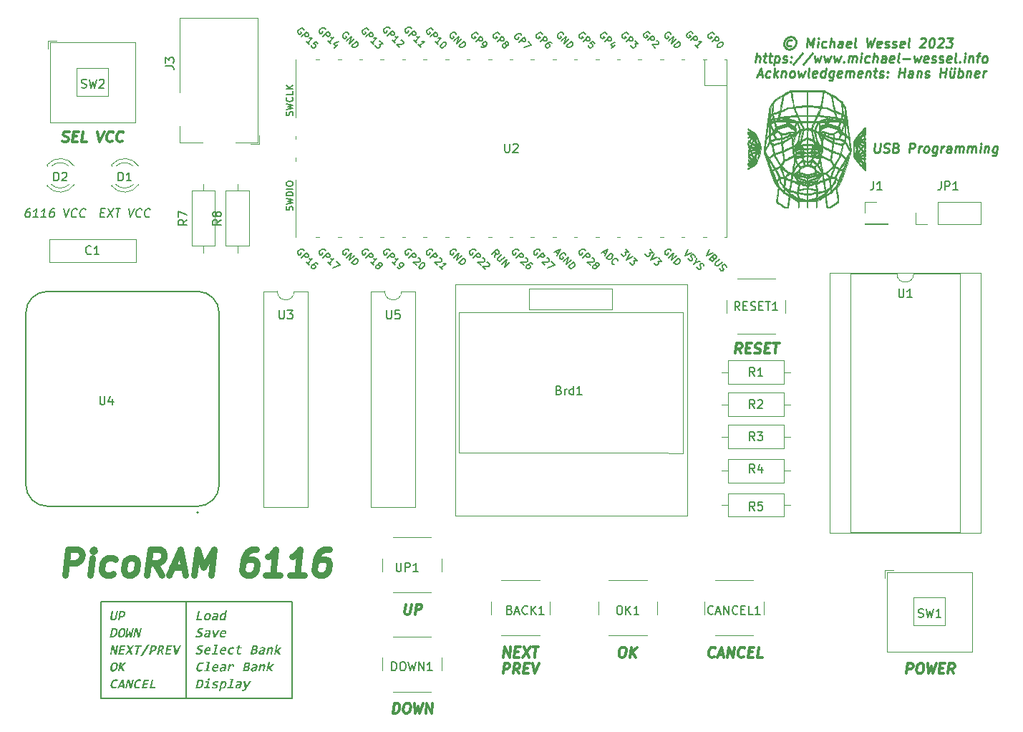
<source format=gbr>
%TF.GenerationSoftware,KiCad,Pcbnew,7.0.8*%
%TF.CreationDate,2023-12-16T16:38:21-08:00*%
%TF.ProjectId,PicoRAM2090,5069636f-5241-44d3-9230-39302e6b6963,rev?*%
%TF.SameCoordinates,Original*%
%TF.FileFunction,Legend,Top*%
%TF.FilePolarity,Positive*%
%FSLAX46Y46*%
G04 Gerber Fmt 4.6, Leading zero omitted, Abs format (unit mm)*
G04 Created by KiCad (PCBNEW 7.0.8) date 2023-12-16 16:38:21*
%MOMM*%
%LPD*%
G01*
G04 APERTURE LIST*
%ADD10C,0.150000*%
%ADD11C,0.200000*%
%ADD12C,0.300000*%
%ADD13C,0.750000*%
%ADD14C,0.275000*%
%ADD15C,0.120000*%
%ADD16C,0.127000*%
%ADD17C,0.010000*%
G04 APERTURE END LIST*
D10*
X113919000Y-134874000D02*
X113919000Y-146304000D01*
D11*
X95496428Y-88402219D02*
X95305952Y-88402219D01*
X95305952Y-88402219D02*
X95204761Y-88449838D01*
X95204761Y-88449838D02*
X95151190Y-88497457D01*
X95151190Y-88497457D02*
X95038094Y-88640314D01*
X95038094Y-88640314D02*
X94966666Y-88830790D01*
X94966666Y-88830790D02*
X94919047Y-89211742D01*
X94919047Y-89211742D02*
X94954761Y-89306980D01*
X94954761Y-89306980D02*
X94996428Y-89354600D01*
X94996428Y-89354600D02*
X95085714Y-89402219D01*
X95085714Y-89402219D02*
X95276190Y-89402219D01*
X95276190Y-89402219D02*
X95377380Y-89354600D01*
X95377380Y-89354600D02*
X95430952Y-89306980D01*
X95430952Y-89306980D02*
X95490475Y-89211742D01*
X95490475Y-89211742D02*
X95520237Y-88973647D01*
X95520237Y-88973647D02*
X95484523Y-88878409D01*
X95484523Y-88878409D02*
X95442856Y-88830790D01*
X95442856Y-88830790D02*
X95353571Y-88783171D01*
X95353571Y-88783171D02*
X95163094Y-88783171D01*
X95163094Y-88783171D02*
X95061904Y-88830790D01*
X95061904Y-88830790D02*
X95008333Y-88878409D01*
X95008333Y-88878409D02*
X94948809Y-88973647D01*
X96419047Y-89402219D02*
X95847618Y-89402219D01*
X96133333Y-89402219D02*
X96258333Y-88402219D01*
X96258333Y-88402219D02*
X96145237Y-88545076D01*
X96145237Y-88545076D02*
X96038095Y-88640314D01*
X96038095Y-88640314D02*
X95936904Y-88687933D01*
X97371428Y-89402219D02*
X96799999Y-89402219D01*
X97085714Y-89402219D02*
X97210714Y-88402219D01*
X97210714Y-88402219D02*
X97097618Y-88545076D01*
X97097618Y-88545076D02*
X96990476Y-88640314D01*
X96990476Y-88640314D02*
X96889285Y-88687933D01*
X98353571Y-88402219D02*
X98163095Y-88402219D01*
X98163095Y-88402219D02*
X98061904Y-88449838D01*
X98061904Y-88449838D02*
X98008333Y-88497457D01*
X98008333Y-88497457D02*
X97895237Y-88640314D01*
X97895237Y-88640314D02*
X97823809Y-88830790D01*
X97823809Y-88830790D02*
X97776190Y-89211742D01*
X97776190Y-89211742D02*
X97811904Y-89306980D01*
X97811904Y-89306980D02*
X97853571Y-89354600D01*
X97853571Y-89354600D02*
X97942857Y-89402219D01*
X97942857Y-89402219D02*
X98133333Y-89402219D01*
X98133333Y-89402219D02*
X98234523Y-89354600D01*
X98234523Y-89354600D02*
X98288095Y-89306980D01*
X98288095Y-89306980D02*
X98347618Y-89211742D01*
X98347618Y-89211742D02*
X98377380Y-88973647D01*
X98377380Y-88973647D02*
X98341666Y-88878409D01*
X98341666Y-88878409D02*
X98299999Y-88830790D01*
X98299999Y-88830790D02*
X98210714Y-88783171D01*
X98210714Y-88783171D02*
X98020237Y-88783171D01*
X98020237Y-88783171D02*
X97919047Y-88830790D01*
X97919047Y-88830790D02*
X97865476Y-88878409D01*
X97865476Y-88878409D02*
X97805952Y-88973647D01*
X99496428Y-88402219D02*
X99704762Y-89402219D01*
X99704762Y-89402219D02*
X100163095Y-88402219D01*
X100954762Y-89306980D02*
X100901190Y-89354600D01*
X100901190Y-89354600D02*
X100752381Y-89402219D01*
X100752381Y-89402219D02*
X100657143Y-89402219D01*
X100657143Y-89402219D02*
X100520238Y-89354600D01*
X100520238Y-89354600D02*
X100436905Y-89259361D01*
X100436905Y-89259361D02*
X100401190Y-89164123D01*
X100401190Y-89164123D02*
X100377381Y-88973647D01*
X100377381Y-88973647D02*
X100395238Y-88830790D01*
X100395238Y-88830790D02*
X100466666Y-88640314D01*
X100466666Y-88640314D02*
X100526190Y-88545076D01*
X100526190Y-88545076D02*
X100633333Y-88449838D01*
X100633333Y-88449838D02*
X100782143Y-88402219D01*
X100782143Y-88402219D02*
X100877381Y-88402219D01*
X100877381Y-88402219D02*
X101014286Y-88449838D01*
X101014286Y-88449838D02*
X101055952Y-88497457D01*
X101954762Y-89306980D02*
X101901190Y-89354600D01*
X101901190Y-89354600D02*
X101752381Y-89402219D01*
X101752381Y-89402219D02*
X101657143Y-89402219D01*
X101657143Y-89402219D02*
X101520238Y-89354600D01*
X101520238Y-89354600D02*
X101436905Y-89259361D01*
X101436905Y-89259361D02*
X101401190Y-89164123D01*
X101401190Y-89164123D02*
X101377381Y-88973647D01*
X101377381Y-88973647D02*
X101395238Y-88830790D01*
X101395238Y-88830790D02*
X101466666Y-88640314D01*
X101466666Y-88640314D02*
X101526190Y-88545076D01*
X101526190Y-88545076D02*
X101633333Y-88449838D01*
X101633333Y-88449838D02*
X101782143Y-88402219D01*
X101782143Y-88402219D02*
X101877381Y-88402219D01*
X101877381Y-88402219D02*
X102014286Y-88449838D01*
X102014286Y-88449838D02*
X102055952Y-88497457D01*
D12*
X138451714Y-148046542D02*
X138601714Y-146846542D01*
X138601714Y-146846542D02*
X138887428Y-146846542D01*
X138887428Y-146846542D02*
X139051714Y-146903685D01*
X139051714Y-146903685D02*
X139151714Y-147017971D01*
X139151714Y-147017971D02*
X139194571Y-147132257D01*
X139194571Y-147132257D02*
X139223143Y-147360828D01*
X139223143Y-147360828D02*
X139201714Y-147532257D01*
X139201714Y-147532257D02*
X139116000Y-147760828D01*
X139116000Y-147760828D02*
X139044571Y-147875114D01*
X139044571Y-147875114D02*
X138916000Y-147989400D01*
X138916000Y-147989400D02*
X138737428Y-148046542D01*
X138737428Y-148046542D02*
X138451714Y-148046542D01*
X140030285Y-146846542D02*
X140258857Y-146846542D01*
X140258857Y-146846542D02*
X140366000Y-146903685D01*
X140366000Y-146903685D02*
X140466000Y-147017971D01*
X140466000Y-147017971D02*
X140494571Y-147246542D01*
X140494571Y-147246542D02*
X140444571Y-147646542D01*
X140444571Y-147646542D02*
X140358857Y-147875114D01*
X140358857Y-147875114D02*
X140230285Y-147989400D01*
X140230285Y-147989400D02*
X140108857Y-148046542D01*
X140108857Y-148046542D02*
X139880285Y-148046542D01*
X139880285Y-148046542D02*
X139773143Y-147989400D01*
X139773143Y-147989400D02*
X139673143Y-147875114D01*
X139673143Y-147875114D02*
X139644571Y-147646542D01*
X139644571Y-147646542D02*
X139694571Y-147246542D01*
X139694571Y-147246542D02*
X139780285Y-147017971D01*
X139780285Y-147017971D02*
X139908857Y-146903685D01*
X139908857Y-146903685D02*
X140030285Y-146846542D01*
X140944571Y-146846542D02*
X141080286Y-148046542D01*
X141080286Y-148046542D02*
X141416000Y-147189400D01*
X141416000Y-147189400D02*
X141537428Y-148046542D01*
X141537428Y-148046542D02*
X141973143Y-146846542D01*
X142280286Y-148046542D02*
X142430286Y-146846542D01*
X142430286Y-146846542D02*
X142966000Y-148046542D01*
X142966000Y-148046542D02*
X143116000Y-146846542D01*
X199151428Y-143347542D02*
X199301428Y-142147542D01*
X199301428Y-142147542D02*
X199758571Y-142147542D01*
X199758571Y-142147542D02*
X199865714Y-142204685D01*
X199865714Y-142204685D02*
X199915714Y-142261828D01*
X199915714Y-142261828D02*
X199958571Y-142376114D01*
X199958571Y-142376114D02*
X199937142Y-142547542D01*
X199937142Y-142547542D02*
X199865714Y-142661828D01*
X199865714Y-142661828D02*
X199801428Y-142718971D01*
X199801428Y-142718971D02*
X199679999Y-142776114D01*
X199679999Y-142776114D02*
X199222857Y-142776114D01*
X200729999Y-142147542D02*
X200958571Y-142147542D01*
X200958571Y-142147542D02*
X201065714Y-142204685D01*
X201065714Y-142204685D02*
X201165714Y-142318971D01*
X201165714Y-142318971D02*
X201194285Y-142547542D01*
X201194285Y-142547542D02*
X201144285Y-142947542D01*
X201144285Y-142947542D02*
X201058571Y-143176114D01*
X201058571Y-143176114D02*
X200929999Y-143290400D01*
X200929999Y-143290400D02*
X200808571Y-143347542D01*
X200808571Y-143347542D02*
X200579999Y-143347542D01*
X200579999Y-143347542D02*
X200472857Y-143290400D01*
X200472857Y-143290400D02*
X200372857Y-143176114D01*
X200372857Y-143176114D02*
X200344285Y-142947542D01*
X200344285Y-142947542D02*
X200394285Y-142547542D01*
X200394285Y-142547542D02*
X200479999Y-142318971D01*
X200479999Y-142318971D02*
X200608571Y-142204685D01*
X200608571Y-142204685D02*
X200729999Y-142147542D01*
X201644285Y-142147542D02*
X201780000Y-143347542D01*
X201780000Y-143347542D02*
X202115714Y-142490400D01*
X202115714Y-142490400D02*
X202237142Y-143347542D01*
X202237142Y-143347542D02*
X202672857Y-142147542D01*
X203058571Y-142718971D02*
X203458571Y-142718971D01*
X203551429Y-143347542D02*
X202980000Y-143347542D01*
X202980000Y-143347542D02*
X203130000Y-142147542D01*
X203130000Y-142147542D02*
X203701429Y-142147542D01*
X204751428Y-143347542D02*
X204422857Y-142776114D01*
X204065714Y-143347542D02*
X204215714Y-142147542D01*
X204215714Y-142147542D02*
X204672857Y-142147542D01*
X204672857Y-142147542D02*
X204780000Y-142204685D01*
X204780000Y-142204685D02*
X204830000Y-142261828D01*
X204830000Y-142261828D02*
X204872857Y-142376114D01*
X204872857Y-142376114D02*
X204851428Y-142547542D01*
X204851428Y-142547542D02*
X204780000Y-142661828D01*
X204780000Y-142661828D02*
X204715714Y-142718971D01*
X204715714Y-142718971D02*
X204594285Y-142776114D01*
X204594285Y-142776114D02*
X204137143Y-142776114D01*
X165544571Y-140242542D02*
X165773143Y-140242542D01*
X165773143Y-140242542D02*
X165880286Y-140299685D01*
X165880286Y-140299685D02*
X165980286Y-140413971D01*
X165980286Y-140413971D02*
X166008857Y-140642542D01*
X166008857Y-140642542D02*
X165958857Y-141042542D01*
X165958857Y-141042542D02*
X165873143Y-141271114D01*
X165873143Y-141271114D02*
X165744571Y-141385400D01*
X165744571Y-141385400D02*
X165623143Y-141442542D01*
X165623143Y-141442542D02*
X165394571Y-141442542D01*
X165394571Y-141442542D02*
X165287429Y-141385400D01*
X165287429Y-141385400D02*
X165187429Y-141271114D01*
X165187429Y-141271114D02*
X165158857Y-141042542D01*
X165158857Y-141042542D02*
X165208857Y-140642542D01*
X165208857Y-140642542D02*
X165294571Y-140413971D01*
X165294571Y-140413971D02*
X165423143Y-140299685D01*
X165423143Y-140299685D02*
X165544571Y-140242542D01*
X166423143Y-141442542D02*
X166573143Y-140242542D01*
X167108857Y-141442542D02*
X166680286Y-140756828D01*
X167258857Y-140242542D02*
X166487429Y-140928257D01*
X139916000Y-135162542D02*
X139794571Y-136133971D01*
X139794571Y-136133971D02*
X139837429Y-136248257D01*
X139837429Y-136248257D02*
X139887429Y-136305400D01*
X139887429Y-136305400D02*
X139994571Y-136362542D01*
X139994571Y-136362542D02*
X140223143Y-136362542D01*
X140223143Y-136362542D02*
X140344571Y-136305400D01*
X140344571Y-136305400D02*
X140408857Y-136248257D01*
X140408857Y-136248257D02*
X140480286Y-136133971D01*
X140480286Y-136133971D02*
X140601714Y-135162542D01*
X141023143Y-136362542D02*
X141173143Y-135162542D01*
X141173143Y-135162542D02*
X141630286Y-135162542D01*
X141630286Y-135162542D02*
X141737429Y-135219685D01*
X141737429Y-135219685D02*
X141787429Y-135276828D01*
X141787429Y-135276828D02*
X141830286Y-135391114D01*
X141830286Y-135391114D02*
X141808857Y-135562542D01*
X141808857Y-135562542D02*
X141737429Y-135676828D01*
X141737429Y-135676828D02*
X141673143Y-135733971D01*
X141673143Y-135733971D02*
X141551714Y-135791114D01*
X141551714Y-135791114D02*
X141094572Y-135791114D01*
D13*
X99614849Y-131673857D02*
X99989849Y-128673857D01*
X99989849Y-128673857D02*
X101132706Y-128673857D01*
X101132706Y-128673857D02*
X101400563Y-128816714D01*
X101400563Y-128816714D02*
X101525563Y-128959571D01*
X101525563Y-128959571D02*
X101632706Y-129245285D01*
X101632706Y-129245285D02*
X101579135Y-129673857D01*
X101579135Y-129673857D02*
X101400563Y-129959571D01*
X101400563Y-129959571D02*
X101239849Y-130102428D01*
X101239849Y-130102428D02*
X100936278Y-130245285D01*
X100936278Y-130245285D02*
X99793421Y-130245285D01*
X102614849Y-131673857D02*
X102864849Y-129673857D01*
X102989849Y-128673857D02*
X102829135Y-128816714D01*
X102829135Y-128816714D02*
X102954135Y-128959571D01*
X102954135Y-128959571D02*
X103114849Y-128816714D01*
X103114849Y-128816714D02*
X102989849Y-128673857D01*
X102989849Y-128673857D02*
X102954135Y-128959571D01*
X105346992Y-131531000D02*
X105043420Y-131673857D01*
X105043420Y-131673857D02*
X104471992Y-131673857D01*
X104471992Y-131673857D02*
X104204134Y-131531000D01*
X104204134Y-131531000D02*
X104079134Y-131388142D01*
X104079134Y-131388142D02*
X103971992Y-131102428D01*
X103971992Y-131102428D02*
X104079134Y-130245285D01*
X104079134Y-130245285D02*
X104257706Y-129959571D01*
X104257706Y-129959571D02*
X104418420Y-129816714D01*
X104418420Y-129816714D02*
X104721992Y-129673857D01*
X104721992Y-129673857D02*
X105293420Y-129673857D01*
X105293420Y-129673857D02*
X105561277Y-129816714D01*
X107043421Y-131673857D02*
X106775563Y-131531000D01*
X106775563Y-131531000D02*
X106650563Y-131388142D01*
X106650563Y-131388142D02*
X106543421Y-131102428D01*
X106543421Y-131102428D02*
X106650563Y-130245285D01*
X106650563Y-130245285D02*
X106829135Y-129959571D01*
X106829135Y-129959571D02*
X106989849Y-129816714D01*
X106989849Y-129816714D02*
X107293421Y-129673857D01*
X107293421Y-129673857D02*
X107721992Y-129673857D01*
X107721992Y-129673857D02*
X107989849Y-129816714D01*
X107989849Y-129816714D02*
X108114849Y-129959571D01*
X108114849Y-129959571D02*
X108221992Y-130245285D01*
X108221992Y-130245285D02*
X108114849Y-131102428D01*
X108114849Y-131102428D02*
X107936278Y-131388142D01*
X107936278Y-131388142D02*
X107775563Y-131531000D01*
X107775563Y-131531000D02*
X107471992Y-131673857D01*
X107471992Y-131673857D02*
X107043421Y-131673857D01*
X111043421Y-131673857D02*
X110221992Y-130245285D01*
X109329135Y-131673857D02*
X109704135Y-128673857D01*
X109704135Y-128673857D02*
X110846992Y-128673857D01*
X110846992Y-128673857D02*
X111114849Y-128816714D01*
X111114849Y-128816714D02*
X111239849Y-128959571D01*
X111239849Y-128959571D02*
X111346992Y-129245285D01*
X111346992Y-129245285D02*
X111293421Y-129673857D01*
X111293421Y-129673857D02*
X111114849Y-129959571D01*
X111114849Y-129959571D02*
X110954135Y-130102428D01*
X110954135Y-130102428D02*
X110650564Y-130245285D01*
X110650564Y-130245285D02*
X109507707Y-130245285D01*
X112293421Y-130816714D02*
X113721992Y-130816714D01*
X111900564Y-131673857D02*
X113275564Y-128673857D01*
X113275564Y-128673857D02*
X113900564Y-131673857D01*
X114900564Y-131673857D02*
X115275564Y-128673857D01*
X115275564Y-128673857D02*
X116007707Y-130816714D01*
X116007707Y-130816714D02*
X117275564Y-128673857D01*
X117275564Y-128673857D02*
X116900564Y-131673857D01*
X122275563Y-128673857D02*
X121704135Y-128673857D01*
X121704135Y-128673857D02*
X121400563Y-128816714D01*
X121400563Y-128816714D02*
X121239849Y-128959571D01*
X121239849Y-128959571D02*
X120900563Y-129388142D01*
X120900563Y-129388142D02*
X120686278Y-129959571D01*
X120686278Y-129959571D02*
X120543421Y-131102428D01*
X120543421Y-131102428D02*
X120650563Y-131388142D01*
X120650563Y-131388142D02*
X120775563Y-131531000D01*
X120775563Y-131531000D02*
X121043421Y-131673857D01*
X121043421Y-131673857D02*
X121614849Y-131673857D01*
X121614849Y-131673857D02*
X121918421Y-131531000D01*
X121918421Y-131531000D02*
X122079135Y-131388142D01*
X122079135Y-131388142D02*
X122257706Y-131102428D01*
X122257706Y-131102428D02*
X122346992Y-130388142D01*
X122346992Y-130388142D02*
X122239849Y-130102428D01*
X122239849Y-130102428D02*
X122114849Y-129959571D01*
X122114849Y-129959571D02*
X121846992Y-129816714D01*
X121846992Y-129816714D02*
X121275563Y-129816714D01*
X121275563Y-129816714D02*
X120971992Y-129959571D01*
X120971992Y-129959571D02*
X120811278Y-130102428D01*
X120811278Y-130102428D02*
X120632706Y-130388142D01*
X125043421Y-131673857D02*
X123329135Y-131673857D01*
X124186278Y-131673857D02*
X124561278Y-128673857D01*
X124561278Y-128673857D02*
X124221992Y-129102428D01*
X124221992Y-129102428D02*
X123900564Y-129388142D01*
X123900564Y-129388142D02*
X123596992Y-129531000D01*
X127900564Y-131673857D02*
X126186278Y-131673857D01*
X127043421Y-131673857D02*
X127418421Y-128673857D01*
X127418421Y-128673857D02*
X127079135Y-129102428D01*
X127079135Y-129102428D02*
X126757707Y-129388142D01*
X126757707Y-129388142D02*
X126454135Y-129531000D01*
X130846992Y-128673857D02*
X130275564Y-128673857D01*
X130275564Y-128673857D02*
X129971992Y-128816714D01*
X129971992Y-128816714D02*
X129811278Y-128959571D01*
X129811278Y-128959571D02*
X129471992Y-129388142D01*
X129471992Y-129388142D02*
X129257707Y-129959571D01*
X129257707Y-129959571D02*
X129114850Y-131102428D01*
X129114850Y-131102428D02*
X129221992Y-131388142D01*
X129221992Y-131388142D02*
X129346992Y-131531000D01*
X129346992Y-131531000D02*
X129614850Y-131673857D01*
X129614850Y-131673857D02*
X130186278Y-131673857D01*
X130186278Y-131673857D02*
X130489850Y-131531000D01*
X130489850Y-131531000D02*
X130650564Y-131388142D01*
X130650564Y-131388142D02*
X130829135Y-131102428D01*
X130829135Y-131102428D02*
X130918421Y-130388142D01*
X130918421Y-130388142D02*
X130811278Y-130102428D01*
X130811278Y-130102428D02*
X130686278Y-129959571D01*
X130686278Y-129959571D02*
X130418421Y-129816714D01*
X130418421Y-129816714D02*
X129846992Y-129816714D01*
X129846992Y-129816714D02*
X129543421Y-129959571D01*
X129543421Y-129959571D02*
X129382707Y-130102428D01*
X129382707Y-130102428D02*
X129204135Y-130388142D01*
D12*
X179606000Y-105501542D02*
X179277429Y-104930114D01*
X178920286Y-105501542D02*
X179070286Y-104301542D01*
X179070286Y-104301542D02*
X179527429Y-104301542D01*
X179527429Y-104301542D02*
X179634572Y-104358685D01*
X179634572Y-104358685D02*
X179684572Y-104415828D01*
X179684572Y-104415828D02*
X179727429Y-104530114D01*
X179727429Y-104530114D02*
X179706000Y-104701542D01*
X179706000Y-104701542D02*
X179634572Y-104815828D01*
X179634572Y-104815828D02*
X179570286Y-104872971D01*
X179570286Y-104872971D02*
X179448857Y-104930114D01*
X179448857Y-104930114D02*
X178991715Y-104930114D01*
X180198857Y-104872971D02*
X180598857Y-104872971D01*
X180691715Y-105501542D02*
X180120286Y-105501542D01*
X180120286Y-105501542D02*
X180270286Y-104301542D01*
X180270286Y-104301542D02*
X180841715Y-104301542D01*
X181156000Y-105444400D02*
X181320286Y-105501542D01*
X181320286Y-105501542D02*
X181606000Y-105501542D01*
X181606000Y-105501542D02*
X181727429Y-105444400D01*
X181727429Y-105444400D02*
X181791714Y-105387257D01*
X181791714Y-105387257D02*
X181863143Y-105272971D01*
X181863143Y-105272971D02*
X181877429Y-105158685D01*
X181877429Y-105158685D02*
X181834571Y-105044400D01*
X181834571Y-105044400D02*
X181784571Y-104987257D01*
X181784571Y-104987257D02*
X181677429Y-104930114D01*
X181677429Y-104930114D02*
X181456000Y-104872971D01*
X181456000Y-104872971D02*
X181348857Y-104815828D01*
X181348857Y-104815828D02*
X181298857Y-104758685D01*
X181298857Y-104758685D02*
X181256000Y-104644400D01*
X181256000Y-104644400D02*
X181270286Y-104530114D01*
X181270286Y-104530114D02*
X181341714Y-104415828D01*
X181341714Y-104415828D02*
X181406000Y-104358685D01*
X181406000Y-104358685D02*
X181527429Y-104301542D01*
X181527429Y-104301542D02*
X181813143Y-104301542D01*
X181813143Y-104301542D02*
X181977429Y-104358685D01*
X182427428Y-104872971D02*
X182827428Y-104872971D01*
X182920286Y-105501542D02*
X182348857Y-105501542D01*
X182348857Y-105501542D02*
X182498857Y-104301542D01*
X182498857Y-104301542D02*
X183070286Y-104301542D01*
X183413142Y-104301542D02*
X184098857Y-104301542D01*
X183606000Y-105501542D02*
X183756000Y-104301542D01*
X99327143Y-80425400D02*
X99491429Y-80482542D01*
X99491429Y-80482542D02*
X99777143Y-80482542D01*
X99777143Y-80482542D02*
X99898572Y-80425400D01*
X99898572Y-80425400D02*
X99962857Y-80368257D01*
X99962857Y-80368257D02*
X100034286Y-80253971D01*
X100034286Y-80253971D02*
X100048572Y-80139685D01*
X100048572Y-80139685D02*
X100005714Y-80025400D01*
X100005714Y-80025400D02*
X99955714Y-79968257D01*
X99955714Y-79968257D02*
X99848572Y-79911114D01*
X99848572Y-79911114D02*
X99627143Y-79853971D01*
X99627143Y-79853971D02*
X99520000Y-79796828D01*
X99520000Y-79796828D02*
X99470000Y-79739685D01*
X99470000Y-79739685D02*
X99427143Y-79625400D01*
X99427143Y-79625400D02*
X99441429Y-79511114D01*
X99441429Y-79511114D02*
X99512857Y-79396828D01*
X99512857Y-79396828D02*
X99577143Y-79339685D01*
X99577143Y-79339685D02*
X99698572Y-79282542D01*
X99698572Y-79282542D02*
X99984286Y-79282542D01*
X99984286Y-79282542D02*
X100148572Y-79339685D01*
X100598571Y-79853971D02*
X100998571Y-79853971D01*
X101091429Y-80482542D02*
X100520000Y-80482542D01*
X100520000Y-80482542D02*
X100670000Y-79282542D01*
X100670000Y-79282542D02*
X101241429Y-79282542D01*
X102177143Y-80482542D02*
X101605714Y-80482542D01*
X101605714Y-80482542D02*
X101755714Y-79282542D01*
X103470000Y-79282542D02*
X103720000Y-80482542D01*
X103720000Y-80482542D02*
X104270000Y-79282542D01*
X105220000Y-80368257D02*
X105155714Y-80425400D01*
X105155714Y-80425400D02*
X104977143Y-80482542D01*
X104977143Y-80482542D02*
X104862857Y-80482542D01*
X104862857Y-80482542D02*
X104698571Y-80425400D01*
X104698571Y-80425400D02*
X104598571Y-80311114D01*
X104598571Y-80311114D02*
X104555714Y-80196828D01*
X104555714Y-80196828D02*
X104527143Y-79968257D01*
X104527143Y-79968257D02*
X104548571Y-79796828D01*
X104548571Y-79796828D02*
X104634286Y-79568257D01*
X104634286Y-79568257D02*
X104705714Y-79453971D01*
X104705714Y-79453971D02*
X104834286Y-79339685D01*
X104834286Y-79339685D02*
X105012857Y-79282542D01*
X105012857Y-79282542D02*
X105127143Y-79282542D01*
X105127143Y-79282542D02*
X105291429Y-79339685D01*
X105291429Y-79339685D02*
X105341429Y-79396828D01*
X106420000Y-80368257D02*
X106355714Y-80425400D01*
X106355714Y-80425400D02*
X106177143Y-80482542D01*
X106177143Y-80482542D02*
X106062857Y-80482542D01*
X106062857Y-80482542D02*
X105898571Y-80425400D01*
X105898571Y-80425400D02*
X105798571Y-80311114D01*
X105798571Y-80311114D02*
X105755714Y-80196828D01*
X105755714Y-80196828D02*
X105727143Y-79968257D01*
X105727143Y-79968257D02*
X105748571Y-79796828D01*
X105748571Y-79796828D02*
X105834286Y-79568257D01*
X105834286Y-79568257D02*
X105905714Y-79453971D01*
X105905714Y-79453971D02*
X106034286Y-79339685D01*
X106034286Y-79339685D02*
X106212857Y-79282542D01*
X106212857Y-79282542D02*
X106327143Y-79282542D01*
X106327143Y-79282542D02*
X106491429Y-79339685D01*
X106491429Y-79339685D02*
X106541429Y-79396828D01*
D11*
X103858571Y-88878409D02*
X104191904Y-88878409D01*
X104269285Y-89402219D02*
X103793094Y-89402219D01*
X103793094Y-89402219D02*
X103918094Y-88402219D01*
X103918094Y-88402219D02*
X104394285Y-88402219D01*
X104727618Y-88402219D02*
X105269285Y-89402219D01*
X105394285Y-88402219D02*
X104602618Y-89402219D01*
X105632380Y-88402219D02*
X106203809Y-88402219D01*
X105793095Y-89402219D02*
X105918095Y-88402219D01*
X107156190Y-88402219D02*
X107364524Y-89402219D01*
X107364524Y-89402219D02*
X107822857Y-88402219D01*
X108614524Y-89306980D02*
X108560952Y-89354600D01*
X108560952Y-89354600D02*
X108412143Y-89402219D01*
X108412143Y-89402219D02*
X108316905Y-89402219D01*
X108316905Y-89402219D02*
X108180000Y-89354600D01*
X108180000Y-89354600D02*
X108096667Y-89259361D01*
X108096667Y-89259361D02*
X108060952Y-89164123D01*
X108060952Y-89164123D02*
X108037143Y-88973647D01*
X108037143Y-88973647D02*
X108055000Y-88830790D01*
X108055000Y-88830790D02*
X108126428Y-88640314D01*
X108126428Y-88640314D02*
X108185952Y-88545076D01*
X108185952Y-88545076D02*
X108293095Y-88449838D01*
X108293095Y-88449838D02*
X108441905Y-88402219D01*
X108441905Y-88402219D02*
X108537143Y-88402219D01*
X108537143Y-88402219D02*
X108674048Y-88449838D01*
X108674048Y-88449838D02*
X108715714Y-88497457D01*
X109614524Y-89306980D02*
X109560952Y-89354600D01*
X109560952Y-89354600D02*
X109412143Y-89402219D01*
X109412143Y-89402219D02*
X109316905Y-89402219D01*
X109316905Y-89402219D02*
X109180000Y-89354600D01*
X109180000Y-89354600D02*
X109096667Y-89259361D01*
X109096667Y-89259361D02*
X109060952Y-89164123D01*
X109060952Y-89164123D02*
X109037143Y-88973647D01*
X109037143Y-88973647D02*
X109055000Y-88830790D01*
X109055000Y-88830790D02*
X109126428Y-88640314D01*
X109126428Y-88640314D02*
X109185952Y-88545076D01*
X109185952Y-88545076D02*
X109293095Y-88449838D01*
X109293095Y-88449838D02*
X109441905Y-88402219D01*
X109441905Y-88402219D02*
X109537143Y-88402219D01*
X109537143Y-88402219D02*
X109674048Y-88449838D01*
X109674048Y-88449838D02*
X109715714Y-88497457D01*
D14*
X185614644Y-68495985D02*
X185516429Y-68443604D01*
X185516429Y-68443604D02*
X185306906Y-68443604D01*
X185306906Y-68443604D02*
X185195596Y-68495985D01*
X185195596Y-68495985D02*
X185077739Y-68600747D01*
X185077739Y-68600747D02*
X185012263Y-68705509D01*
X185012263Y-68705509D02*
X184986072Y-68915033D01*
X184986072Y-68915033D02*
X185025358Y-69019795D01*
X185025358Y-69019795D02*
X185117025Y-69124557D01*
X185117025Y-69124557D02*
X185215239Y-69176938D01*
X185215239Y-69176938D02*
X185424763Y-69176938D01*
X185424763Y-69176938D02*
X185536072Y-69124557D01*
X185457501Y-68076938D02*
X185189049Y-68129319D01*
X185189049Y-68129319D02*
X184907501Y-68286461D01*
X184907501Y-68286461D02*
X184717620Y-68548366D01*
X184717620Y-68548366D02*
X184632501Y-68810271D01*
X184632501Y-68810271D02*
X184652144Y-69072176D01*
X184652144Y-69072176D02*
X184776549Y-69334080D01*
X184776549Y-69334080D02*
X185018810Y-69491223D01*
X185018810Y-69491223D02*
X185274168Y-69543604D01*
X185274168Y-69543604D02*
X185542620Y-69491223D01*
X185542620Y-69491223D02*
X185824168Y-69334080D01*
X185824168Y-69334080D02*
X186014049Y-69072176D01*
X186014049Y-69072176D02*
X186099168Y-68810271D01*
X186099168Y-68810271D02*
X186079525Y-68548366D01*
X186079525Y-68548366D02*
X185955120Y-68286461D01*
X185955120Y-68286461D02*
X185712858Y-68129319D01*
X185712858Y-68129319D02*
X185457501Y-68076938D01*
X187343215Y-69334080D02*
X187480715Y-68234080D01*
X187480715Y-68234080D02*
X187749167Y-69019795D01*
X187749167Y-69019795D02*
X188214048Y-68234080D01*
X188214048Y-68234080D02*
X188076548Y-69334080D01*
X188600358Y-69334080D02*
X188692024Y-68600747D01*
X188737858Y-68234080D02*
X188678929Y-68286461D01*
X188678929Y-68286461D02*
X188724762Y-68338842D01*
X188724762Y-68338842D02*
X188783691Y-68286461D01*
X188783691Y-68286461D02*
X188737858Y-68234080D01*
X188737858Y-68234080D02*
X188724762Y-68338842D01*
X189602144Y-69281700D02*
X189490834Y-69334080D01*
X189490834Y-69334080D02*
X189281311Y-69334080D01*
X189281311Y-69334080D02*
X189183096Y-69281700D01*
X189183096Y-69281700D02*
X189137263Y-69229319D01*
X189137263Y-69229319D02*
X189097977Y-69124557D01*
X189097977Y-69124557D02*
X189137263Y-68810271D01*
X189137263Y-68810271D02*
X189202739Y-68705509D01*
X189202739Y-68705509D02*
X189261668Y-68653128D01*
X189261668Y-68653128D02*
X189372977Y-68600747D01*
X189372977Y-68600747D02*
X189582501Y-68600747D01*
X189582501Y-68600747D02*
X189680715Y-68653128D01*
X190067025Y-69334080D02*
X190204525Y-68234080D01*
X190538453Y-69334080D02*
X190610477Y-68757890D01*
X190610477Y-68757890D02*
X190571191Y-68653128D01*
X190571191Y-68653128D02*
X190472977Y-68600747D01*
X190472977Y-68600747D02*
X190315834Y-68600747D01*
X190315834Y-68600747D02*
X190204525Y-68653128D01*
X190204525Y-68653128D02*
X190145596Y-68705509D01*
X191533691Y-69334080D02*
X191605715Y-68757890D01*
X191605715Y-68757890D02*
X191566429Y-68653128D01*
X191566429Y-68653128D02*
X191468215Y-68600747D01*
X191468215Y-68600747D02*
X191258691Y-68600747D01*
X191258691Y-68600747D02*
X191147382Y-68653128D01*
X191540239Y-69281700D02*
X191428929Y-69334080D01*
X191428929Y-69334080D02*
X191167025Y-69334080D01*
X191167025Y-69334080D02*
X191068810Y-69281700D01*
X191068810Y-69281700D02*
X191029525Y-69176938D01*
X191029525Y-69176938D02*
X191042620Y-69072176D01*
X191042620Y-69072176D02*
X191108096Y-68967414D01*
X191108096Y-68967414D02*
X191219406Y-68915033D01*
X191219406Y-68915033D02*
X191481310Y-68915033D01*
X191481310Y-68915033D02*
X191592620Y-68862652D01*
X192483096Y-69281700D02*
X192371786Y-69334080D01*
X192371786Y-69334080D02*
X192162263Y-69334080D01*
X192162263Y-69334080D02*
X192064048Y-69281700D01*
X192064048Y-69281700D02*
X192024763Y-69176938D01*
X192024763Y-69176938D02*
X192077144Y-68757890D01*
X192077144Y-68757890D02*
X192142620Y-68653128D01*
X192142620Y-68653128D02*
X192253929Y-68600747D01*
X192253929Y-68600747D02*
X192463453Y-68600747D01*
X192463453Y-68600747D02*
X192561667Y-68653128D01*
X192561667Y-68653128D02*
X192600953Y-68757890D01*
X192600953Y-68757890D02*
X192587858Y-68862652D01*
X192587858Y-68862652D02*
X192050953Y-68967414D01*
X193157501Y-69334080D02*
X193059286Y-69281700D01*
X193059286Y-69281700D02*
X193020001Y-69176938D01*
X193020001Y-69176938D02*
X193137858Y-68234080D01*
X194447381Y-68234080D02*
X194571786Y-69334080D01*
X194571786Y-69334080D02*
X194879524Y-68548366D01*
X194879524Y-68548366D02*
X194990833Y-69334080D01*
X194990833Y-69334080D02*
X195390238Y-68234080D01*
X196097381Y-69281700D02*
X195986071Y-69334080D01*
X195986071Y-69334080D02*
X195776548Y-69334080D01*
X195776548Y-69334080D02*
X195678333Y-69281700D01*
X195678333Y-69281700D02*
X195639048Y-69176938D01*
X195639048Y-69176938D02*
X195691429Y-68757890D01*
X195691429Y-68757890D02*
X195756905Y-68653128D01*
X195756905Y-68653128D02*
X195868214Y-68600747D01*
X195868214Y-68600747D02*
X196077738Y-68600747D01*
X196077738Y-68600747D02*
X196175952Y-68653128D01*
X196175952Y-68653128D02*
X196215238Y-68757890D01*
X196215238Y-68757890D02*
X196202143Y-68862652D01*
X196202143Y-68862652D02*
X195665238Y-68967414D01*
X196568809Y-69281700D02*
X196667024Y-69334080D01*
X196667024Y-69334080D02*
X196876547Y-69334080D01*
X196876547Y-69334080D02*
X196987857Y-69281700D01*
X196987857Y-69281700D02*
X197053333Y-69176938D01*
X197053333Y-69176938D02*
X197059881Y-69124557D01*
X197059881Y-69124557D02*
X197020595Y-69019795D01*
X197020595Y-69019795D02*
X196922381Y-68967414D01*
X196922381Y-68967414D02*
X196765238Y-68967414D01*
X196765238Y-68967414D02*
X196667024Y-68915033D01*
X196667024Y-68915033D02*
X196627738Y-68810271D01*
X196627738Y-68810271D02*
X196634286Y-68757890D01*
X196634286Y-68757890D02*
X196699762Y-68653128D01*
X196699762Y-68653128D02*
X196811071Y-68600747D01*
X196811071Y-68600747D02*
X196968214Y-68600747D01*
X196968214Y-68600747D02*
X197066428Y-68653128D01*
X197459285Y-69281700D02*
X197557500Y-69334080D01*
X197557500Y-69334080D02*
X197767023Y-69334080D01*
X197767023Y-69334080D02*
X197878333Y-69281700D01*
X197878333Y-69281700D02*
X197943809Y-69176938D01*
X197943809Y-69176938D02*
X197950357Y-69124557D01*
X197950357Y-69124557D02*
X197911071Y-69019795D01*
X197911071Y-69019795D02*
X197812857Y-68967414D01*
X197812857Y-68967414D02*
X197655714Y-68967414D01*
X197655714Y-68967414D02*
X197557500Y-68915033D01*
X197557500Y-68915033D02*
X197518214Y-68810271D01*
X197518214Y-68810271D02*
X197524762Y-68757890D01*
X197524762Y-68757890D02*
X197590238Y-68653128D01*
X197590238Y-68653128D02*
X197701547Y-68600747D01*
X197701547Y-68600747D02*
X197858690Y-68600747D01*
X197858690Y-68600747D02*
X197956904Y-68653128D01*
X198821190Y-69281700D02*
X198709880Y-69334080D01*
X198709880Y-69334080D02*
X198500357Y-69334080D01*
X198500357Y-69334080D02*
X198402142Y-69281700D01*
X198402142Y-69281700D02*
X198362857Y-69176938D01*
X198362857Y-69176938D02*
X198415238Y-68757890D01*
X198415238Y-68757890D02*
X198480714Y-68653128D01*
X198480714Y-68653128D02*
X198592023Y-68600747D01*
X198592023Y-68600747D02*
X198801547Y-68600747D01*
X198801547Y-68600747D02*
X198899761Y-68653128D01*
X198899761Y-68653128D02*
X198939047Y-68757890D01*
X198939047Y-68757890D02*
X198925952Y-68862652D01*
X198925952Y-68862652D02*
X198389047Y-68967414D01*
X199495595Y-69334080D02*
X199397380Y-69281700D01*
X199397380Y-69281700D02*
X199358095Y-69176938D01*
X199358095Y-69176938D02*
X199475952Y-68234080D01*
X200824760Y-68338842D02*
X200883689Y-68286461D01*
X200883689Y-68286461D02*
X200994999Y-68234080D01*
X200994999Y-68234080D02*
X201256903Y-68234080D01*
X201256903Y-68234080D02*
X201355118Y-68286461D01*
X201355118Y-68286461D02*
X201400951Y-68338842D01*
X201400951Y-68338842D02*
X201440237Y-68443604D01*
X201440237Y-68443604D02*
X201427141Y-68548366D01*
X201427141Y-68548366D02*
X201355118Y-68705509D01*
X201355118Y-68705509D02*
X200647975Y-69334080D01*
X200647975Y-69334080D02*
X201328927Y-69334080D01*
X202147379Y-68234080D02*
X202252141Y-68234080D01*
X202252141Y-68234080D02*
X202350356Y-68286461D01*
X202350356Y-68286461D02*
X202396189Y-68338842D01*
X202396189Y-68338842D02*
X202435475Y-68443604D01*
X202435475Y-68443604D02*
X202461665Y-68653128D01*
X202461665Y-68653128D02*
X202428927Y-68915033D01*
X202428927Y-68915033D02*
X202350356Y-69124557D01*
X202350356Y-69124557D02*
X202284879Y-69229319D01*
X202284879Y-69229319D02*
X202225951Y-69281700D01*
X202225951Y-69281700D02*
X202114641Y-69334080D01*
X202114641Y-69334080D02*
X202009879Y-69334080D01*
X202009879Y-69334080D02*
X201911665Y-69281700D01*
X201911665Y-69281700D02*
X201865832Y-69229319D01*
X201865832Y-69229319D02*
X201826546Y-69124557D01*
X201826546Y-69124557D02*
X201800356Y-68915033D01*
X201800356Y-68915033D02*
X201833094Y-68653128D01*
X201833094Y-68653128D02*
X201911665Y-68443604D01*
X201911665Y-68443604D02*
X201977141Y-68338842D01*
X201977141Y-68338842D02*
X202036070Y-68286461D01*
X202036070Y-68286461D02*
X202147379Y-68234080D01*
X202919998Y-68338842D02*
X202978927Y-68286461D01*
X202978927Y-68286461D02*
X203090237Y-68234080D01*
X203090237Y-68234080D02*
X203352141Y-68234080D01*
X203352141Y-68234080D02*
X203450356Y-68286461D01*
X203450356Y-68286461D02*
X203496189Y-68338842D01*
X203496189Y-68338842D02*
X203535475Y-68443604D01*
X203535475Y-68443604D02*
X203522379Y-68548366D01*
X203522379Y-68548366D02*
X203450356Y-68705509D01*
X203450356Y-68705509D02*
X202743213Y-69334080D01*
X202743213Y-69334080D02*
X203424165Y-69334080D01*
X203928332Y-68234080D02*
X204609284Y-68234080D01*
X204609284Y-68234080D02*
X204190237Y-68653128D01*
X204190237Y-68653128D02*
X204347379Y-68653128D01*
X204347379Y-68653128D02*
X204445594Y-68705509D01*
X204445594Y-68705509D02*
X204491427Y-68757890D01*
X204491427Y-68757890D02*
X204530713Y-68862652D01*
X204530713Y-68862652D02*
X204497975Y-69124557D01*
X204497975Y-69124557D02*
X204432498Y-69229319D01*
X204432498Y-69229319D02*
X204373570Y-69281700D01*
X204373570Y-69281700D02*
X204262260Y-69334080D01*
X204262260Y-69334080D02*
X203947975Y-69334080D01*
X203947975Y-69334080D02*
X203849760Y-69281700D01*
X203849760Y-69281700D02*
X203803927Y-69229319D01*
X181293215Y-71105080D02*
X181430715Y-70005080D01*
X181764643Y-71105080D02*
X181836667Y-70528890D01*
X181836667Y-70528890D02*
X181797381Y-70424128D01*
X181797381Y-70424128D02*
X181699167Y-70371747D01*
X181699167Y-70371747D02*
X181542024Y-70371747D01*
X181542024Y-70371747D02*
X181430715Y-70424128D01*
X181430715Y-70424128D02*
X181371786Y-70476509D01*
X182222976Y-70371747D02*
X182642024Y-70371747D01*
X182425953Y-70005080D02*
X182308096Y-70947938D01*
X182308096Y-70947938D02*
X182347381Y-71052700D01*
X182347381Y-71052700D02*
X182445596Y-71105080D01*
X182445596Y-71105080D02*
X182550357Y-71105080D01*
X182851547Y-70371747D02*
X183270595Y-70371747D01*
X183054524Y-70005080D02*
X182936667Y-70947938D01*
X182936667Y-70947938D02*
X182975952Y-71052700D01*
X182975952Y-71052700D02*
X183074167Y-71105080D01*
X183074167Y-71105080D02*
X183178928Y-71105080D01*
X183637261Y-70371747D02*
X183499761Y-71471747D01*
X183630714Y-70424128D02*
X183742023Y-70371747D01*
X183742023Y-70371747D02*
X183951547Y-70371747D01*
X183951547Y-70371747D02*
X184049761Y-70424128D01*
X184049761Y-70424128D02*
X184095595Y-70476509D01*
X184095595Y-70476509D02*
X184134880Y-70581271D01*
X184134880Y-70581271D02*
X184095595Y-70895557D01*
X184095595Y-70895557D02*
X184030118Y-71000319D01*
X184030118Y-71000319D02*
X183971190Y-71052700D01*
X183971190Y-71052700D02*
X183859880Y-71105080D01*
X183859880Y-71105080D02*
X183650357Y-71105080D01*
X183650357Y-71105080D02*
X183552142Y-71052700D01*
X184494999Y-71052700D02*
X184593214Y-71105080D01*
X184593214Y-71105080D02*
X184802737Y-71105080D01*
X184802737Y-71105080D02*
X184914047Y-71052700D01*
X184914047Y-71052700D02*
X184979523Y-70947938D01*
X184979523Y-70947938D02*
X184986071Y-70895557D01*
X184986071Y-70895557D02*
X184946785Y-70790795D01*
X184946785Y-70790795D02*
X184848571Y-70738414D01*
X184848571Y-70738414D02*
X184691428Y-70738414D01*
X184691428Y-70738414D02*
X184593214Y-70686033D01*
X184593214Y-70686033D02*
X184553928Y-70581271D01*
X184553928Y-70581271D02*
X184560476Y-70528890D01*
X184560476Y-70528890D02*
X184625952Y-70424128D01*
X184625952Y-70424128D02*
X184737261Y-70371747D01*
X184737261Y-70371747D02*
X184894404Y-70371747D01*
X184894404Y-70371747D02*
X184992618Y-70424128D01*
X185444404Y-71000319D02*
X185490237Y-71052700D01*
X185490237Y-71052700D02*
X185431309Y-71105080D01*
X185431309Y-71105080D02*
X185385475Y-71052700D01*
X185385475Y-71052700D02*
X185444404Y-71000319D01*
X185444404Y-71000319D02*
X185431309Y-71105080D01*
X185516428Y-70424128D02*
X185562261Y-70476509D01*
X185562261Y-70476509D02*
X185503332Y-70528890D01*
X185503332Y-70528890D02*
X185457499Y-70476509D01*
X185457499Y-70476509D02*
X185516428Y-70424128D01*
X185516428Y-70424128D02*
X185503332Y-70528890D01*
X186884881Y-69952700D02*
X185765238Y-71366985D01*
X188037262Y-69952700D02*
X186917619Y-71366985D01*
X188246785Y-70371747D02*
X188364643Y-71105080D01*
X188364643Y-71105080D02*
X188639643Y-70581271D01*
X188639643Y-70581271D02*
X188783690Y-71105080D01*
X188783690Y-71105080D02*
X189084881Y-70371747D01*
X189399166Y-70371747D02*
X189517024Y-71105080D01*
X189517024Y-71105080D02*
X189792024Y-70581271D01*
X189792024Y-70581271D02*
X189936071Y-71105080D01*
X189936071Y-71105080D02*
X190237262Y-70371747D01*
X190551547Y-70371747D02*
X190669405Y-71105080D01*
X190669405Y-71105080D02*
X190944405Y-70581271D01*
X190944405Y-70581271D02*
X191088452Y-71105080D01*
X191088452Y-71105080D02*
X191389643Y-70371747D01*
X191730119Y-71000319D02*
X191775952Y-71052700D01*
X191775952Y-71052700D02*
X191717024Y-71105080D01*
X191717024Y-71105080D02*
X191671190Y-71052700D01*
X191671190Y-71052700D02*
X191730119Y-71000319D01*
X191730119Y-71000319D02*
X191717024Y-71105080D01*
X192240834Y-71105080D02*
X192332500Y-70371747D01*
X192319405Y-70476509D02*
X192378334Y-70424128D01*
X192378334Y-70424128D02*
X192489643Y-70371747D01*
X192489643Y-70371747D02*
X192646786Y-70371747D01*
X192646786Y-70371747D02*
X192745000Y-70424128D01*
X192745000Y-70424128D02*
X192784286Y-70528890D01*
X192784286Y-70528890D02*
X192712262Y-71105080D01*
X192784286Y-70528890D02*
X192849762Y-70424128D01*
X192849762Y-70424128D02*
X192961072Y-70371747D01*
X192961072Y-70371747D02*
X193118215Y-70371747D01*
X193118215Y-70371747D02*
X193216429Y-70424128D01*
X193216429Y-70424128D02*
X193255715Y-70528890D01*
X193255715Y-70528890D02*
X193183691Y-71105080D01*
X193707501Y-71105080D02*
X193799167Y-70371747D01*
X193845001Y-70005080D02*
X193786072Y-70057461D01*
X193786072Y-70057461D02*
X193831905Y-70109842D01*
X193831905Y-70109842D02*
X193890834Y-70057461D01*
X193890834Y-70057461D02*
X193845001Y-70005080D01*
X193845001Y-70005080D02*
X193831905Y-70109842D01*
X194709287Y-71052700D02*
X194597977Y-71105080D01*
X194597977Y-71105080D02*
X194388454Y-71105080D01*
X194388454Y-71105080D02*
X194290239Y-71052700D01*
X194290239Y-71052700D02*
X194244406Y-71000319D01*
X194244406Y-71000319D02*
X194205120Y-70895557D01*
X194205120Y-70895557D02*
X194244406Y-70581271D01*
X194244406Y-70581271D02*
X194309882Y-70476509D01*
X194309882Y-70476509D02*
X194368811Y-70424128D01*
X194368811Y-70424128D02*
X194480120Y-70371747D01*
X194480120Y-70371747D02*
X194689644Y-70371747D01*
X194689644Y-70371747D02*
X194787858Y-70424128D01*
X195174168Y-71105080D02*
X195311668Y-70005080D01*
X195645596Y-71105080D02*
X195717620Y-70528890D01*
X195717620Y-70528890D02*
X195678334Y-70424128D01*
X195678334Y-70424128D02*
X195580120Y-70371747D01*
X195580120Y-70371747D02*
X195422977Y-70371747D01*
X195422977Y-70371747D02*
X195311668Y-70424128D01*
X195311668Y-70424128D02*
X195252739Y-70476509D01*
X196640834Y-71105080D02*
X196712858Y-70528890D01*
X196712858Y-70528890D02*
X196673572Y-70424128D01*
X196673572Y-70424128D02*
X196575358Y-70371747D01*
X196575358Y-70371747D02*
X196365834Y-70371747D01*
X196365834Y-70371747D02*
X196254525Y-70424128D01*
X196647382Y-71052700D02*
X196536072Y-71105080D01*
X196536072Y-71105080D02*
X196274168Y-71105080D01*
X196274168Y-71105080D02*
X196175953Y-71052700D01*
X196175953Y-71052700D02*
X196136668Y-70947938D01*
X196136668Y-70947938D02*
X196149763Y-70843176D01*
X196149763Y-70843176D02*
X196215239Y-70738414D01*
X196215239Y-70738414D02*
X196326549Y-70686033D01*
X196326549Y-70686033D02*
X196588453Y-70686033D01*
X196588453Y-70686033D02*
X196699763Y-70633652D01*
X197590239Y-71052700D02*
X197478929Y-71105080D01*
X197478929Y-71105080D02*
X197269406Y-71105080D01*
X197269406Y-71105080D02*
X197171191Y-71052700D01*
X197171191Y-71052700D02*
X197131906Y-70947938D01*
X197131906Y-70947938D02*
X197184287Y-70528890D01*
X197184287Y-70528890D02*
X197249763Y-70424128D01*
X197249763Y-70424128D02*
X197361072Y-70371747D01*
X197361072Y-70371747D02*
X197570596Y-70371747D01*
X197570596Y-70371747D02*
X197668810Y-70424128D01*
X197668810Y-70424128D02*
X197708096Y-70528890D01*
X197708096Y-70528890D02*
X197695001Y-70633652D01*
X197695001Y-70633652D02*
X197158096Y-70738414D01*
X198264644Y-71105080D02*
X198166429Y-71052700D01*
X198166429Y-71052700D02*
X198127144Y-70947938D01*
X198127144Y-70947938D02*
X198245001Y-70005080D01*
X198736072Y-70686033D02*
X199574167Y-70686033D01*
X200032500Y-70371747D02*
X200150358Y-71105080D01*
X200150358Y-71105080D02*
X200425358Y-70581271D01*
X200425358Y-70581271D02*
X200569405Y-71105080D01*
X200569405Y-71105080D02*
X200870596Y-70371747D01*
X201623572Y-71052700D02*
X201512262Y-71105080D01*
X201512262Y-71105080D02*
X201302739Y-71105080D01*
X201302739Y-71105080D02*
X201204524Y-71052700D01*
X201204524Y-71052700D02*
X201165239Y-70947938D01*
X201165239Y-70947938D02*
X201217620Y-70528890D01*
X201217620Y-70528890D02*
X201283096Y-70424128D01*
X201283096Y-70424128D02*
X201394405Y-70371747D01*
X201394405Y-70371747D02*
X201603929Y-70371747D01*
X201603929Y-70371747D02*
X201702143Y-70424128D01*
X201702143Y-70424128D02*
X201741429Y-70528890D01*
X201741429Y-70528890D02*
X201728334Y-70633652D01*
X201728334Y-70633652D02*
X201191429Y-70738414D01*
X202095000Y-71052700D02*
X202193215Y-71105080D01*
X202193215Y-71105080D02*
X202402738Y-71105080D01*
X202402738Y-71105080D02*
X202514048Y-71052700D01*
X202514048Y-71052700D02*
X202579524Y-70947938D01*
X202579524Y-70947938D02*
X202586072Y-70895557D01*
X202586072Y-70895557D02*
X202546786Y-70790795D01*
X202546786Y-70790795D02*
X202448572Y-70738414D01*
X202448572Y-70738414D02*
X202291429Y-70738414D01*
X202291429Y-70738414D02*
X202193215Y-70686033D01*
X202193215Y-70686033D02*
X202153929Y-70581271D01*
X202153929Y-70581271D02*
X202160477Y-70528890D01*
X202160477Y-70528890D02*
X202225953Y-70424128D01*
X202225953Y-70424128D02*
X202337262Y-70371747D01*
X202337262Y-70371747D02*
X202494405Y-70371747D01*
X202494405Y-70371747D02*
X202592619Y-70424128D01*
X202985476Y-71052700D02*
X203083691Y-71105080D01*
X203083691Y-71105080D02*
X203293214Y-71105080D01*
X203293214Y-71105080D02*
X203404524Y-71052700D01*
X203404524Y-71052700D02*
X203470000Y-70947938D01*
X203470000Y-70947938D02*
X203476548Y-70895557D01*
X203476548Y-70895557D02*
X203437262Y-70790795D01*
X203437262Y-70790795D02*
X203339048Y-70738414D01*
X203339048Y-70738414D02*
X203181905Y-70738414D01*
X203181905Y-70738414D02*
X203083691Y-70686033D01*
X203083691Y-70686033D02*
X203044405Y-70581271D01*
X203044405Y-70581271D02*
X203050953Y-70528890D01*
X203050953Y-70528890D02*
X203116429Y-70424128D01*
X203116429Y-70424128D02*
X203227738Y-70371747D01*
X203227738Y-70371747D02*
X203384881Y-70371747D01*
X203384881Y-70371747D02*
X203483095Y-70424128D01*
X204347381Y-71052700D02*
X204236071Y-71105080D01*
X204236071Y-71105080D02*
X204026548Y-71105080D01*
X204026548Y-71105080D02*
X203928333Y-71052700D01*
X203928333Y-71052700D02*
X203889048Y-70947938D01*
X203889048Y-70947938D02*
X203941429Y-70528890D01*
X203941429Y-70528890D02*
X204006905Y-70424128D01*
X204006905Y-70424128D02*
X204118214Y-70371747D01*
X204118214Y-70371747D02*
X204327738Y-70371747D01*
X204327738Y-70371747D02*
X204425952Y-70424128D01*
X204425952Y-70424128D02*
X204465238Y-70528890D01*
X204465238Y-70528890D02*
X204452143Y-70633652D01*
X204452143Y-70633652D02*
X203915238Y-70738414D01*
X205021786Y-71105080D02*
X204923571Y-71052700D01*
X204923571Y-71052700D02*
X204884286Y-70947938D01*
X204884286Y-70947938D02*
X205002143Y-70005080D01*
X205453928Y-71000319D02*
X205499761Y-71052700D01*
X205499761Y-71052700D02*
X205440833Y-71105080D01*
X205440833Y-71105080D02*
X205394999Y-71052700D01*
X205394999Y-71052700D02*
X205453928Y-71000319D01*
X205453928Y-71000319D02*
X205440833Y-71105080D01*
X205964643Y-71105080D02*
X206056309Y-70371747D01*
X206102143Y-70005080D02*
X206043214Y-70057461D01*
X206043214Y-70057461D02*
X206089047Y-70109842D01*
X206089047Y-70109842D02*
X206147976Y-70057461D01*
X206147976Y-70057461D02*
X206102143Y-70005080D01*
X206102143Y-70005080D02*
X206089047Y-70109842D01*
X206580119Y-70371747D02*
X206488453Y-71105080D01*
X206567024Y-70476509D02*
X206625953Y-70424128D01*
X206625953Y-70424128D02*
X206737262Y-70371747D01*
X206737262Y-70371747D02*
X206894405Y-70371747D01*
X206894405Y-70371747D02*
X206992619Y-70424128D01*
X206992619Y-70424128D02*
X207031905Y-70528890D01*
X207031905Y-70528890D02*
X206959881Y-71105080D01*
X207418214Y-70371747D02*
X207837262Y-70371747D01*
X207483691Y-71105080D02*
X207601548Y-70162223D01*
X207601548Y-70162223D02*
X207667024Y-70057461D01*
X207667024Y-70057461D02*
X207778334Y-70005080D01*
X207778334Y-70005080D02*
X207883095Y-70005080D01*
X208269405Y-71105080D02*
X208171190Y-71052700D01*
X208171190Y-71052700D02*
X208125357Y-71000319D01*
X208125357Y-71000319D02*
X208086071Y-70895557D01*
X208086071Y-70895557D02*
X208125357Y-70581271D01*
X208125357Y-70581271D02*
X208190833Y-70476509D01*
X208190833Y-70476509D02*
X208249762Y-70424128D01*
X208249762Y-70424128D02*
X208361071Y-70371747D01*
X208361071Y-70371747D02*
X208518214Y-70371747D01*
X208518214Y-70371747D02*
X208616428Y-70424128D01*
X208616428Y-70424128D02*
X208662262Y-70476509D01*
X208662262Y-70476509D02*
X208701547Y-70581271D01*
X208701547Y-70581271D02*
X208662262Y-70895557D01*
X208662262Y-70895557D02*
X208596785Y-71000319D01*
X208596785Y-71000319D02*
X208537857Y-71052700D01*
X208537857Y-71052700D02*
X208426547Y-71105080D01*
X208426547Y-71105080D02*
X208269405Y-71105080D01*
X181542025Y-72561795D02*
X182065835Y-72561795D01*
X181397978Y-72876080D02*
X181902144Y-71776080D01*
X181902144Y-71776080D02*
X182131311Y-72876080D01*
X182975954Y-72823700D02*
X182864644Y-72876080D01*
X182864644Y-72876080D02*
X182655121Y-72876080D01*
X182655121Y-72876080D02*
X182556906Y-72823700D01*
X182556906Y-72823700D02*
X182511073Y-72771319D01*
X182511073Y-72771319D02*
X182471787Y-72666557D01*
X182471787Y-72666557D02*
X182511073Y-72352271D01*
X182511073Y-72352271D02*
X182576549Y-72247509D01*
X182576549Y-72247509D02*
X182635478Y-72195128D01*
X182635478Y-72195128D02*
X182746787Y-72142747D01*
X182746787Y-72142747D02*
X182956311Y-72142747D01*
X182956311Y-72142747D02*
X183054525Y-72195128D01*
X183440835Y-72876080D02*
X183578335Y-71776080D01*
X183597978Y-72457033D02*
X183859882Y-72876080D01*
X183951549Y-72142747D02*
X183480120Y-72561795D01*
X184422977Y-72142747D02*
X184331311Y-72876080D01*
X184409882Y-72247509D02*
X184468811Y-72195128D01*
X184468811Y-72195128D02*
X184580120Y-72142747D01*
X184580120Y-72142747D02*
X184737263Y-72142747D01*
X184737263Y-72142747D02*
X184835477Y-72195128D01*
X184835477Y-72195128D02*
X184874763Y-72299890D01*
X184874763Y-72299890D02*
X184802739Y-72876080D01*
X185483692Y-72876080D02*
X185385477Y-72823700D01*
X185385477Y-72823700D02*
X185339644Y-72771319D01*
X185339644Y-72771319D02*
X185300358Y-72666557D01*
X185300358Y-72666557D02*
X185339644Y-72352271D01*
X185339644Y-72352271D02*
X185405120Y-72247509D01*
X185405120Y-72247509D02*
X185464049Y-72195128D01*
X185464049Y-72195128D02*
X185575358Y-72142747D01*
X185575358Y-72142747D02*
X185732501Y-72142747D01*
X185732501Y-72142747D02*
X185830715Y-72195128D01*
X185830715Y-72195128D02*
X185876549Y-72247509D01*
X185876549Y-72247509D02*
X185915834Y-72352271D01*
X185915834Y-72352271D02*
X185876549Y-72666557D01*
X185876549Y-72666557D02*
X185811072Y-72771319D01*
X185811072Y-72771319D02*
X185752144Y-72823700D01*
X185752144Y-72823700D02*
X185640834Y-72876080D01*
X185640834Y-72876080D02*
X185483692Y-72876080D01*
X186308691Y-72142747D02*
X186426549Y-72876080D01*
X186426549Y-72876080D02*
X186701549Y-72352271D01*
X186701549Y-72352271D02*
X186845596Y-72876080D01*
X186845596Y-72876080D02*
X187146787Y-72142747D01*
X187631311Y-72876080D02*
X187533096Y-72823700D01*
X187533096Y-72823700D02*
X187493811Y-72718938D01*
X187493811Y-72718938D02*
X187611668Y-71776080D01*
X188475953Y-72823700D02*
X188364643Y-72876080D01*
X188364643Y-72876080D02*
X188155120Y-72876080D01*
X188155120Y-72876080D02*
X188056905Y-72823700D01*
X188056905Y-72823700D02*
X188017620Y-72718938D01*
X188017620Y-72718938D02*
X188070001Y-72299890D01*
X188070001Y-72299890D02*
X188135477Y-72195128D01*
X188135477Y-72195128D02*
X188246786Y-72142747D01*
X188246786Y-72142747D02*
X188456310Y-72142747D01*
X188456310Y-72142747D02*
X188554524Y-72195128D01*
X188554524Y-72195128D02*
X188593810Y-72299890D01*
X188593810Y-72299890D02*
X188580715Y-72404652D01*
X188580715Y-72404652D02*
X188043810Y-72509414D01*
X189464643Y-72876080D02*
X189602143Y-71776080D01*
X189471191Y-72823700D02*
X189359881Y-72876080D01*
X189359881Y-72876080D02*
X189150358Y-72876080D01*
X189150358Y-72876080D02*
X189052143Y-72823700D01*
X189052143Y-72823700D02*
X189006310Y-72771319D01*
X189006310Y-72771319D02*
X188967024Y-72666557D01*
X188967024Y-72666557D02*
X189006310Y-72352271D01*
X189006310Y-72352271D02*
X189071786Y-72247509D01*
X189071786Y-72247509D02*
X189130715Y-72195128D01*
X189130715Y-72195128D02*
X189242024Y-72142747D01*
X189242024Y-72142747D02*
X189451548Y-72142747D01*
X189451548Y-72142747D02*
X189549762Y-72195128D01*
X190551548Y-72142747D02*
X190440238Y-73033223D01*
X190440238Y-73033223D02*
X190374762Y-73137985D01*
X190374762Y-73137985D02*
X190315834Y-73190366D01*
X190315834Y-73190366D02*
X190204524Y-73242747D01*
X190204524Y-73242747D02*
X190047381Y-73242747D01*
X190047381Y-73242747D02*
X189949167Y-73190366D01*
X190466429Y-72823700D02*
X190355119Y-72876080D01*
X190355119Y-72876080D02*
X190145596Y-72876080D01*
X190145596Y-72876080D02*
X190047381Y-72823700D01*
X190047381Y-72823700D02*
X190001548Y-72771319D01*
X190001548Y-72771319D02*
X189962262Y-72666557D01*
X189962262Y-72666557D02*
X190001548Y-72352271D01*
X190001548Y-72352271D02*
X190067024Y-72247509D01*
X190067024Y-72247509D02*
X190125953Y-72195128D01*
X190125953Y-72195128D02*
X190237262Y-72142747D01*
X190237262Y-72142747D02*
X190446786Y-72142747D01*
X190446786Y-72142747D02*
X190545000Y-72195128D01*
X191409286Y-72823700D02*
X191297976Y-72876080D01*
X191297976Y-72876080D02*
X191088453Y-72876080D01*
X191088453Y-72876080D02*
X190990238Y-72823700D01*
X190990238Y-72823700D02*
X190950953Y-72718938D01*
X190950953Y-72718938D02*
X191003334Y-72299890D01*
X191003334Y-72299890D02*
X191068810Y-72195128D01*
X191068810Y-72195128D02*
X191180119Y-72142747D01*
X191180119Y-72142747D02*
X191389643Y-72142747D01*
X191389643Y-72142747D02*
X191487857Y-72195128D01*
X191487857Y-72195128D02*
X191527143Y-72299890D01*
X191527143Y-72299890D02*
X191514048Y-72404652D01*
X191514048Y-72404652D02*
X190977143Y-72509414D01*
X191926548Y-72876080D02*
X192018214Y-72142747D01*
X192005119Y-72247509D02*
X192064048Y-72195128D01*
X192064048Y-72195128D02*
X192175357Y-72142747D01*
X192175357Y-72142747D02*
X192332500Y-72142747D01*
X192332500Y-72142747D02*
X192430714Y-72195128D01*
X192430714Y-72195128D02*
X192470000Y-72299890D01*
X192470000Y-72299890D02*
X192397976Y-72876080D01*
X192470000Y-72299890D02*
X192535476Y-72195128D01*
X192535476Y-72195128D02*
X192646786Y-72142747D01*
X192646786Y-72142747D02*
X192803929Y-72142747D01*
X192803929Y-72142747D02*
X192902143Y-72195128D01*
X192902143Y-72195128D02*
X192941429Y-72299890D01*
X192941429Y-72299890D02*
X192869405Y-72876080D01*
X193818810Y-72823700D02*
X193707500Y-72876080D01*
X193707500Y-72876080D02*
X193497977Y-72876080D01*
X193497977Y-72876080D02*
X193399762Y-72823700D01*
X193399762Y-72823700D02*
X193360477Y-72718938D01*
X193360477Y-72718938D02*
X193412858Y-72299890D01*
X193412858Y-72299890D02*
X193478334Y-72195128D01*
X193478334Y-72195128D02*
X193589643Y-72142747D01*
X193589643Y-72142747D02*
X193799167Y-72142747D01*
X193799167Y-72142747D02*
X193897381Y-72195128D01*
X193897381Y-72195128D02*
X193936667Y-72299890D01*
X193936667Y-72299890D02*
X193923572Y-72404652D01*
X193923572Y-72404652D02*
X193386667Y-72509414D01*
X194427738Y-72142747D02*
X194336072Y-72876080D01*
X194414643Y-72247509D02*
X194473572Y-72195128D01*
X194473572Y-72195128D02*
X194584881Y-72142747D01*
X194584881Y-72142747D02*
X194742024Y-72142747D01*
X194742024Y-72142747D02*
X194840238Y-72195128D01*
X194840238Y-72195128D02*
X194879524Y-72299890D01*
X194879524Y-72299890D02*
X194807500Y-72876080D01*
X195265833Y-72142747D02*
X195684881Y-72142747D01*
X195468810Y-71776080D02*
X195350953Y-72718938D01*
X195350953Y-72718938D02*
X195390238Y-72823700D01*
X195390238Y-72823700D02*
X195488453Y-72876080D01*
X195488453Y-72876080D02*
X195593214Y-72876080D01*
X195914047Y-72823700D02*
X196012262Y-72876080D01*
X196012262Y-72876080D02*
X196221785Y-72876080D01*
X196221785Y-72876080D02*
X196333095Y-72823700D01*
X196333095Y-72823700D02*
X196398571Y-72718938D01*
X196398571Y-72718938D02*
X196405119Y-72666557D01*
X196405119Y-72666557D02*
X196365833Y-72561795D01*
X196365833Y-72561795D02*
X196267619Y-72509414D01*
X196267619Y-72509414D02*
X196110476Y-72509414D01*
X196110476Y-72509414D02*
X196012262Y-72457033D01*
X196012262Y-72457033D02*
X195972976Y-72352271D01*
X195972976Y-72352271D02*
X195979524Y-72299890D01*
X195979524Y-72299890D02*
X196045000Y-72195128D01*
X196045000Y-72195128D02*
X196156309Y-72142747D01*
X196156309Y-72142747D02*
X196313452Y-72142747D01*
X196313452Y-72142747D02*
X196411666Y-72195128D01*
X196863452Y-72771319D02*
X196909285Y-72823700D01*
X196909285Y-72823700D02*
X196850357Y-72876080D01*
X196850357Y-72876080D02*
X196804523Y-72823700D01*
X196804523Y-72823700D02*
X196863452Y-72771319D01*
X196863452Y-72771319D02*
X196850357Y-72876080D01*
X196935476Y-72195128D02*
X196981309Y-72247509D01*
X196981309Y-72247509D02*
X196922380Y-72299890D01*
X196922380Y-72299890D02*
X196876547Y-72247509D01*
X196876547Y-72247509D02*
X196935476Y-72195128D01*
X196935476Y-72195128D02*
X196922380Y-72299890D01*
X198212262Y-72876080D02*
X198349762Y-71776080D01*
X198284285Y-72299890D02*
X198912857Y-72299890D01*
X198840833Y-72876080D02*
X198978333Y-71776080D01*
X199836071Y-72876080D02*
X199908095Y-72299890D01*
X199908095Y-72299890D02*
X199868809Y-72195128D01*
X199868809Y-72195128D02*
X199770595Y-72142747D01*
X199770595Y-72142747D02*
X199561071Y-72142747D01*
X199561071Y-72142747D02*
X199449762Y-72195128D01*
X199842619Y-72823700D02*
X199731309Y-72876080D01*
X199731309Y-72876080D02*
X199469405Y-72876080D01*
X199469405Y-72876080D02*
X199371190Y-72823700D01*
X199371190Y-72823700D02*
X199331905Y-72718938D01*
X199331905Y-72718938D02*
X199345000Y-72614176D01*
X199345000Y-72614176D02*
X199410476Y-72509414D01*
X199410476Y-72509414D02*
X199521786Y-72457033D01*
X199521786Y-72457033D02*
X199783690Y-72457033D01*
X199783690Y-72457033D02*
X199895000Y-72404652D01*
X200451547Y-72142747D02*
X200359881Y-72876080D01*
X200438452Y-72247509D02*
X200497381Y-72195128D01*
X200497381Y-72195128D02*
X200608690Y-72142747D01*
X200608690Y-72142747D02*
X200765833Y-72142747D01*
X200765833Y-72142747D02*
X200864047Y-72195128D01*
X200864047Y-72195128D02*
X200903333Y-72299890D01*
X200903333Y-72299890D02*
X200831309Y-72876080D01*
X201309285Y-72823700D02*
X201407500Y-72876080D01*
X201407500Y-72876080D02*
X201617023Y-72876080D01*
X201617023Y-72876080D02*
X201728333Y-72823700D01*
X201728333Y-72823700D02*
X201793809Y-72718938D01*
X201793809Y-72718938D02*
X201800357Y-72666557D01*
X201800357Y-72666557D02*
X201761071Y-72561795D01*
X201761071Y-72561795D02*
X201662857Y-72509414D01*
X201662857Y-72509414D02*
X201505714Y-72509414D01*
X201505714Y-72509414D02*
X201407500Y-72457033D01*
X201407500Y-72457033D02*
X201368214Y-72352271D01*
X201368214Y-72352271D02*
X201374762Y-72299890D01*
X201374762Y-72299890D02*
X201440238Y-72195128D01*
X201440238Y-72195128D02*
X201551547Y-72142747D01*
X201551547Y-72142747D02*
X201708690Y-72142747D01*
X201708690Y-72142747D02*
X201806904Y-72195128D01*
X203083690Y-72876080D02*
X203221190Y-71776080D01*
X203155713Y-72299890D02*
X203784285Y-72299890D01*
X203712261Y-72876080D02*
X203849761Y-71776080D01*
X204799166Y-72142747D02*
X204707499Y-72876080D01*
X204327737Y-72142747D02*
X204255714Y-72718938D01*
X204255714Y-72718938D02*
X204294999Y-72823700D01*
X204294999Y-72823700D02*
X204393214Y-72876080D01*
X204393214Y-72876080D02*
X204550356Y-72876080D01*
X204550356Y-72876080D02*
X204661666Y-72823700D01*
X204661666Y-72823700D02*
X204720594Y-72771319D01*
X204425952Y-71776080D02*
X204471785Y-71828461D01*
X204471785Y-71828461D02*
X204412856Y-71880842D01*
X204412856Y-71880842D02*
X204367023Y-71828461D01*
X204367023Y-71828461D02*
X204425952Y-71776080D01*
X204425952Y-71776080D02*
X204412856Y-71880842D01*
X204844999Y-71776080D02*
X204890833Y-71828461D01*
X204890833Y-71828461D02*
X204831904Y-71880842D01*
X204831904Y-71880842D02*
X204786071Y-71828461D01*
X204786071Y-71828461D02*
X204844999Y-71776080D01*
X204844999Y-71776080D02*
X204831904Y-71880842D01*
X205231309Y-72876080D02*
X205368809Y-71776080D01*
X205316428Y-72195128D02*
X205427737Y-72142747D01*
X205427737Y-72142747D02*
X205637261Y-72142747D01*
X205637261Y-72142747D02*
X205735475Y-72195128D01*
X205735475Y-72195128D02*
X205781309Y-72247509D01*
X205781309Y-72247509D02*
X205820594Y-72352271D01*
X205820594Y-72352271D02*
X205781309Y-72666557D01*
X205781309Y-72666557D02*
X205715832Y-72771319D01*
X205715832Y-72771319D02*
X205656904Y-72823700D01*
X205656904Y-72823700D02*
X205545594Y-72876080D01*
X205545594Y-72876080D02*
X205336071Y-72876080D01*
X205336071Y-72876080D02*
X205237856Y-72823700D01*
X206318213Y-72142747D02*
X206226547Y-72876080D01*
X206305118Y-72247509D02*
X206364047Y-72195128D01*
X206364047Y-72195128D02*
X206475356Y-72142747D01*
X206475356Y-72142747D02*
X206632499Y-72142747D01*
X206632499Y-72142747D02*
X206730713Y-72195128D01*
X206730713Y-72195128D02*
X206769999Y-72299890D01*
X206769999Y-72299890D02*
X206697975Y-72876080D01*
X207647380Y-72823700D02*
X207536070Y-72876080D01*
X207536070Y-72876080D02*
X207326547Y-72876080D01*
X207326547Y-72876080D02*
X207228332Y-72823700D01*
X207228332Y-72823700D02*
X207189047Y-72718938D01*
X207189047Y-72718938D02*
X207241428Y-72299890D01*
X207241428Y-72299890D02*
X207306904Y-72195128D01*
X207306904Y-72195128D02*
X207418213Y-72142747D01*
X207418213Y-72142747D02*
X207627737Y-72142747D01*
X207627737Y-72142747D02*
X207725951Y-72195128D01*
X207725951Y-72195128D02*
X207765237Y-72299890D01*
X207765237Y-72299890D02*
X207752142Y-72404652D01*
X207752142Y-72404652D02*
X207215237Y-72509414D01*
X208164642Y-72876080D02*
X208256308Y-72142747D01*
X208230118Y-72352271D02*
X208295594Y-72247509D01*
X208295594Y-72247509D02*
X208354523Y-72195128D01*
X208354523Y-72195128D02*
X208465832Y-72142747D01*
X208465832Y-72142747D02*
X208570594Y-72142747D01*
D12*
X151494571Y-141415542D02*
X151644571Y-140215542D01*
X151644571Y-140215542D02*
X152180285Y-141415542D01*
X152180285Y-141415542D02*
X152330285Y-140215542D01*
X152830285Y-140786971D02*
X153230285Y-140786971D01*
X153323143Y-141415542D02*
X152751714Y-141415542D01*
X152751714Y-141415542D02*
X152901714Y-140215542D01*
X152901714Y-140215542D02*
X153473143Y-140215542D01*
X153873142Y-140215542D02*
X154523142Y-141415542D01*
X154673142Y-140215542D02*
X153723142Y-141415542D01*
X154958856Y-140215542D02*
X155644571Y-140215542D01*
X155151714Y-141415542D02*
X155301714Y-140215542D01*
X151437429Y-143347542D02*
X151587429Y-142147542D01*
X151587429Y-142147542D02*
X152044572Y-142147542D01*
X152044572Y-142147542D02*
X152151715Y-142204685D01*
X152151715Y-142204685D02*
X152201715Y-142261828D01*
X152201715Y-142261828D02*
X152244572Y-142376114D01*
X152244572Y-142376114D02*
X152223143Y-142547542D01*
X152223143Y-142547542D02*
X152151715Y-142661828D01*
X152151715Y-142661828D02*
X152087429Y-142718971D01*
X152087429Y-142718971D02*
X151966000Y-142776114D01*
X151966000Y-142776114D02*
X151508858Y-142776114D01*
X153323143Y-143347542D02*
X152994572Y-142776114D01*
X152637429Y-143347542D02*
X152787429Y-142147542D01*
X152787429Y-142147542D02*
X153244572Y-142147542D01*
X153244572Y-142147542D02*
X153351715Y-142204685D01*
X153351715Y-142204685D02*
X153401715Y-142261828D01*
X153401715Y-142261828D02*
X153444572Y-142376114D01*
X153444572Y-142376114D02*
X153423143Y-142547542D01*
X153423143Y-142547542D02*
X153351715Y-142661828D01*
X153351715Y-142661828D02*
X153287429Y-142718971D01*
X153287429Y-142718971D02*
X153166000Y-142776114D01*
X153166000Y-142776114D02*
X152708858Y-142776114D01*
X153916000Y-142718971D02*
X154316000Y-142718971D01*
X154408858Y-143347542D02*
X153837429Y-143347542D01*
X153837429Y-143347542D02*
X153987429Y-142147542D01*
X153987429Y-142147542D02*
X154558858Y-142147542D01*
X154901714Y-142147542D02*
X155151714Y-143347542D01*
X155151714Y-143347542D02*
X155701714Y-142147542D01*
D14*
X195441191Y-80666080D02*
X195329881Y-81556557D01*
X195329881Y-81556557D02*
X195369167Y-81661319D01*
X195369167Y-81661319D02*
X195415000Y-81713700D01*
X195415000Y-81713700D02*
X195513214Y-81766080D01*
X195513214Y-81766080D02*
X195722738Y-81766080D01*
X195722738Y-81766080D02*
X195834048Y-81713700D01*
X195834048Y-81713700D02*
X195892976Y-81661319D01*
X195892976Y-81661319D02*
X195958453Y-81556557D01*
X195958453Y-81556557D02*
X196069762Y-80666080D01*
X196410238Y-81713700D02*
X196560834Y-81766080D01*
X196560834Y-81766080D02*
X196822738Y-81766080D01*
X196822738Y-81766080D02*
X196934048Y-81713700D01*
X196934048Y-81713700D02*
X196992976Y-81661319D01*
X196992976Y-81661319D02*
X197058453Y-81556557D01*
X197058453Y-81556557D02*
X197071548Y-81451795D01*
X197071548Y-81451795D02*
X197032262Y-81347033D01*
X197032262Y-81347033D02*
X196986429Y-81294652D01*
X196986429Y-81294652D02*
X196888215Y-81242271D01*
X196888215Y-81242271D02*
X196685238Y-81189890D01*
X196685238Y-81189890D02*
X196587024Y-81137509D01*
X196587024Y-81137509D02*
X196541191Y-81085128D01*
X196541191Y-81085128D02*
X196501905Y-80980366D01*
X196501905Y-80980366D02*
X196515000Y-80875604D01*
X196515000Y-80875604D02*
X196580476Y-80770842D01*
X196580476Y-80770842D02*
X196639405Y-80718461D01*
X196639405Y-80718461D02*
X196750715Y-80666080D01*
X196750715Y-80666080D02*
X197012619Y-80666080D01*
X197012619Y-80666080D02*
X197163215Y-80718461D01*
X197942381Y-81189890D02*
X198092976Y-81242271D01*
X198092976Y-81242271D02*
X198138810Y-81294652D01*
X198138810Y-81294652D02*
X198178095Y-81399414D01*
X198178095Y-81399414D02*
X198158453Y-81556557D01*
X198158453Y-81556557D02*
X198092976Y-81661319D01*
X198092976Y-81661319D02*
X198034048Y-81713700D01*
X198034048Y-81713700D02*
X197922738Y-81766080D01*
X197922738Y-81766080D02*
X197503691Y-81766080D01*
X197503691Y-81766080D02*
X197641191Y-80666080D01*
X197641191Y-80666080D02*
X198007857Y-80666080D01*
X198007857Y-80666080D02*
X198106072Y-80718461D01*
X198106072Y-80718461D02*
X198151905Y-80770842D01*
X198151905Y-80770842D02*
X198191191Y-80875604D01*
X198191191Y-80875604D02*
X198178095Y-80980366D01*
X198178095Y-80980366D02*
X198112619Y-81085128D01*
X198112619Y-81085128D02*
X198053691Y-81137509D01*
X198053691Y-81137509D02*
X197942381Y-81189890D01*
X197942381Y-81189890D02*
X197575714Y-81189890D01*
X199441786Y-81766080D02*
X199579286Y-80666080D01*
X199579286Y-80666080D02*
X199998333Y-80666080D01*
X199998333Y-80666080D02*
X200096548Y-80718461D01*
X200096548Y-80718461D02*
X200142381Y-80770842D01*
X200142381Y-80770842D02*
X200181667Y-80875604D01*
X200181667Y-80875604D02*
X200162024Y-81032747D01*
X200162024Y-81032747D02*
X200096548Y-81137509D01*
X200096548Y-81137509D02*
X200037619Y-81189890D01*
X200037619Y-81189890D02*
X199926309Y-81242271D01*
X199926309Y-81242271D02*
X199507262Y-81242271D01*
X200541786Y-81766080D02*
X200633452Y-81032747D01*
X200607262Y-81242271D02*
X200672738Y-81137509D01*
X200672738Y-81137509D02*
X200731667Y-81085128D01*
X200731667Y-81085128D02*
X200842976Y-81032747D01*
X200842976Y-81032747D02*
X200947738Y-81032747D01*
X201379881Y-81766080D02*
X201281666Y-81713700D01*
X201281666Y-81713700D02*
X201235833Y-81661319D01*
X201235833Y-81661319D02*
X201196547Y-81556557D01*
X201196547Y-81556557D02*
X201235833Y-81242271D01*
X201235833Y-81242271D02*
X201301309Y-81137509D01*
X201301309Y-81137509D02*
X201360238Y-81085128D01*
X201360238Y-81085128D02*
X201471547Y-81032747D01*
X201471547Y-81032747D02*
X201628690Y-81032747D01*
X201628690Y-81032747D02*
X201726904Y-81085128D01*
X201726904Y-81085128D02*
X201772738Y-81137509D01*
X201772738Y-81137509D02*
X201812023Y-81242271D01*
X201812023Y-81242271D02*
X201772738Y-81556557D01*
X201772738Y-81556557D02*
X201707261Y-81661319D01*
X201707261Y-81661319D02*
X201648333Y-81713700D01*
X201648333Y-81713700D02*
X201537023Y-81766080D01*
X201537023Y-81766080D02*
X201379881Y-81766080D01*
X202781071Y-81032747D02*
X202669761Y-81923223D01*
X202669761Y-81923223D02*
X202604285Y-82027985D01*
X202604285Y-82027985D02*
X202545357Y-82080366D01*
X202545357Y-82080366D02*
X202434047Y-82132747D01*
X202434047Y-82132747D02*
X202276904Y-82132747D01*
X202276904Y-82132747D02*
X202178690Y-82080366D01*
X202695952Y-81713700D02*
X202584642Y-81766080D01*
X202584642Y-81766080D02*
X202375119Y-81766080D01*
X202375119Y-81766080D02*
X202276904Y-81713700D01*
X202276904Y-81713700D02*
X202231071Y-81661319D01*
X202231071Y-81661319D02*
X202191785Y-81556557D01*
X202191785Y-81556557D02*
X202231071Y-81242271D01*
X202231071Y-81242271D02*
X202296547Y-81137509D01*
X202296547Y-81137509D02*
X202355476Y-81085128D01*
X202355476Y-81085128D02*
X202466785Y-81032747D01*
X202466785Y-81032747D02*
X202676309Y-81032747D01*
X202676309Y-81032747D02*
X202774523Y-81085128D01*
X203213214Y-81766080D02*
X203304880Y-81032747D01*
X203278690Y-81242271D02*
X203344166Y-81137509D01*
X203344166Y-81137509D02*
X203403095Y-81085128D01*
X203403095Y-81085128D02*
X203514404Y-81032747D01*
X203514404Y-81032747D02*
X203619166Y-81032747D01*
X204365594Y-81766080D02*
X204437618Y-81189890D01*
X204437618Y-81189890D02*
X204398332Y-81085128D01*
X204398332Y-81085128D02*
X204300118Y-81032747D01*
X204300118Y-81032747D02*
X204090594Y-81032747D01*
X204090594Y-81032747D02*
X203979285Y-81085128D01*
X204372142Y-81713700D02*
X204260832Y-81766080D01*
X204260832Y-81766080D02*
X203998928Y-81766080D01*
X203998928Y-81766080D02*
X203900713Y-81713700D01*
X203900713Y-81713700D02*
X203861428Y-81608938D01*
X203861428Y-81608938D02*
X203874523Y-81504176D01*
X203874523Y-81504176D02*
X203939999Y-81399414D01*
X203939999Y-81399414D02*
X204051309Y-81347033D01*
X204051309Y-81347033D02*
X204313213Y-81347033D01*
X204313213Y-81347033D02*
X204424523Y-81294652D01*
X204889404Y-81766080D02*
X204981070Y-81032747D01*
X204967975Y-81137509D02*
X205026904Y-81085128D01*
X205026904Y-81085128D02*
X205138213Y-81032747D01*
X205138213Y-81032747D02*
X205295356Y-81032747D01*
X205295356Y-81032747D02*
X205393570Y-81085128D01*
X205393570Y-81085128D02*
X205432856Y-81189890D01*
X205432856Y-81189890D02*
X205360832Y-81766080D01*
X205432856Y-81189890D02*
X205498332Y-81085128D01*
X205498332Y-81085128D02*
X205609642Y-81032747D01*
X205609642Y-81032747D02*
X205766785Y-81032747D01*
X205766785Y-81032747D02*
X205864999Y-81085128D01*
X205864999Y-81085128D02*
X205904285Y-81189890D01*
X205904285Y-81189890D02*
X205832261Y-81766080D01*
X206356071Y-81766080D02*
X206447737Y-81032747D01*
X206434642Y-81137509D02*
X206493571Y-81085128D01*
X206493571Y-81085128D02*
X206604880Y-81032747D01*
X206604880Y-81032747D02*
X206762023Y-81032747D01*
X206762023Y-81032747D02*
X206860237Y-81085128D01*
X206860237Y-81085128D02*
X206899523Y-81189890D01*
X206899523Y-81189890D02*
X206827499Y-81766080D01*
X206899523Y-81189890D02*
X206964999Y-81085128D01*
X206964999Y-81085128D02*
X207076309Y-81032747D01*
X207076309Y-81032747D02*
X207233452Y-81032747D01*
X207233452Y-81032747D02*
X207331666Y-81085128D01*
X207331666Y-81085128D02*
X207370952Y-81189890D01*
X207370952Y-81189890D02*
X207298928Y-81766080D01*
X207822738Y-81766080D02*
X207914404Y-81032747D01*
X207960238Y-80666080D02*
X207901309Y-80718461D01*
X207901309Y-80718461D02*
X207947142Y-80770842D01*
X207947142Y-80770842D02*
X208006071Y-80718461D01*
X208006071Y-80718461D02*
X207960238Y-80666080D01*
X207960238Y-80666080D02*
X207947142Y-80770842D01*
X208438214Y-81032747D02*
X208346548Y-81766080D01*
X208425119Y-81137509D02*
X208484048Y-81085128D01*
X208484048Y-81085128D02*
X208595357Y-81032747D01*
X208595357Y-81032747D02*
X208752500Y-81032747D01*
X208752500Y-81032747D02*
X208850714Y-81085128D01*
X208850714Y-81085128D02*
X208890000Y-81189890D01*
X208890000Y-81189890D02*
X208817976Y-81766080D01*
X209904881Y-81032747D02*
X209793571Y-81923223D01*
X209793571Y-81923223D02*
X209728095Y-82027985D01*
X209728095Y-82027985D02*
X209669167Y-82080366D01*
X209669167Y-82080366D02*
X209557857Y-82132747D01*
X209557857Y-82132747D02*
X209400714Y-82132747D01*
X209400714Y-82132747D02*
X209302500Y-82080366D01*
X209819762Y-81713700D02*
X209708452Y-81766080D01*
X209708452Y-81766080D02*
X209498929Y-81766080D01*
X209498929Y-81766080D02*
X209400714Y-81713700D01*
X209400714Y-81713700D02*
X209354881Y-81661319D01*
X209354881Y-81661319D02*
X209315595Y-81556557D01*
X209315595Y-81556557D02*
X209354881Y-81242271D01*
X209354881Y-81242271D02*
X209420357Y-81137509D01*
X209420357Y-81137509D02*
X209479286Y-81085128D01*
X209479286Y-81085128D02*
X209590595Y-81032747D01*
X209590595Y-81032747D02*
X209800119Y-81032747D01*
X209800119Y-81032747D02*
X209898333Y-81085128D01*
D12*
X176423143Y-141328257D02*
X176358857Y-141385400D01*
X176358857Y-141385400D02*
X176180286Y-141442542D01*
X176180286Y-141442542D02*
X176066000Y-141442542D01*
X176066000Y-141442542D02*
X175901714Y-141385400D01*
X175901714Y-141385400D02*
X175801714Y-141271114D01*
X175801714Y-141271114D02*
X175758857Y-141156828D01*
X175758857Y-141156828D02*
X175730286Y-140928257D01*
X175730286Y-140928257D02*
X175751714Y-140756828D01*
X175751714Y-140756828D02*
X175837429Y-140528257D01*
X175837429Y-140528257D02*
X175908857Y-140413971D01*
X175908857Y-140413971D02*
X176037429Y-140299685D01*
X176037429Y-140299685D02*
X176216000Y-140242542D01*
X176216000Y-140242542D02*
X176330286Y-140242542D01*
X176330286Y-140242542D02*
X176494572Y-140299685D01*
X176494572Y-140299685D02*
X176544572Y-140356828D01*
X176908857Y-141099685D02*
X177480286Y-141099685D01*
X176751714Y-141442542D02*
X177301714Y-140242542D01*
X177301714Y-140242542D02*
X177551714Y-141442542D01*
X177951714Y-141442542D02*
X178101714Y-140242542D01*
X178101714Y-140242542D02*
X178637428Y-141442542D01*
X178637428Y-141442542D02*
X178787428Y-140242542D01*
X179908857Y-141328257D02*
X179844571Y-141385400D01*
X179844571Y-141385400D02*
X179666000Y-141442542D01*
X179666000Y-141442542D02*
X179551714Y-141442542D01*
X179551714Y-141442542D02*
X179387428Y-141385400D01*
X179387428Y-141385400D02*
X179287428Y-141271114D01*
X179287428Y-141271114D02*
X179244571Y-141156828D01*
X179244571Y-141156828D02*
X179216000Y-140928257D01*
X179216000Y-140928257D02*
X179237428Y-140756828D01*
X179237428Y-140756828D02*
X179323143Y-140528257D01*
X179323143Y-140528257D02*
X179394571Y-140413971D01*
X179394571Y-140413971D02*
X179523143Y-140299685D01*
X179523143Y-140299685D02*
X179701714Y-140242542D01*
X179701714Y-140242542D02*
X179816000Y-140242542D01*
X179816000Y-140242542D02*
X179980286Y-140299685D01*
X179980286Y-140299685D02*
X180030286Y-140356828D01*
X180487428Y-140813971D02*
X180887428Y-140813971D01*
X180980286Y-141442542D02*
X180408857Y-141442542D01*
X180408857Y-141442542D02*
X180558857Y-140242542D01*
X180558857Y-140242542D02*
X181130286Y-140242542D01*
X182066000Y-141442542D02*
X181494571Y-141442542D01*
X181494571Y-141442542D02*
X181644571Y-140242542D01*
D11*
G36*
X105780427Y-136655378D02*
G01*
X105777704Y-136668067D01*
X105774808Y-136680561D01*
X105771741Y-136692860D01*
X105768502Y-136704965D01*
X105765091Y-136716875D01*
X105761509Y-136728591D01*
X105757755Y-136740112D01*
X105753829Y-136751438D01*
X105749732Y-136762570D01*
X105745462Y-136773507D01*
X105738736Y-136789548D01*
X105731624Y-136805151D01*
X105724125Y-136820316D01*
X105716240Y-136835043D01*
X105708002Y-136849324D01*
X105699445Y-136863152D01*
X105690568Y-136876527D01*
X105681372Y-136889448D01*
X105671856Y-136901916D01*
X105662021Y-136913930D01*
X105651866Y-136925491D01*
X105641392Y-136936599D01*
X105630599Y-136947253D01*
X105619486Y-136957454D01*
X105611900Y-136964003D01*
X105600320Y-136973401D01*
X105588441Y-136982361D01*
X105576263Y-136990884D01*
X105563787Y-136998968D01*
X105551012Y-137006614D01*
X105537938Y-137013823D01*
X105524565Y-137020593D01*
X105510893Y-137026926D01*
X105496923Y-137032821D01*
X105482653Y-137038278D01*
X105472974Y-137041672D01*
X105458248Y-137046334D01*
X105443306Y-137050537D01*
X105428147Y-137054282D01*
X105412772Y-137057568D01*
X105397180Y-137060395D01*
X105381372Y-137062764D01*
X105365347Y-137064675D01*
X105349107Y-137066127D01*
X105332649Y-137067121D01*
X105315976Y-137067655D01*
X105304740Y-137067757D01*
X105292198Y-137067655D01*
X105279923Y-137067350D01*
X105267917Y-137066840D01*
X105256178Y-137066127D01*
X105239073Y-137064675D01*
X105222570Y-137062764D01*
X105206670Y-137060395D01*
X105191373Y-137057568D01*
X105176679Y-137054282D01*
X105162587Y-137050537D01*
X105149098Y-137046334D01*
X105136212Y-137041672D01*
X105123911Y-137036528D01*
X105112177Y-137030987D01*
X105101009Y-137025049D01*
X105090408Y-137018715D01*
X105080373Y-137011984D01*
X105070906Y-137004856D01*
X105059164Y-136994735D01*
X105048429Y-136983909D01*
X105038702Y-136972378D01*
X105034217Y-136966348D01*
X105025950Y-136953708D01*
X105018591Y-136940409D01*
X105012139Y-136926451D01*
X105006593Y-136911833D01*
X105003028Y-136900436D01*
X104999974Y-136888669D01*
X104997430Y-136876531D01*
X104995396Y-136864022D01*
X104993872Y-136851142D01*
X104993477Y-136846766D01*
X104992641Y-136833428D01*
X104992223Y-136819791D01*
X104992222Y-136805854D01*
X104992639Y-136791619D01*
X104993473Y-136777086D01*
X104994724Y-136762253D01*
X104996392Y-136747122D01*
X104998478Y-136731691D01*
X105000981Y-136715962D01*
X105003901Y-136699934D01*
X105006080Y-136689083D01*
X105153505Y-135979802D01*
X105351928Y-135979802D01*
X105207434Y-136674722D01*
X105204832Y-136687943D01*
X105202598Y-136700789D01*
X105200729Y-136713259D01*
X105199227Y-136725353D01*
X105198091Y-136737072D01*
X105197187Y-136751193D01*
X105196855Y-136764727D01*
X105196882Y-136769976D01*
X105197466Y-136782675D01*
X105198851Y-136794758D01*
X105201572Y-136808445D01*
X105205446Y-136821246D01*
X105210474Y-136833161D01*
X105214468Y-136840612D01*
X105221347Y-136850988D01*
X105229237Y-136860354D01*
X105238136Y-136868710D01*
X105248045Y-136876057D01*
X105258964Y-136882394D01*
X105262828Y-136884282D01*
X105275419Y-136889262D01*
X105287014Y-136892625D01*
X105299611Y-136895273D01*
X105313209Y-136897205D01*
X105327809Y-136898421D01*
X105340211Y-136898879D01*
X105346652Y-136898937D01*
X105358829Y-136898740D01*
X105370594Y-136898149D01*
X105384720Y-136896857D01*
X105398203Y-136894949D01*
X105411041Y-136892426D01*
X105423236Y-136889288D01*
X105432528Y-136886334D01*
X105443692Y-136882016D01*
X105454470Y-136876940D01*
X105464861Y-136871105D01*
X105474866Y-136864512D01*
X105484484Y-136857161D01*
X105493716Y-136849050D01*
X105497301Y-136845594D01*
X105505992Y-136836415D01*
X105514297Y-136826463D01*
X105522215Y-136815738D01*
X105529747Y-136804241D01*
X105536893Y-136791970D01*
X105543652Y-136778927D01*
X105546247Y-136773494D01*
X105551257Y-136762141D01*
X105556029Y-136750211D01*
X105560563Y-136737704D01*
X105564859Y-136724621D01*
X105568916Y-136710960D01*
X105572735Y-136696722D01*
X105576317Y-136681907D01*
X105578846Y-136670417D01*
X105579660Y-136666515D01*
X105722395Y-135979802D01*
X105920818Y-135979802D01*
X105780427Y-136655378D01*
G37*
G36*
X106436145Y-135979891D02*
G01*
X106448598Y-135980159D01*
X106460829Y-135980606D01*
X106472837Y-135981231D01*
X106484624Y-135982035D01*
X106501888Y-135983575D01*
X106518651Y-135985517D01*
X106534915Y-135987861D01*
X106550680Y-135990607D01*
X106565944Y-135993755D01*
X106580709Y-135997305D01*
X106594974Y-136001257D01*
X106599618Y-136002663D01*
X106613261Y-136007080D01*
X106626384Y-136011868D01*
X106638987Y-136017027D01*
X106651069Y-136022557D01*
X106662631Y-136028457D01*
X106673673Y-136034729D01*
X106684194Y-136041372D01*
X106694195Y-136048385D01*
X106703675Y-136055770D01*
X106712635Y-136063525D01*
X106718320Y-136068902D01*
X106728990Y-136080135D01*
X106738726Y-136092001D01*
X106747528Y-136104499D01*
X106755396Y-136117628D01*
X106762329Y-136131390D01*
X106768329Y-136145783D01*
X106772215Y-136156993D01*
X106775576Y-136168559D01*
X106777524Y-136176466D01*
X106779991Y-136188611D01*
X106781897Y-136201086D01*
X106783240Y-136213890D01*
X106784023Y-136227025D01*
X106784243Y-136240489D01*
X106783902Y-136254282D01*
X106783000Y-136268405D01*
X106781536Y-136282859D01*
X106779510Y-136297641D01*
X106776923Y-136312754D01*
X106774886Y-136323012D01*
X106771373Y-136338671D01*
X106767426Y-136354103D01*
X106763047Y-136369308D01*
X106758235Y-136384286D01*
X106752990Y-136399038D01*
X106747313Y-136413564D01*
X106741203Y-136427862D01*
X106734660Y-136441934D01*
X106727684Y-136455779D01*
X106720275Y-136469397D01*
X106715096Y-136478351D01*
X106706981Y-136491537D01*
X106698465Y-136504389D01*
X106689547Y-136516905D01*
X106680227Y-136529087D01*
X106670505Y-136540934D01*
X106660382Y-136552447D01*
X106649856Y-136563624D01*
X106638929Y-136574466D01*
X106627599Y-136584974D01*
X106615868Y-136595146D01*
X106607824Y-136601742D01*
X106595489Y-136611268D01*
X106582772Y-136620392D01*
X106569674Y-136629115D01*
X106556194Y-136637435D01*
X106542334Y-136645354D01*
X106528092Y-136652870D01*
X106513469Y-136659985D01*
X106498465Y-136666698D01*
X106483079Y-136673010D01*
X106467312Y-136678919D01*
X106456589Y-136682635D01*
X106440202Y-136687768D01*
X106423465Y-136692397D01*
X106406378Y-136696520D01*
X106394792Y-136698988D01*
X106383050Y-136701232D01*
X106371152Y-136703252D01*
X106359098Y-136705047D01*
X106346889Y-136706618D01*
X106334525Y-136707964D01*
X106322004Y-136709086D01*
X106309328Y-136709984D01*
X106296496Y-136710657D01*
X106283508Y-136711106D01*
X106270365Y-136711330D01*
X106263735Y-136711358D01*
X106162618Y-136711358D01*
X106092277Y-137049000D01*
X105892681Y-137049000D01*
X105997917Y-136542538D01*
X106197496Y-136542538D01*
X106307992Y-136542538D01*
X106320746Y-136542313D01*
X106333216Y-136541640D01*
X106345402Y-136540518D01*
X106357304Y-136538947D01*
X106368923Y-136536928D01*
X106383046Y-136533772D01*
X106396726Y-136529915D01*
X106402074Y-136528176D01*
X106415196Y-136523380D01*
X106427817Y-136517969D01*
X106439937Y-136511943D01*
X106451556Y-136505301D01*
X106462675Y-136498044D01*
X106473292Y-136490171D01*
X106477399Y-136486850D01*
X106487392Y-136478075D01*
X106496856Y-136468784D01*
X106505790Y-136458978D01*
X106514195Y-136448657D01*
X106522071Y-136437820D01*
X106529417Y-136426469D01*
X106532207Y-136421784D01*
X106538776Y-136409670D01*
X106544743Y-136397140D01*
X106550110Y-136384196D01*
X106554876Y-136370836D01*
X106559040Y-136357062D01*
X106562604Y-136342872D01*
X106563861Y-136337080D01*
X106566243Y-136323901D01*
X106567896Y-136311109D01*
X106568819Y-136298702D01*
X106569013Y-136286682D01*
X106568281Y-136272769D01*
X106566498Y-136259411D01*
X106563734Y-136246593D01*
X106559835Y-136234517D01*
X106554803Y-136223182D01*
X106548638Y-136212590D01*
X106541340Y-136202739D01*
X106538655Y-136199621D01*
X106529934Y-136190790D01*
X106520039Y-136182763D01*
X106508969Y-136175540D01*
X106496724Y-136169121D01*
X106485623Y-136164385D01*
X106478571Y-136161812D01*
X106466136Y-136158012D01*
X106452828Y-136154857D01*
X106438647Y-136152345D01*
X106426674Y-136150799D01*
X106414142Y-136149666D01*
X106401051Y-136148945D01*
X106387402Y-136148636D01*
X106383903Y-136148623D01*
X106279562Y-136148623D01*
X106197496Y-136542538D01*
X105997917Y-136542538D01*
X106114845Y-135979802D01*
X106423470Y-135979802D01*
X106436145Y-135979891D01*
G37*
G36*
X115169025Y-137049000D02*
G01*
X115391188Y-135979802D01*
X115592835Y-135979802D01*
X115405842Y-136880179D01*
X115851048Y-136880179D01*
X115815877Y-137049000D01*
X115169025Y-137049000D01*
G37*
G36*
X116591372Y-136186383D02*
G01*
X116607893Y-136187117D01*
X116623960Y-136188341D01*
X116639574Y-136190054D01*
X116654735Y-136192256D01*
X116669442Y-136194948D01*
X116683696Y-136198130D01*
X116697496Y-136201800D01*
X116710843Y-136205961D01*
X116723737Y-136210610D01*
X116732081Y-136213982D01*
X116744256Y-136219440D01*
X116755942Y-136225371D01*
X116767138Y-136231777D01*
X116777845Y-136238657D01*
X116788062Y-136246010D01*
X116797790Y-136253838D01*
X116807028Y-136262139D01*
X116815777Y-136270915D01*
X116824037Y-136280165D01*
X116831807Y-136289888D01*
X116836715Y-136296634D01*
X116843659Y-136307142D01*
X116850093Y-136318114D01*
X116856017Y-136329550D01*
X116861431Y-136341449D01*
X116866334Y-136353812D01*
X116870728Y-136366639D01*
X116874612Y-136379930D01*
X116877986Y-136393684D01*
X116880849Y-136407902D01*
X116883203Y-136422583D01*
X116884489Y-136432628D01*
X116885969Y-136448020D01*
X116886893Y-136463860D01*
X116887260Y-136480148D01*
X116887072Y-136496884D01*
X116886326Y-136514068D01*
X116885520Y-136525774D01*
X116884467Y-136537678D01*
X116883166Y-136549782D01*
X116881618Y-136562085D01*
X116879823Y-136574587D01*
X116877781Y-136587289D01*
X116875491Y-136600189D01*
X116872954Y-136613289D01*
X116871593Y-136619914D01*
X116868933Y-136632304D01*
X116866083Y-136644561D01*
X116863044Y-136656685D01*
X116859814Y-136668677D01*
X116856394Y-136680536D01*
X116852784Y-136692261D01*
X116848985Y-136703855D01*
X116844995Y-136715315D01*
X116840815Y-136726642D01*
X116836445Y-136737837D01*
X116831884Y-136748899D01*
X116827134Y-136759828D01*
X116822194Y-136770624D01*
X116817064Y-136781288D01*
X116811744Y-136791819D01*
X116806233Y-136802217D01*
X116797710Y-136817508D01*
X116788847Y-136832387D01*
X116779644Y-136846853D01*
X116770101Y-136860908D01*
X116760217Y-136874551D01*
X116749994Y-136887781D01*
X116739431Y-136900599D01*
X116728527Y-136913005D01*
X116717284Y-136924999D01*
X116705701Y-136936581D01*
X116697789Y-136944073D01*
X116685705Y-136954887D01*
X116673300Y-136965237D01*
X116660577Y-136975124D01*
X116647533Y-136984547D01*
X116634171Y-136993506D01*
X116620489Y-137002002D01*
X116606487Y-137010034D01*
X116592167Y-137017602D01*
X116577526Y-137024707D01*
X116562567Y-137031348D01*
X116552416Y-137035517D01*
X116537010Y-137041279D01*
X116521346Y-137046474D01*
X116505425Y-137051102D01*
X116489246Y-137055164D01*
X116472809Y-137058658D01*
X116456115Y-137061586D01*
X116439163Y-137063948D01*
X116421954Y-137065742D01*
X116404487Y-137066970D01*
X116392699Y-137067474D01*
X116380797Y-137067726D01*
X116374803Y-137067757D01*
X116357983Y-137067518D01*
X116341596Y-137066799D01*
X116325642Y-137065601D01*
X116310121Y-137063924D01*
X116295033Y-137061768D01*
X116280377Y-137059133D01*
X116266154Y-137056019D01*
X116252364Y-137052425D01*
X116239006Y-137048352D01*
X116226082Y-137043801D01*
X116217706Y-137040500D01*
X116205580Y-137035097D01*
X116193934Y-137029220D01*
X116182767Y-137022870D01*
X116172080Y-137016045D01*
X116161871Y-137008746D01*
X116152141Y-137000974D01*
X116142891Y-136992727D01*
X116134120Y-136984006D01*
X116125828Y-136974812D01*
X116118015Y-136965143D01*
X116113072Y-136958434D01*
X116106073Y-136947973D01*
X116099584Y-136937033D01*
X116093605Y-136925613D01*
X116088136Y-136913715D01*
X116083178Y-136901337D01*
X116078729Y-136888480D01*
X116074790Y-136875144D01*
X116071362Y-136861329D01*
X116068443Y-136847035D01*
X116066034Y-136832262D01*
X116064712Y-136822147D01*
X116063234Y-136806577D01*
X116062318Y-136790534D01*
X116061963Y-136774017D01*
X116062170Y-136757025D01*
X116062939Y-136739560D01*
X116063452Y-136732146D01*
X116271542Y-136732146D01*
X116271854Y-136745137D01*
X116272678Y-136757608D01*
X116274011Y-136769560D01*
X116276969Y-136786512D01*
X116281076Y-136802296D01*
X116286332Y-136816909D01*
X116292737Y-136830353D01*
X116300175Y-136842610D01*
X116308530Y-136853661D01*
X116317802Y-136863506D01*
X116327991Y-136872146D01*
X116339097Y-136879581D01*
X116351120Y-136885809D01*
X116364060Y-136890833D01*
X116377917Y-136894650D01*
X116392691Y-136897262D01*
X116408382Y-136898669D01*
X116419353Y-136898937D01*
X116431530Y-136898612D01*
X116443441Y-136897636D01*
X116455087Y-136896010D01*
X116469271Y-136893064D01*
X116483039Y-136889101D01*
X116496393Y-136884122D01*
X116509332Y-136878127D01*
X116521805Y-136871231D01*
X116533764Y-136863547D01*
X116545207Y-136855076D01*
X116556135Y-136845818D01*
X116566547Y-136835773D01*
X116576445Y-136824941D01*
X116580260Y-136820388D01*
X116587743Y-136810881D01*
X116594951Y-136800971D01*
X116601884Y-136790658D01*
X116608543Y-136779942D01*
X116614927Y-136768822D01*
X116621036Y-136757300D01*
X116626870Y-136745375D01*
X116632430Y-136733047D01*
X116637701Y-136720330D01*
X116642670Y-136707383D01*
X116647337Y-136694208D01*
X116651701Y-136680803D01*
X116655763Y-136667170D01*
X116659523Y-136653308D01*
X116662980Y-136639216D01*
X116666136Y-136624896D01*
X116669374Y-136608341D01*
X116672130Y-136592308D01*
X116674403Y-136576797D01*
X116676192Y-136561808D01*
X116677499Y-136547341D01*
X116678322Y-136533397D01*
X116678662Y-136519974D01*
X116678519Y-136507073D01*
X116677892Y-136494695D01*
X116676783Y-136482838D01*
X116674213Y-136466033D01*
X116670556Y-136450401D01*
X116665812Y-136435945D01*
X116659981Y-136422663D01*
X116653083Y-136410564D01*
X116645139Y-136399654D01*
X116636150Y-136389935D01*
X116626115Y-136381406D01*
X116615034Y-136374067D01*
X116602907Y-136367918D01*
X116589734Y-136362959D01*
X116575515Y-136359191D01*
X116560251Y-136356612D01*
X116543941Y-136355223D01*
X116532486Y-136354959D01*
X116519759Y-136355293D01*
X116507372Y-136356296D01*
X116495323Y-136357968D01*
X116483613Y-136360308D01*
X116472242Y-136363317D01*
X116458505Y-136368018D01*
X116445297Y-136373764D01*
X116440162Y-136376355D01*
X116427752Y-136383343D01*
X116415799Y-136391118D01*
X116404304Y-136399680D01*
X116393267Y-136409030D01*
X116382689Y-136419166D01*
X116374555Y-136427842D01*
X116368648Y-136434680D01*
X116361037Y-136444109D01*
X116353737Y-136453932D01*
X116346748Y-136464149D01*
X116340071Y-136474760D01*
X116333706Y-136485765D01*
X116327652Y-136497163D01*
X116321909Y-136508956D01*
X116316478Y-136521142D01*
X116311348Y-136533562D01*
X116306512Y-136546201D01*
X116301969Y-136559061D01*
X116297720Y-136572140D01*
X116293763Y-136585439D01*
X116290099Y-136598958D01*
X116286729Y-136612696D01*
X116283651Y-136626655D01*
X116280389Y-136643284D01*
X116277638Y-136659394D01*
X116275398Y-136674984D01*
X116273668Y-136690054D01*
X116272449Y-136704604D01*
X116271740Y-136718635D01*
X116271542Y-136732146D01*
X116063452Y-136732146D01*
X116063763Y-136727653D01*
X116064837Y-136715536D01*
X116066161Y-136703208D01*
X116067734Y-136690669D01*
X116069556Y-136677919D01*
X116071629Y-136664959D01*
X116073950Y-136651789D01*
X116076522Y-136638407D01*
X116077901Y-136631637D01*
X116080596Y-136619142D01*
X116083479Y-136606789D01*
X116086550Y-136594577D01*
X116089808Y-136582508D01*
X116093254Y-136570580D01*
X116096888Y-136558795D01*
X116100710Y-136547151D01*
X116104719Y-136535650D01*
X116108916Y-136524290D01*
X116113301Y-136513073D01*
X116117874Y-136501997D01*
X116122634Y-136491063D01*
X116127582Y-136480272D01*
X116132718Y-136469622D01*
X116138042Y-136459114D01*
X116143554Y-136448748D01*
X116152132Y-136433520D01*
X116161050Y-136418719D01*
X116170308Y-136404346D01*
X116179906Y-136390400D01*
X116189844Y-136376882D01*
X116200123Y-136363792D01*
X116210741Y-136351129D01*
X116221699Y-136338894D01*
X116232997Y-136327086D01*
X116244636Y-136315707D01*
X116252584Y-136308357D01*
X116264771Y-136297653D01*
X116277262Y-136287413D01*
X116290057Y-136277636D01*
X116303156Y-136268323D01*
X116316559Y-136259474D01*
X116330265Y-136251088D01*
X116344276Y-136243166D01*
X116358591Y-136235707D01*
X116373210Y-136228713D01*
X116388133Y-136222182D01*
X116398250Y-136218085D01*
X116413693Y-136212376D01*
X116429358Y-136207228D01*
X116445244Y-136202642D01*
X116461352Y-136198618D01*
X116477681Y-136195155D01*
X116494232Y-136192253D01*
X116511004Y-136189913D01*
X116527998Y-136188135D01*
X116545213Y-136186918D01*
X116562650Y-136186263D01*
X116574398Y-136186138D01*
X116591372Y-136186383D01*
G37*
G36*
X117499226Y-136186296D02*
G01*
X117515536Y-136186767D01*
X117531326Y-136187553D01*
X117546596Y-136188653D01*
X117561345Y-136190067D01*
X117575574Y-136191795D01*
X117589283Y-136193838D01*
X117602471Y-136196195D01*
X117615139Y-136198866D01*
X117627287Y-136201852D01*
X117635096Y-136204017D01*
X117646402Y-136207526D01*
X117660747Y-136212694D01*
X117674259Y-136218421D01*
X117686938Y-136224707D01*
X117698783Y-136231551D01*
X117709794Y-136238954D01*
X117719972Y-136246915D01*
X117729317Y-136255435D01*
X117731523Y-136257653D01*
X117739835Y-136266871D01*
X117747331Y-136276649D01*
X117754013Y-136286985D01*
X117759879Y-136297879D01*
X117764931Y-136309333D01*
X117769167Y-136321345D01*
X117772588Y-136333916D01*
X117775193Y-136347046D01*
X117777089Y-136360734D01*
X117778234Y-136374981D01*
X117778628Y-136389787D01*
X117778271Y-136405151D01*
X117777510Y-136417041D01*
X117776327Y-136429245D01*
X117774721Y-136441764D01*
X117772693Y-136454596D01*
X117770242Y-136467743D01*
X117769332Y-136472196D01*
X117649457Y-137049000D01*
X117481223Y-137049000D01*
X117499688Y-136937918D01*
X117489753Y-136946688D01*
X117479732Y-136955229D01*
X117469626Y-136963540D01*
X117459433Y-136971623D01*
X117449155Y-136979477D01*
X117438791Y-136987102D01*
X117434621Y-136990088D01*
X117424164Y-136997272D01*
X117413492Y-137004170D01*
X117402606Y-137010782D01*
X117391505Y-137017107D01*
X117380189Y-137023147D01*
X117368659Y-137028900D01*
X117363986Y-137031121D01*
X117352155Y-137036416D01*
X117340110Y-137041310D01*
X117327849Y-137045804D01*
X117315374Y-137049897D01*
X117302685Y-137053589D01*
X117289780Y-137056881D01*
X117284558Y-137058085D01*
X117271332Y-137060872D01*
X117257848Y-137063186D01*
X117244107Y-137065028D01*
X117230108Y-137066397D01*
X117215851Y-137067295D01*
X117201337Y-137067720D01*
X117195459Y-137067757D01*
X117180007Y-137067455D01*
X117165160Y-137066548D01*
X117150918Y-137065037D01*
X117137280Y-137062921D01*
X117124247Y-137060201D01*
X117111818Y-137056876D01*
X117099993Y-137052947D01*
X117088773Y-137048413D01*
X117078144Y-137043339D01*
X117065669Y-137036327D01*
X117054096Y-137028570D01*
X117043424Y-137020069D01*
X117033654Y-137010824D01*
X117024785Y-137000835D01*
X117019897Y-136994484D01*
X117012562Y-136983333D01*
X117006130Y-136971495D01*
X117000598Y-136958970D01*
X116995969Y-136945758D01*
X116992241Y-136931859D01*
X116989907Y-136920245D01*
X116988536Y-136911247D01*
X116987217Y-136898854D01*
X116986484Y-136886151D01*
X116986338Y-136873135D01*
X116986778Y-136859809D01*
X116987803Y-136846171D01*
X116989415Y-136832222D01*
X116989432Y-136832112D01*
X117197089Y-136832112D01*
X117197394Y-136846412D01*
X117199545Y-136859452D01*
X117203542Y-136871233D01*
X117209385Y-136881754D01*
X117215389Y-136889265D01*
X117224340Y-136897455D01*
X117234709Y-136904257D01*
X117246494Y-136909671D01*
X117259696Y-136913697D01*
X117271278Y-136915918D01*
X117283766Y-136917250D01*
X117297161Y-136917695D01*
X117310227Y-136916907D01*
X117323780Y-136914546D01*
X117337819Y-136910611D01*
X117349401Y-136906329D01*
X117361294Y-136901039D01*
X117373499Y-136894742D01*
X117386014Y-136887438D01*
X117389192Y-136885454D01*
X117402175Y-136876891D01*
X117412219Y-136869903D01*
X117422526Y-136862431D01*
X117433095Y-136854474D01*
X117443927Y-136846034D01*
X117455022Y-136837109D01*
X117466379Y-136827699D01*
X117478000Y-136817806D01*
X117489883Y-136807428D01*
X117502029Y-136796566D01*
X117506136Y-136792838D01*
X117530755Y-136673842D01*
X117410881Y-136673842D01*
X117398557Y-136674007D01*
X117386646Y-136674502D01*
X117372336Y-136675584D01*
X117358671Y-136677181D01*
X117345649Y-136679293D01*
X117333271Y-136681921D01*
X117323833Y-136684394D01*
X117310475Y-136688629D01*
X117297880Y-136693420D01*
X117286048Y-136698768D01*
X117274978Y-136704672D01*
X117264671Y-136711133D01*
X117261404Y-136713410D01*
X117250753Y-136721640D01*
X117241112Y-136730432D01*
X117232481Y-136739785D01*
X117224859Y-136749698D01*
X117220958Y-136755615D01*
X117214867Y-136766270D01*
X117209674Y-136777205D01*
X117205378Y-136788421D01*
X117201980Y-136799918D01*
X117200441Y-136806613D01*
X117198174Y-136819765D01*
X117197089Y-136832112D01*
X116989432Y-136832112D01*
X116991614Y-136817961D01*
X116994398Y-136803389D01*
X116997906Y-136788368D01*
X117002128Y-136773640D01*
X117007065Y-136759205D01*
X117012716Y-136745064D01*
X117019082Y-136731215D01*
X117026162Y-136717660D01*
X117033956Y-136704397D01*
X117042465Y-136691428D01*
X117049313Y-136681885D01*
X117056557Y-136672599D01*
X117064199Y-136663571D01*
X117072237Y-136654801D01*
X117080671Y-136646288D01*
X117089503Y-136638033D01*
X117098731Y-136630035D01*
X117108356Y-136622295D01*
X117118377Y-136614813D01*
X117128795Y-136607588D01*
X117135961Y-136602914D01*
X117147033Y-136596129D01*
X117158486Y-136589622D01*
X117170320Y-136583393D01*
X117182535Y-136577443D01*
X117195132Y-136571771D01*
X117208110Y-136566376D01*
X117221469Y-136561260D01*
X117235209Y-136556423D01*
X117249331Y-136551863D01*
X117263834Y-136547582D01*
X117273714Y-136544882D01*
X117288855Y-136541111D01*
X117304382Y-136537711D01*
X117320296Y-136534681D01*
X117336596Y-136532023D01*
X117353282Y-136529735D01*
X117370355Y-136527819D01*
X117387815Y-136526273D01*
X117399669Y-136525449D01*
X117411695Y-136524789D01*
X117423892Y-136524295D01*
X117436262Y-136523965D01*
X117448803Y-136523800D01*
X117455138Y-136523780D01*
X117562116Y-136523780D01*
X117572374Y-136474247D01*
X117574442Y-136462593D01*
X117575969Y-136449544D01*
X117576542Y-136437084D01*
X117576161Y-136425213D01*
X117575305Y-136417094D01*
X117572887Y-136404693D01*
X117568857Y-136393281D01*
X117563215Y-136382858D01*
X117555961Y-136373424D01*
X117547077Y-136364997D01*
X117536544Y-136357597D01*
X117525975Y-136351963D01*
X117514144Y-136347114D01*
X117510532Y-136345873D01*
X117498954Y-136342586D01*
X117486201Y-136339979D01*
X117472273Y-136338052D01*
X117459770Y-136336966D01*
X117446450Y-136336352D01*
X117435207Y-136336201D01*
X117421621Y-136336333D01*
X117408008Y-136336727D01*
X117394370Y-136337384D01*
X117380706Y-136338303D01*
X117367016Y-136339486D01*
X117353301Y-136340931D01*
X117339560Y-136342639D01*
X117325793Y-136344609D01*
X117312000Y-136346843D01*
X117298181Y-136349339D01*
X117288955Y-136351149D01*
X117275177Y-136354002D01*
X117261429Y-136357067D01*
X117247713Y-136360343D01*
X117234028Y-136363830D01*
X117220373Y-136367528D01*
X117206750Y-136371437D01*
X117193157Y-136375558D01*
X117179595Y-136379890D01*
X117166064Y-136384433D01*
X117152564Y-136389188D01*
X117143581Y-136392475D01*
X117178459Y-136223654D01*
X117190312Y-136220681D01*
X117202457Y-136217805D01*
X117214897Y-136215027D01*
X117227630Y-136212347D01*
X117240657Y-136209765D01*
X117253977Y-136207281D01*
X117267592Y-136204895D01*
X117281499Y-136202606D01*
X117295701Y-136200416D01*
X117310196Y-136198323D01*
X117320023Y-136196983D01*
X117334896Y-136195045D01*
X117349842Y-136193297D01*
X117364860Y-136191741D01*
X117379951Y-136190374D01*
X117395113Y-136189199D01*
X117410347Y-136188214D01*
X117425654Y-136187420D01*
X117441033Y-136186816D01*
X117456483Y-136186403D01*
X117472006Y-136186181D01*
X117482395Y-136186138D01*
X117499226Y-136186296D01*
G37*
G36*
X118575626Y-137049000D02*
G01*
X118405340Y-137049000D01*
X118426443Y-136925608D01*
X118416184Y-136935455D01*
X118405926Y-136945031D01*
X118395668Y-136954335D01*
X118385410Y-136963366D01*
X118375152Y-136972126D01*
X118364893Y-136980614D01*
X118360790Y-136983933D01*
X118350468Y-136991983D01*
X118340016Y-136999647D01*
X118329436Y-137006924D01*
X118318727Y-137013815D01*
X118307889Y-137020319D01*
X118296923Y-137026437D01*
X118292500Y-137028776D01*
X118281437Y-137034346D01*
X118270232Y-137039515D01*
X118258883Y-137044284D01*
X118247391Y-137048651D01*
X118235756Y-137052618D01*
X118223978Y-137056185D01*
X118219227Y-137057499D01*
X118207269Y-137060454D01*
X118195024Y-137062909D01*
X118182493Y-137064862D01*
X118169676Y-137066315D01*
X118156573Y-137067266D01*
X118143184Y-137067717D01*
X118137748Y-137067757D01*
X118124367Y-137067495D01*
X118111373Y-137066706D01*
X118098765Y-137065393D01*
X118086544Y-137063553D01*
X118074709Y-137061189D01*
X118063260Y-137058298D01*
X118048596Y-137053627D01*
X118034619Y-137048022D01*
X118021330Y-137041482D01*
X118014942Y-137037862D01*
X118002779Y-137029921D01*
X117991348Y-137021192D01*
X117980651Y-137011676D01*
X117970685Y-137001372D01*
X117961453Y-136990280D01*
X117952953Y-136978401D01*
X117945187Y-136965734D01*
X117938152Y-136952279D01*
X117931842Y-136938060D01*
X117927578Y-136926908D01*
X117923715Y-136915340D01*
X117920255Y-136903353D01*
X117917196Y-136890950D01*
X117914540Y-136878129D01*
X117912285Y-136864891D01*
X117910432Y-136851236D01*
X117908981Y-136837163D01*
X117907931Y-136822673D01*
X117907671Y-136817750D01*
X117907170Y-136802698D01*
X117907097Y-136787326D01*
X117907452Y-136771635D01*
X117907769Y-136765150D01*
X118116544Y-136765150D01*
X118116828Y-136777047D01*
X118117724Y-136791121D01*
X118119221Y-136804307D01*
X118121319Y-136816606D01*
X118124018Y-136828018D01*
X118126610Y-136836508D01*
X118131319Y-136848090D01*
X118136873Y-136858435D01*
X118144420Y-136868942D01*
X118153118Y-136877765D01*
X118161488Y-136883989D01*
X118172251Y-136889813D01*
X118184024Y-136894207D01*
X118196807Y-136897170D01*
X118208567Y-136898572D01*
X118218934Y-136898937D01*
X118231454Y-136898268D01*
X118244103Y-136896262D01*
X118256880Y-136892919D01*
X118269785Y-136888239D01*
X118282819Y-136882221D01*
X118295980Y-136874867D01*
X118305936Y-136868473D01*
X118315963Y-136861327D01*
X118322688Y-136856145D01*
X118332960Y-136847791D01*
X118343444Y-136838886D01*
X118354139Y-136829430D01*
X118365045Y-136819422D01*
X118376162Y-136808863D01*
X118387490Y-136797753D01*
X118399030Y-136786091D01*
X118410781Y-136773878D01*
X118422743Y-136761114D01*
X118430835Y-136752299D01*
X118439021Y-136743238D01*
X118443149Y-136738616D01*
X118522284Y-136357597D01*
X118510871Y-136353127D01*
X118498030Y-136349097D01*
X118485622Y-136345932D01*
X118474116Y-136343486D01*
X118468062Y-136342356D01*
X118455690Y-136340264D01*
X118443195Y-136338605D01*
X118430576Y-136337379D01*
X118417833Y-136336586D01*
X118404967Y-136336225D01*
X118400651Y-136336201D01*
X118388794Y-136336522D01*
X118374218Y-136337824D01*
X118359914Y-136340128D01*
X118345882Y-136343434D01*
X118332122Y-136347742D01*
X118318634Y-136353051D01*
X118310672Y-136356718D01*
X118297739Y-136363551D01*
X118287629Y-136369626D01*
X118277731Y-136376241D01*
X118268042Y-136383397D01*
X118258565Y-136391093D01*
X118249298Y-136399329D01*
X118240242Y-136408106D01*
X118233588Y-136415043D01*
X118225011Y-136424756D01*
X118216717Y-136434991D01*
X118208708Y-136445749D01*
X118200982Y-136457028D01*
X118193540Y-136468830D01*
X118186382Y-136481153D01*
X118179509Y-136493999D01*
X118172919Y-136507367D01*
X118166722Y-136521201D01*
X118160883Y-136535448D01*
X118155402Y-136550108D01*
X118151525Y-136561372D01*
X118147849Y-136572869D01*
X118144374Y-136584598D01*
X118141100Y-136596558D01*
X118138027Y-136608750D01*
X118135154Y-136621174D01*
X118133351Y-136629586D01*
X118130615Y-136642919D01*
X118128120Y-136655881D01*
X118125868Y-136668473D01*
X118123858Y-136680693D01*
X118122090Y-136692543D01*
X118120109Y-136707766D01*
X118118559Y-136722329D01*
X118117439Y-136736232D01*
X118116750Y-136749476D01*
X118116645Y-136752684D01*
X118116544Y-136765150D01*
X117907769Y-136765150D01*
X117908234Y-136755624D01*
X117909444Y-136739294D01*
X117911081Y-136722644D01*
X117913147Y-136705676D01*
X117915639Y-136688387D01*
X117917539Y-136676684D01*
X117919628Y-136664839D01*
X117921908Y-136652852D01*
X117924377Y-136640723D01*
X117927481Y-136626263D01*
X117930784Y-136612046D01*
X117934286Y-136598071D01*
X117937987Y-136584340D01*
X117941888Y-136570851D01*
X117945988Y-136557604D01*
X117950287Y-136544601D01*
X117954785Y-136531840D01*
X117959483Y-136519321D01*
X117964379Y-136507046D01*
X117969475Y-136495013D01*
X117974770Y-136483223D01*
X117980265Y-136471676D01*
X117985958Y-136460371D01*
X117991851Y-136449309D01*
X117997943Y-136438490D01*
X118004243Y-136427907D01*
X118010688Y-136417552D01*
X118017277Y-136407427D01*
X118024010Y-136397531D01*
X118030887Y-136387863D01*
X118037909Y-136378425D01*
X118048712Y-136364696D01*
X118059839Y-136351483D01*
X118071291Y-136338785D01*
X118083068Y-136326602D01*
X118095169Y-136314935D01*
X118107595Y-136303783D01*
X118116059Y-136296634D01*
X118128992Y-136286340D01*
X118142183Y-136276562D01*
X118155631Y-136267298D01*
X118169337Y-136258550D01*
X118183301Y-136250317D01*
X118197522Y-136242600D01*
X118212001Y-136235397D01*
X118226737Y-136228710D01*
X118241731Y-136222538D01*
X118256983Y-136216881D01*
X118267294Y-136213396D01*
X118282916Y-136208525D01*
X118298677Y-136204133D01*
X118314576Y-136200220D01*
X118330615Y-136196786D01*
X118346794Y-136193831D01*
X118363111Y-136191356D01*
X118379567Y-136189359D01*
X118396163Y-136187842D01*
X118412897Y-136186804D01*
X118429771Y-136186245D01*
X118441097Y-136186138D01*
X118454533Y-136186335D01*
X118467913Y-136186924D01*
X118481236Y-136187906D01*
X118494504Y-136189280D01*
X118502060Y-136190242D01*
X118514917Y-136192149D01*
X118527073Y-136194281D01*
X118540106Y-136196992D01*
X118552223Y-136199996D01*
X118555110Y-136200793D01*
X118620469Y-135886013D01*
X118817427Y-135886013D01*
X118575626Y-137049000D01*
G37*
G36*
X105479462Y-137995922D02*
G01*
X105494164Y-137996283D01*
X105508579Y-137996884D01*
X105522708Y-137997725D01*
X105536551Y-137998807D01*
X105550108Y-138000130D01*
X105563378Y-138001692D01*
X105576362Y-138003496D01*
X105589060Y-138005539D01*
X105601472Y-138007823D01*
X105613598Y-138010348D01*
X105625437Y-138013113D01*
X105636990Y-138016118D01*
X105648257Y-138019364D01*
X105664620Y-138024683D01*
X105669932Y-138026577D01*
X105685432Y-138032586D01*
X105700277Y-138039182D01*
X105714468Y-138046365D01*
X105728005Y-138054136D01*
X105740888Y-138062495D01*
X105753116Y-138071440D01*
X105764690Y-138080973D01*
X105775610Y-138091093D01*
X105785875Y-138101801D01*
X105795486Y-138113096D01*
X105801530Y-138120952D01*
X105810048Y-138133234D01*
X105817906Y-138146118D01*
X105825105Y-138159605D01*
X105831645Y-138173695D01*
X105837525Y-138188387D01*
X105842746Y-138203683D01*
X105847307Y-138219581D01*
X105851209Y-138236082D01*
X105854451Y-138253186D01*
X105856246Y-138264923D01*
X105857748Y-138276928D01*
X105858390Y-138283032D01*
X105859486Y-138295451D01*
X105860286Y-138308164D01*
X105860787Y-138321170D01*
X105860991Y-138334469D01*
X105860897Y-138348061D01*
X105860505Y-138361946D01*
X105859816Y-138376125D01*
X105858829Y-138390596D01*
X105857545Y-138405361D01*
X105855962Y-138420418D01*
X105854083Y-138435769D01*
X105851905Y-138451413D01*
X105849430Y-138467349D01*
X105846657Y-138483579D01*
X105843586Y-138500102D01*
X105840218Y-138516919D01*
X105836894Y-138532363D01*
X105833371Y-138547629D01*
X105829649Y-138562716D01*
X105825728Y-138577625D01*
X105821608Y-138592355D01*
X105817288Y-138606907D01*
X105812769Y-138621280D01*
X105808051Y-138635474D01*
X105803134Y-138649490D01*
X105798017Y-138663327D01*
X105792702Y-138676985D01*
X105787187Y-138690465D01*
X105781473Y-138703767D01*
X105775559Y-138716889D01*
X105769447Y-138729833D01*
X105763135Y-138742599D01*
X105756615Y-138755160D01*
X105749877Y-138767489D01*
X105742922Y-138779587D01*
X105735749Y-138791454D01*
X105728359Y-138803089D01*
X105720751Y-138814493D01*
X105712926Y-138825666D01*
X105704883Y-138836608D01*
X105696623Y-138847318D01*
X105688145Y-138857798D01*
X105679449Y-138868046D01*
X105670536Y-138878062D01*
X105661406Y-138887847D01*
X105652058Y-138897402D01*
X105642492Y-138906724D01*
X105632709Y-138915816D01*
X105622704Y-138924628D01*
X105612472Y-138933186D01*
X105602014Y-138941490D01*
X105591328Y-138949540D01*
X105580416Y-138957335D01*
X105569278Y-138964877D01*
X105557912Y-138972164D01*
X105546321Y-138979197D01*
X105534502Y-138985976D01*
X105522456Y-138992501D01*
X105510184Y-138998771D01*
X105497686Y-139004788D01*
X105484960Y-139010550D01*
X105472008Y-139016058D01*
X105458829Y-139021312D01*
X105445424Y-139026311D01*
X105431818Y-139030996D01*
X105417965Y-139035379D01*
X105403864Y-139039459D01*
X105389517Y-139043237D01*
X105374922Y-139046713D01*
X105360079Y-139049887D01*
X105344990Y-139052758D01*
X105329653Y-139055327D01*
X105314068Y-139057594D01*
X105298237Y-139059559D01*
X105282158Y-139061221D01*
X105265832Y-139062581D01*
X105249259Y-139063639D01*
X105232438Y-139064395D01*
X105215370Y-139064848D01*
X105198055Y-139065000D01*
X104930462Y-139065000D01*
X104965540Y-138896179D01*
X105164056Y-138896179D01*
X105251104Y-138896179D01*
X105269111Y-138895834D01*
X105286715Y-138894800D01*
X105303916Y-138893077D01*
X105320713Y-138890665D01*
X105337108Y-138887564D01*
X105353100Y-138883773D01*
X105368689Y-138879293D01*
X105383875Y-138874124D01*
X105398657Y-138868265D01*
X105413037Y-138861718D01*
X105427014Y-138854481D01*
X105440588Y-138846555D01*
X105453759Y-138837940D01*
X105466526Y-138828635D01*
X105478891Y-138818641D01*
X105490853Y-138807958D01*
X105502399Y-138796535D01*
X105513517Y-138784319D01*
X105524207Y-138771310D01*
X105534469Y-138757510D01*
X105544302Y-138742917D01*
X105553707Y-138727532D01*
X105562684Y-138711355D01*
X105571233Y-138694385D01*
X105579354Y-138676624D01*
X105587046Y-138658070D01*
X105594311Y-138638723D01*
X105601147Y-138618585D01*
X105607555Y-138597654D01*
X105613535Y-138575931D01*
X105619086Y-138553415D01*
X105621701Y-138541861D01*
X105624210Y-138530108D01*
X105627460Y-138514009D01*
X105630395Y-138498244D01*
X105633017Y-138482815D01*
X105635324Y-138467720D01*
X105637317Y-138452961D01*
X105638996Y-138438536D01*
X105640360Y-138424446D01*
X105641410Y-138410691D01*
X105642146Y-138397271D01*
X105642568Y-138384186D01*
X105642674Y-138375648D01*
X105642526Y-138363084D01*
X105641970Y-138350891D01*
X105641008Y-138339069D01*
X105639091Y-138323884D01*
X105636451Y-138309357D01*
X105633087Y-138295490D01*
X105629000Y-138282283D01*
X105624189Y-138269735D01*
X105620106Y-138260757D01*
X105614038Y-138249317D01*
X105607119Y-138238592D01*
X105599347Y-138228581D01*
X105590724Y-138219284D01*
X105581249Y-138210702D01*
X105570922Y-138202834D01*
X105559743Y-138195681D01*
X105547713Y-138189242D01*
X105534830Y-138183472D01*
X105520950Y-138178471D01*
X105506071Y-138174240D01*
X105494256Y-138171571D01*
X105481880Y-138169335D01*
X105468943Y-138167532D01*
X105455444Y-138166161D01*
X105441383Y-138165224D01*
X105426761Y-138164719D01*
X105416701Y-138164623D01*
X105316170Y-138164623D01*
X105164056Y-138896179D01*
X104965540Y-138896179D01*
X105152625Y-137995802D01*
X105464475Y-137995802D01*
X105479462Y-137995922D01*
G37*
G36*
X106483241Y-137977181D02*
G01*
X106495859Y-137977591D01*
X106508218Y-137978275D01*
X106520318Y-137979233D01*
X106532160Y-137980465D01*
X106555067Y-137983748D01*
X106576939Y-137988126D01*
X106597776Y-137993599D01*
X106617578Y-138000166D01*
X106636345Y-138007827D01*
X106654077Y-138016583D01*
X106670774Y-138026434D01*
X106686436Y-138037379D01*
X106701063Y-138049419D01*
X106714655Y-138062553D01*
X106727212Y-138076782D01*
X106738734Y-138092105D01*
X106749221Y-138108523D01*
X106754077Y-138117142D01*
X106763016Y-138135120D01*
X106770930Y-138154103D01*
X106777817Y-138174092D01*
X106783679Y-138195086D01*
X106788515Y-138217085D01*
X106792325Y-138240089D01*
X106793846Y-138251968D01*
X106795110Y-138264099D01*
X106796117Y-138276480D01*
X106796868Y-138289113D01*
X106797363Y-138301998D01*
X106797601Y-138315133D01*
X106797583Y-138328520D01*
X106797308Y-138342158D01*
X106796777Y-138356048D01*
X106795989Y-138370189D01*
X106794945Y-138384581D01*
X106793644Y-138399224D01*
X106792087Y-138414119D01*
X106790274Y-138429265D01*
X106788204Y-138444662D01*
X106785877Y-138460311D01*
X106783295Y-138476211D01*
X106780455Y-138492362D01*
X106777359Y-138508764D01*
X106774007Y-138525418D01*
X106770100Y-138543471D01*
X106765998Y-138561212D01*
X106761701Y-138578642D01*
X106757209Y-138595760D01*
X106752523Y-138612567D01*
X106747643Y-138629063D01*
X106742567Y-138645247D01*
X106737297Y-138661120D01*
X106731833Y-138676681D01*
X106726174Y-138691931D01*
X106720320Y-138706869D01*
X106714271Y-138721496D01*
X106708028Y-138735812D01*
X106701591Y-138749816D01*
X106694958Y-138763509D01*
X106688131Y-138776891D01*
X106681175Y-138789933D01*
X106674081Y-138802683D01*
X106666850Y-138815139D01*
X106659482Y-138827302D01*
X106651976Y-138839173D01*
X106644333Y-138850750D01*
X106636552Y-138862034D01*
X106628634Y-138873025D01*
X106620578Y-138883722D01*
X106612386Y-138894127D01*
X106604055Y-138904239D01*
X106595588Y-138914057D01*
X106586983Y-138923583D01*
X106578240Y-138932815D01*
X106569361Y-138941755D01*
X106560344Y-138950401D01*
X106551207Y-138958763D01*
X106541970Y-138966851D01*
X106532633Y-138974663D01*
X106523194Y-138982201D01*
X106513655Y-138989464D01*
X106504015Y-138996453D01*
X106494274Y-139003166D01*
X106484433Y-139009605D01*
X106469482Y-139018748D01*
X106454304Y-139027273D01*
X106438900Y-139035180D01*
X106423268Y-139042468D01*
X106407410Y-139049138D01*
X106402074Y-139051224D01*
X106386046Y-139057038D01*
X106369946Y-139062280D01*
X106353774Y-139066951D01*
X106337530Y-139071049D01*
X106321214Y-139074576D01*
X106304825Y-139077530D01*
X106288364Y-139079913D01*
X106271832Y-139081724D01*
X106255227Y-139082963D01*
X106238550Y-139083630D01*
X106227392Y-139083757D01*
X106214515Y-139083620D01*
X106201897Y-139083209D01*
X106189538Y-139082523D01*
X106177438Y-139081564D01*
X106165596Y-139080330D01*
X106142689Y-139077039D01*
X106120817Y-139072652D01*
X106099980Y-139067168D01*
X106080179Y-139060587D01*
X106061411Y-139052910D01*
X106043679Y-139044135D01*
X106026982Y-139034264D01*
X106011320Y-139023296D01*
X105996693Y-139011231D01*
X105983101Y-138998070D01*
X105970544Y-138983811D01*
X105959022Y-138968456D01*
X105948535Y-138952004D01*
X105943679Y-138943367D01*
X105934740Y-138925321D01*
X105926826Y-138906281D01*
X105919939Y-138886248D01*
X105914077Y-138865221D01*
X105909241Y-138843200D01*
X105905431Y-138820186D01*
X105903910Y-138808306D01*
X105902646Y-138796177D01*
X105901639Y-138783801D01*
X105900888Y-138771175D01*
X105900393Y-138758302D01*
X105900155Y-138745180D01*
X105900173Y-138731809D01*
X105900448Y-138718190D01*
X105900979Y-138704322D01*
X105901368Y-138697361D01*
X106113796Y-138697361D01*
X106113869Y-138714042D01*
X106114492Y-138729984D01*
X106115664Y-138745186D01*
X106117386Y-138759648D01*
X106119658Y-138773370D01*
X106122479Y-138786353D01*
X106125849Y-138798597D01*
X106127741Y-138804441D01*
X106131981Y-138815550D01*
X106139544Y-138830870D01*
X106148550Y-138844576D01*
X106158998Y-138856671D01*
X106170889Y-138867152D01*
X106184223Y-138876022D01*
X106198998Y-138883278D01*
X106215217Y-138888922D01*
X106226831Y-138891789D01*
X106239086Y-138893939D01*
X106251982Y-138895373D01*
X106265519Y-138896089D01*
X106272528Y-138896179D01*
X106286701Y-138895808D01*
X106300500Y-138894695D01*
X106313922Y-138892840D01*
X106326969Y-138890244D01*
X106339641Y-138886905D01*
X106351937Y-138882825D01*
X106363858Y-138878003D01*
X106375403Y-138872438D01*
X106386673Y-138866155D01*
X106397623Y-138859176D01*
X106408252Y-138851501D01*
X106418561Y-138843129D01*
X106428549Y-138834062D01*
X106438216Y-138824298D01*
X106447563Y-138813838D01*
X106456589Y-138802683D01*
X106465373Y-138790849D01*
X106473845Y-138778356D01*
X106482006Y-138765204D01*
X106487922Y-138754906D01*
X106493663Y-138744238D01*
X106499229Y-138733199D01*
X106504620Y-138721789D01*
X106509835Y-138710009D01*
X106514875Y-138697857D01*
X106518138Y-138689549D01*
X106522960Y-138676737D01*
X106527642Y-138663580D01*
X106532185Y-138650077D01*
X106536589Y-138636230D01*
X106540854Y-138622037D01*
X106544980Y-138607499D01*
X106548967Y-138592615D01*
X106552815Y-138577387D01*
X106556523Y-138561813D01*
X106560093Y-138545895D01*
X106562395Y-138535090D01*
X106564745Y-138523514D01*
X106569039Y-138500919D01*
X106572789Y-138479065D01*
X106575997Y-138457953D01*
X106578663Y-138437584D01*
X106580785Y-138417956D01*
X106582365Y-138399069D01*
X106583402Y-138380925D01*
X106583897Y-138363523D01*
X106583849Y-138346863D01*
X106583258Y-138330944D01*
X106582125Y-138315767D01*
X106580449Y-138301333D01*
X106578230Y-138287640D01*
X106575468Y-138274689D01*
X106572164Y-138262480D01*
X106570309Y-138256653D01*
X106566133Y-138245509D01*
X106558638Y-138230141D01*
X106549664Y-138216390D01*
X106539211Y-138204257D01*
X106527280Y-138193742D01*
X106513871Y-138184844D01*
X106498982Y-138177564D01*
X106482615Y-138171902D01*
X106470882Y-138169026D01*
X106458492Y-138166870D01*
X106445445Y-138165432D01*
X106431741Y-138164713D01*
X106424642Y-138164623D01*
X106410606Y-138164994D01*
X106396927Y-138166106D01*
X106383605Y-138167961D01*
X106370640Y-138170558D01*
X106358033Y-138173896D01*
X106345782Y-138177977D01*
X106333889Y-138182799D01*
X106322353Y-138188363D01*
X106311147Y-138194646D01*
X106300243Y-138201625D01*
X106289642Y-138209301D01*
X106279342Y-138217672D01*
X106269345Y-138226740D01*
X106259650Y-138236503D01*
X106250257Y-138246963D01*
X106241167Y-138258119D01*
X106232379Y-138269957D01*
X106223893Y-138282464D01*
X106215709Y-138295639D01*
X106209770Y-138305959D01*
X106204000Y-138316656D01*
X106198401Y-138327728D01*
X106192972Y-138339177D01*
X106187712Y-138351002D01*
X106182623Y-138363202D01*
X106179325Y-138371545D01*
X106174506Y-138384305D01*
X106169831Y-138397415D01*
X106165301Y-138410876D01*
X106160915Y-138424686D01*
X106156673Y-138438847D01*
X106152576Y-138453359D01*
X106148622Y-138468221D01*
X106144813Y-138483433D01*
X106141148Y-138498995D01*
X106137628Y-138514908D01*
X106135361Y-138525711D01*
X106132993Y-138537288D01*
X106128670Y-138559885D01*
X106124897Y-138581744D01*
X106121673Y-138602862D01*
X106118998Y-138623241D01*
X106116873Y-138642881D01*
X106115298Y-138661780D01*
X106114272Y-138679941D01*
X106113796Y-138697361D01*
X105901368Y-138697361D01*
X105901767Y-138690207D01*
X105902811Y-138675842D01*
X105904112Y-138661229D01*
X105905669Y-138646368D01*
X105907482Y-138631259D01*
X105909552Y-138615900D01*
X105911879Y-138600294D01*
X105914462Y-138584439D01*
X105917301Y-138568335D01*
X105920397Y-138551984D01*
X105923749Y-138535383D01*
X105927621Y-138517332D01*
X105931690Y-138499594D01*
X105935956Y-138482170D01*
X105940419Y-138465060D01*
X105945078Y-138448263D01*
X105949935Y-138431780D01*
X105954988Y-138415611D01*
X105960239Y-138399755D01*
X105965686Y-138384213D01*
X105971331Y-138368985D01*
X105977172Y-138354071D01*
X105983210Y-138339470D01*
X105989445Y-138325183D01*
X105995877Y-138311210D01*
X106002506Y-138297550D01*
X106009332Y-138284204D01*
X106016322Y-138271126D01*
X106023446Y-138258343D01*
X106030702Y-138245856D01*
X106038091Y-138233664D01*
X106045613Y-138221767D01*
X106053268Y-138210166D01*
X106061055Y-138198861D01*
X106068976Y-138187850D01*
X106077029Y-138177135D01*
X106085215Y-138166716D01*
X106093534Y-138156591D01*
X106101985Y-138146762D01*
X106110570Y-138137229D01*
X106119287Y-138127991D01*
X106128137Y-138119048D01*
X106137120Y-138110401D01*
X106146256Y-138102040D01*
X106155493Y-138093956D01*
X106164830Y-138086149D01*
X106174269Y-138078619D01*
X106183808Y-138071366D01*
X106193448Y-138064390D01*
X106203189Y-138057691D01*
X106213030Y-138051270D01*
X106227981Y-138042157D01*
X106243159Y-138033667D01*
X106258564Y-138025801D01*
X106274195Y-138018558D01*
X106290053Y-138011938D01*
X106295389Y-138009870D01*
X106311469Y-138004004D01*
X106327616Y-137998715D01*
X106343831Y-137994002D01*
X106360112Y-137989867D01*
X106376460Y-137986309D01*
X106392875Y-137983327D01*
X106409357Y-137980923D01*
X106425906Y-137979096D01*
X106442522Y-137977846D01*
X106459205Y-137977172D01*
X106470364Y-137977044D01*
X106483241Y-137977181D01*
G37*
G36*
X107528718Y-139065000D02*
G01*
X107295710Y-139065000D01*
X107263763Y-138718859D01*
X107254970Y-138578175D01*
X107188732Y-138722376D01*
X107014928Y-139065000D01*
X106791593Y-139065000D01*
X106955138Y-137995802D01*
X107130113Y-137995802D01*
X107012877Y-138679877D01*
X106980637Y-138866870D01*
X107061823Y-138705669D01*
X107259073Y-138314685D01*
X107383930Y-138314685D01*
X107419101Y-138735565D01*
X107431704Y-138865111D01*
X107469513Y-138698635D01*
X107642144Y-137995802D01*
X107810672Y-137995802D01*
X107528718Y-139065000D01*
G37*
G36*
X108225396Y-139065000D02*
G01*
X108076212Y-138426939D01*
X108046317Y-138289480D01*
X107954286Y-138732927D01*
X107885117Y-139065000D01*
X107704572Y-139065000D01*
X107926736Y-137995802D01*
X108170588Y-137995802D01*
X108325047Y-138637965D01*
X108349667Y-138763115D01*
X108447852Y-138291238D01*
X108509108Y-137995802D01*
X108689653Y-137995802D01*
X108467489Y-139065000D01*
X108225396Y-139065000D01*
G37*
G36*
X115899995Y-138741427D02*
G01*
X115896295Y-138757657D01*
X115892122Y-138773486D01*
X115887475Y-138788913D01*
X115882354Y-138803937D01*
X115876759Y-138818561D01*
X115870690Y-138832782D01*
X115864147Y-138846601D01*
X115857130Y-138860019D01*
X115849639Y-138873034D01*
X115841674Y-138885648D01*
X115836101Y-138893834D01*
X115827455Y-138905781D01*
X115818443Y-138917331D01*
X115809066Y-138928484D01*
X115799322Y-138939240D01*
X115789213Y-138949600D01*
X115778738Y-138959563D01*
X115767898Y-138969130D01*
X115756691Y-138978299D01*
X115745119Y-138987072D01*
X115733181Y-138995449D01*
X115725019Y-139000812D01*
X115712502Y-139008483D01*
X115699682Y-139015777D01*
X115686557Y-139022696D01*
X115673128Y-139029238D01*
X115659395Y-139035404D01*
X115645359Y-139041194D01*
X115631018Y-139046608D01*
X115616374Y-139051646D01*
X115601425Y-139056307D01*
X115586173Y-139060593D01*
X115575836Y-139063241D01*
X115560138Y-139066907D01*
X115544261Y-139070213D01*
X115528203Y-139073159D01*
X115511964Y-139075743D01*
X115495546Y-139077967D01*
X115478947Y-139079830D01*
X115462168Y-139081333D01*
X115445208Y-139082475D01*
X115428068Y-139083256D01*
X115410748Y-139083677D01*
X115399101Y-139083757D01*
X115383561Y-139083680D01*
X115368155Y-139083448D01*
X115352883Y-139083062D01*
X115337745Y-139082521D01*
X115322740Y-139081825D01*
X115307870Y-139080975D01*
X115293133Y-139079971D01*
X115278531Y-139078811D01*
X115264062Y-139077498D01*
X115249728Y-139076029D01*
X115240246Y-139074965D01*
X115226104Y-139073268D01*
X115212033Y-139071365D01*
X115198036Y-139069256D01*
X115184110Y-139066941D01*
X115170256Y-139064420D01*
X115156474Y-139061693D01*
X115142765Y-139058760D01*
X115129128Y-139055621D01*
X115115562Y-139052275D01*
X115102069Y-139048724D01*
X115093114Y-139046242D01*
X115136198Y-138839905D01*
X115149192Y-138844250D01*
X115162453Y-138848492D01*
X115173709Y-138851948D01*
X115185150Y-138855333D01*
X115196778Y-138858646D01*
X115208592Y-138861887D01*
X115220605Y-138865028D01*
X115232646Y-138868041D01*
X115244716Y-138870925D01*
X115256815Y-138873679D01*
X115268942Y-138876306D01*
X115281098Y-138878803D01*
X115285968Y-138879766D01*
X115298248Y-138882068D01*
X115310543Y-138884214D01*
X115322852Y-138886201D01*
X115335175Y-138888032D01*
X115347513Y-138889705D01*
X115359865Y-138891220D01*
X115364810Y-138891782D01*
X115377132Y-138893049D01*
X115389368Y-138894101D01*
X115401518Y-138894938D01*
X115413582Y-138895561D01*
X115425560Y-138895968D01*
X115437453Y-138896162D01*
X115442186Y-138896179D01*
X115455952Y-138896037D01*
X115469260Y-138895611D01*
X115482110Y-138894901D01*
X115494503Y-138893907D01*
X115506437Y-138892630D01*
X115520711Y-138890633D01*
X115534269Y-138888193D01*
X115539492Y-138887093D01*
X115552169Y-138884089D01*
X115564187Y-138880756D01*
X115575548Y-138877094D01*
X115588311Y-138872265D01*
X115600126Y-138866962D01*
X115609248Y-138862180D01*
X115619466Y-138855929D01*
X115630267Y-138848115D01*
X115639862Y-138839740D01*
X115648251Y-138830805D01*
X115653505Y-138824078D01*
X115660052Y-138814123D01*
X115665590Y-138803746D01*
X115670683Y-138791372D01*
X115674057Y-138780094D01*
X115675193Y-138775132D01*
X115677065Y-138763167D01*
X115677725Y-138749620D01*
X115676653Y-138736960D01*
X115673851Y-138725186D01*
X115669317Y-138714298D01*
X115666401Y-138709187D01*
X115659600Y-138699411D01*
X115651728Y-138690090D01*
X115642784Y-138681221D01*
X115632769Y-138672807D01*
X115621681Y-138664845D01*
X115617748Y-138662292D01*
X115607492Y-138655981D01*
X115596693Y-138649870D01*
X115585350Y-138643959D01*
X115573463Y-138638249D01*
X115561033Y-138632739D01*
X115548058Y-138627430D01*
X115542716Y-138625362D01*
X115529308Y-138620176D01*
X115515828Y-138614875D01*
X115502277Y-138609460D01*
X115491385Y-138605045D01*
X115480447Y-138600557D01*
X115469463Y-138595996D01*
X115458433Y-138591361D01*
X115455668Y-138590191D01*
X115444718Y-138585424D01*
X115433851Y-138580501D01*
X115423066Y-138575422D01*
X115412364Y-138570188D01*
X115401744Y-138564798D01*
X115391206Y-138559252D01*
X115380751Y-138553550D01*
X115370378Y-138547693D01*
X115360239Y-138541579D01*
X115348106Y-138533435D01*
X115336574Y-138524732D01*
X115325644Y-138515472D01*
X115315314Y-138505653D01*
X115305585Y-138495276D01*
X115300036Y-138488782D01*
X115291461Y-138477377D01*
X115283687Y-138465329D01*
X115276715Y-138452636D01*
X115271714Y-138442019D01*
X115267226Y-138430989D01*
X115263251Y-138419547D01*
X115259789Y-138407692D01*
X115259004Y-138404665D01*
X115256412Y-138392185D01*
X115254644Y-138379074D01*
X115253701Y-138365331D01*
X115253581Y-138350956D01*
X115254287Y-138335948D01*
X115255816Y-138320309D01*
X115257504Y-138308165D01*
X115259656Y-138295665D01*
X115261348Y-138287135D01*
X115263957Y-138275379D01*
X115266947Y-138263741D01*
X115270318Y-138252222D01*
X115274070Y-138240822D01*
X115278204Y-138229540D01*
X115282719Y-138218376D01*
X115287615Y-138207331D01*
X115292892Y-138196405D01*
X115298551Y-138185597D01*
X115304591Y-138174907D01*
X115308829Y-138167847D01*
X115315510Y-138157367D01*
X115322582Y-138147139D01*
X115330045Y-138137164D01*
X115337900Y-138127441D01*
X115346147Y-138117971D01*
X115354785Y-138108753D01*
X115363815Y-138099788D01*
X115373236Y-138091075D01*
X115383049Y-138082615D01*
X115393253Y-138074407D01*
X115400274Y-138069075D01*
X115411149Y-138061313D01*
X115422451Y-138053856D01*
X115434182Y-138046702D01*
X115446339Y-138039853D01*
X115458925Y-138033307D01*
X115471938Y-138027065D01*
X115485379Y-138021128D01*
X115499247Y-138015494D01*
X115513543Y-138010164D01*
X115528267Y-138005139D01*
X115538320Y-138001957D01*
X115553772Y-137997505D01*
X115569682Y-137993490D01*
X115586050Y-137989914D01*
X115602878Y-137986776D01*
X115620164Y-137984075D01*
X115631942Y-137982518D01*
X115643925Y-137981156D01*
X115656111Y-137979988D01*
X115668501Y-137979015D01*
X115681095Y-137978236D01*
X115693892Y-137977652D01*
X115706893Y-137977263D01*
X115720099Y-137977068D01*
X115726778Y-137977044D01*
X115738620Y-137977106D01*
X115750628Y-137977291D01*
X115762800Y-137977601D01*
X115775138Y-137978033D01*
X115787640Y-137978590D01*
X115791844Y-137978803D01*
X115804552Y-137979393D01*
X115817178Y-137980067D01*
X115829721Y-137980822D01*
X115842182Y-137981660D01*
X115854561Y-137982581D01*
X115858669Y-137982906D01*
X115870985Y-137983826D01*
X115883096Y-137984829D01*
X115895001Y-137985915D01*
X115906699Y-137987083D01*
X115920087Y-137988549D01*
X115921976Y-137988768D01*
X115935046Y-137990307D01*
X115947582Y-137991845D01*
X115959585Y-137993384D01*
X115972651Y-137995143D01*
X115977371Y-137995802D01*
X115938390Y-138183381D01*
X115926043Y-138179369D01*
X115914699Y-138176009D01*
X115902850Y-138172789D01*
X115890496Y-138169710D01*
X115885047Y-138168433D01*
X115872226Y-138165568D01*
X115859153Y-138162871D01*
X115845827Y-138160343D01*
X115834204Y-138158309D01*
X115824377Y-138156709D01*
X115812476Y-138154824D01*
X115800513Y-138153123D01*
X115788488Y-138151609D01*
X115776402Y-138150280D01*
X115764253Y-138149136D01*
X115760190Y-138148796D01*
X115748172Y-138147800D01*
X115736298Y-138147010D01*
X115724569Y-138146426D01*
X115711067Y-138146005D01*
X115697762Y-138145865D01*
X115684934Y-138146007D01*
X115672537Y-138146433D01*
X115660571Y-138147143D01*
X115646218Y-138148429D01*
X115632538Y-138150159D01*
X115619531Y-138152333D01*
X115607196Y-138154951D01*
X115595569Y-138157863D01*
X115582352Y-138161792D01*
X115569939Y-138166195D01*
X115558330Y-138171073D01*
X115547524Y-138176424D01*
X115542423Y-138179277D01*
X115531301Y-138186424D01*
X115521274Y-138194272D01*
X115512340Y-138202821D01*
X115504500Y-138212071D01*
X115500511Y-138217672D01*
X115494406Y-138227912D01*
X115489171Y-138238629D01*
X115484805Y-138249823D01*
X115481309Y-138261494D01*
X115479702Y-138268377D01*
X115477909Y-138280677D01*
X115477953Y-138294166D01*
X115480297Y-138306731D01*
X115484941Y-138318369D01*
X115489667Y-138326116D01*
X115497975Y-138336406D01*
X115506280Y-138344869D01*
X115515678Y-138353003D01*
X115526167Y-138360806D01*
X115537749Y-138368280D01*
X115539785Y-138369494D01*
X115550287Y-138375474D01*
X115561275Y-138381326D01*
X115572749Y-138387049D01*
X115584711Y-138392643D01*
X115597158Y-138398109D01*
X115610093Y-138403445D01*
X115615403Y-138405544D01*
X115628825Y-138410829D01*
X115642348Y-138416243D01*
X115653238Y-138420667D01*
X115664192Y-138425173D01*
X115675211Y-138429762D01*
X115686293Y-138434433D01*
X115697440Y-138439186D01*
X115703037Y-138441594D01*
X115714188Y-138446444D01*
X115725221Y-138451468D01*
X115736134Y-138456665D01*
X115746928Y-138462037D01*
X115757603Y-138467583D01*
X115768158Y-138473303D01*
X115778595Y-138479197D01*
X115788913Y-138485265D01*
X115799057Y-138491584D01*
X115808825Y-138498234D01*
X115820507Y-138507010D01*
X115831602Y-138516300D01*
X115842111Y-138526106D01*
X115852033Y-138536427D01*
X115859548Y-138545055D01*
X115868369Y-138556361D01*
X115876332Y-138568297D01*
X115883436Y-138580862D01*
X115889681Y-138594057D01*
X115894060Y-138605066D01*
X115897888Y-138616478D01*
X115901167Y-138628293D01*
X115903841Y-138640512D01*
X115905710Y-138653279D01*
X115906772Y-138666597D01*
X115907029Y-138680464D01*
X115906479Y-138694880D01*
X115905124Y-138709846D01*
X115902962Y-138725362D01*
X115900812Y-138737359D01*
X115899995Y-138741427D01*
G37*
G36*
X116576574Y-138202296D02*
G01*
X116592884Y-138202767D01*
X116608674Y-138203553D01*
X116623944Y-138204653D01*
X116638693Y-138206067D01*
X116652922Y-138207795D01*
X116666631Y-138209838D01*
X116679819Y-138212195D01*
X116692487Y-138214866D01*
X116704635Y-138217852D01*
X116712444Y-138220017D01*
X116723750Y-138223526D01*
X116738096Y-138228694D01*
X116751608Y-138234421D01*
X116764286Y-138240707D01*
X116776131Y-138247551D01*
X116787143Y-138254954D01*
X116797321Y-138262915D01*
X116806665Y-138271435D01*
X116808871Y-138273653D01*
X116817183Y-138282871D01*
X116824680Y-138292649D01*
X116831361Y-138302985D01*
X116837228Y-138313879D01*
X116842279Y-138325333D01*
X116846515Y-138337345D01*
X116849936Y-138349916D01*
X116852542Y-138363046D01*
X116854438Y-138376734D01*
X116855583Y-138390981D01*
X116855976Y-138405787D01*
X116855619Y-138421151D01*
X116854858Y-138433041D01*
X116853675Y-138445245D01*
X116852069Y-138457764D01*
X116850041Y-138470596D01*
X116847591Y-138483743D01*
X116846680Y-138488196D01*
X116726806Y-139065000D01*
X116558571Y-139065000D01*
X116577036Y-138953918D01*
X116567101Y-138962688D01*
X116557080Y-138971229D01*
X116546974Y-138979540D01*
X116536782Y-138987623D01*
X116526503Y-138995477D01*
X116516139Y-139003102D01*
X116511969Y-139006088D01*
X116501512Y-139013272D01*
X116490841Y-139020170D01*
X116479954Y-139026782D01*
X116468853Y-139033107D01*
X116457537Y-139039147D01*
X116446007Y-139044900D01*
X116441334Y-139047121D01*
X116429503Y-139052416D01*
X116417458Y-139057310D01*
X116405197Y-139061804D01*
X116392723Y-139065897D01*
X116380033Y-139069589D01*
X116367129Y-139072881D01*
X116361907Y-139074085D01*
X116348680Y-139076872D01*
X116335196Y-139079186D01*
X116321455Y-139081028D01*
X116307456Y-139082397D01*
X116293199Y-139083295D01*
X116278685Y-139083720D01*
X116272807Y-139083757D01*
X116257355Y-139083455D01*
X116242509Y-139082548D01*
X116228266Y-139081037D01*
X116214628Y-139078921D01*
X116201595Y-139076201D01*
X116189166Y-139072876D01*
X116177342Y-139068947D01*
X116166122Y-139064413D01*
X116155492Y-139059339D01*
X116143017Y-139052327D01*
X116131444Y-139044570D01*
X116120772Y-139036069D01*
X116111002Y-139026824D01*
X116102134Y-139016835D01*
X116097245Y-139010484D01*
X116089911Y-138999333D01*
X116083478Y-138987495D01*
X116077947Y-138974970D01*
X116073317Y-138961758D01*
X116069589Y-138947859D01*
X116067256Y-138936245D01*
X116065884Y-138927247D01*
X116064565Y-138914854D01*
X116063833Y-138902151D01*
X116063686Y-138889135D01*
X116064126Y-138875809D01*
X116065152Y-138862171D01*
X116066764Y-138848222D01*
X116066781Y-138848112D01*
X116274437Y-138848112D01*
X116274742Y-138862412D01*
X116276893Y-138875452D01*
X116280890Y-138887233D01*
X116286733Y-138897754D01*
X116292737Y-138905265D01*
X116301689Y-138913455D01*
X116312057Y-138920257D01*
X116323842Y-138925671D01*
X116337044Y-138929697D01*
X116348626Y-138931918D01*
X116361114Y-138933250D01*
X116374510Y-138933695D01*
X116387576Y-138932907D01*
X116401128Y-138930546D01*
X116415167Y-138926611D01*
X116426749Y-138922329D01*
X116438642Y-138917039D01*
X116450847Y-138910742D01*
X116463363Y-138903438D01*
X116466540Y-138901454D01*
X116479523Y-138892891D01*
X116489567Y-138885903D01*
X116499874Y-138878431D01*
X116510443Y-138870474D01*
X116521275Y-138862034D01*
X116532370Y-138853109D01*
X116543728Y-138843699D01*
X116555348Y-138833806D01*
X116567231Y-138823428D01*
X116579377Y-138812566D01*
X116583484Y-138808838D01*
X116608103Y-138689842D01*
X116488229Y-138689842D01*
X116475906Y-138690007D01*
X116463994Y-138690502D01*
X116449684Y-138691584D01*
X116436019Y-138693181D01*
X116422997Y-138695293D01*
X116410619Y-138697921D01*
X116401181Y-138700394D01*
X116387824Y-138704629D01*
X116375229Y-138709420D01*
X116363396Y-138714768D01*
X116352326Y-138720672D01*
X116342019Y-138727133D01*
X116338752Y-138729410D01*
X116328102Y-138737640D01*
X116318460Y-138746432D01*
X116309829Y-138755785D01*
X116302208Y-138765698D01*
X116298306Y-138771615D01*
X116292215Y-138782270D01*
X116287022Y-138793205D01*
X116282726Y-138804421D01*
X116279328Y-138815918D01*
X116277789Y-138822613D01*
X116275523Y-138835765D01*
X116274437Y-138848112D01*
X116066781Y-138848112D01*
X116068962Y-138833961D01*
X116071746Y-138819389D01*
X116075254Y-138804368D01*
X116079476Y-138789640D01*
X116084413Y-138775205D01*
X116090064Y-138761064D01*
X116096430Y-138747215D01*
X116103510Y-138733660D01*
X116111304Y-138720397D01*
X116119813Y-138707428D01*
X116126661Y-138697885D01*
X116133906Y-138688599D01*
X116141547Y-138679571D01*
X116149585Y-138670801D01*
X116158020Y-138662288D01*
X116166851Y-138654033D01*
X116176079Y-138646035D01*
X116185704Y-138638295D01*
X116195725Y-138630813D01*
X116206143Y-138623588D01*
X116213309Y-138618914D01*
X116224381Y-138612129D01*
X116235834Y-138605622D01*
X116247668Y-138599393D01*
X116259883Y-138593443D01*
X116272480Y-138587771D01*
X116285458Y-138582376D01*
X116298817Y-138577260D01*
X116312557Y-138572423D01*
X116326679Y-138567863D01*
X116341182Y-138563582D01*
X116351062Y-138560882D01*
X116366203Y-138557111D01*
X116381730Y-138553711D01*
X116397644Y-138550681D01*
X116413944Y-138548023D01*
X116430631Y-138545735D01*
X116447703Y-138543819D01*
X116465163Y-138542273D01*
X116477017Y-138541449D01*
X116489043Y-138540789D01*
X116501240Y-138540295D01*
X116513610Y-138539965D01*
X116526151Y-138539800D01*
X116532486Y-138539780D01*
X116639464Y-138539780D01*
X116649722Y-138490247D01*
X116651790Y-138478593D01*
X116653317Y-138465544D01*
X116653890Y-138453084D01*
X116653509Y-138441213D01*
X116652653Y-138433094D01*
X116650235Y-138420693D01*
X116646205Y-138409281D01*
X116640563Y-138398858D01*
X116633309Y-138389424D01*
X116624425Y-138380997D01*
X116613892Y-138373597D01*
X116603323Y-138367963D01*
X116591492Y-138363114D01*
X116587880Y-138361873D01*
X116576302Y-138358586D01*
X116563549Y-138355979D01*
X116549621Y-138354052D01*
X116537118Y-138352966D01*
X116523798Y-138352352D01*
X116512556Y-138352201D01*
X116498969Y-138352333D01*
X116485357Y-138352727D01*
X116471718Y-138353384D01*
X116458054Y-138354303D01*
X116444365Y-138355486D01*
X116430649Y-138356931D01*
X116416908Y-138358639D01*
X116403141Y-138360609D01*
X116389348Y-138362843D01*
X116375530Y-138365339D01*
X116366303Y-138367149D01*
X116352525Y-138370002D01*
X116338778Y-138373067D01*
X116325061Y-138376343D01*
X116311376Y-138379830D01*
X116297721Y-138383528D01*
X116284098Y-138387437D01*
X116270505Y-138391558D01*
X116256943Y-138395890D01*
X116243412Y-138400433D01*
X116229913Y-138405188D01*
X116220930Y-138408475D01*
X116255808Y-138239654D01*
X116267660Y-138236681D01*
X116279806Y-138233805D01*
X116292245Y-138231027D01*
X116304978Y-138228347D01*
X116318005Y-138225765D01*
X116331326Y-138223281D01*
X116344940Y-138220895D01*
X116358848Y-138218606D01*
X116373049Y-138216416D01*
X116387544Y-138214323D01*
X116397371Y-138212983D01*
X116412245Y-138211045D01*
X116427191Y-138209297D01*
X116442209Y-138207741D01*
X116457299Y-138206374D01*
X116472461Y-138205199D01*
X116487696Y-138204214D01*
X116503002Y-138203420D01*
X116518381Y-138202816D01*
X116533832Y-138202403D01*
X116549355Y-138202181D01*
X116559743Y-138202138D01*
X116576574Y-138202296D01*
G37*
G36*
X117425535Y-139065000D02*
G01*
X117198976Y-139065000D01*
X117049792Y-138220896D01*
X117269025Y-138220896D01*
X117337315Y-138710066D01*
X117355193Y-138868042D01*
X117436673Y-138716807D01*
X117711593Y-138220896D01*
X117922912Y-138220896D01*
X117425535Y-139065000D01*
G37*
G36*
X118441122Y-138202381D02*
G01*
X118456803Y-138203107D01*
X118472020Y-138204318D01*
X118486774Y-138206013D01*
X118501064Y-138208192D01*
X118514890Y-138210856D01*
X118528252Y-138214003D01*
X118541151Y-138217636D01*
X118553586Y-138221752D01*
X118565558Y-138226353D01*
X118573281Y-138229689D01*
X118584535Y-138235048D01*
X118595325Y-138240793D01*
X118605651Y-138246925D01*
X118615514Y-138253443D01*
X118627943Y-138262735D01*
X118639548Y-138272714D01*
X118650328Y-138283380D01*
X118660284Y-138294732D01*
X118669415Y-138306772D01*
X118677801Y-138319448D01*
X118685371Y-138332711D01*
X118692125Y-138346559D01*
X118698065Y-138360994D01*
X118701985Y-138372205D01*
X118705446Y-138383745D01*
X118708449Y-138395615D01*
X118710993Y-138407815D01*
X118713079Y-138420345D01*
X118713672Y-138424595D01*
X118715147Y-138437515D01*
X118716162Y-138450667D01*
X118716720Y-138464051D01*
X118716818Y-138477667D01*
X118716459Y-138491515D01*
X118715640Y-138505594D01*
X118714363Y-138519906D01*
X118712628Y-138534449D01*
X118710434Y-138549224D01*
X118707782Y-138564231D01*
X118705759Y-138574364D01*
X118702984Y-138587044D01*
X118700012Y-138599949D01*
X118697021Y-138612503D01*
X118694167Y-138624201D01*
X118693156Y-138628293D01*
X118690168Y-138640459D01*
X118687138Y-138652336D01*
X118684068Y-138663925D01*
X118680433Y-138677080D01*
X118676743Y-138689842D01*
X118138041Y-138689842D01*
X118135485Y-138703412D01*
X118133534Y-138716569D01*
X118132188Y-138729314D01*
X118131446Y-138741646D01*
X118131309Y-138753567D01*
X118131987Y-138767888D01*
X118133610Y-138781565D01*
X118134524Y-138786856D01*
X118137390Y-138799624D01*
X118141044Y-138811734D01*
X118145484Y-138823186D01*
X118150712Y-138833979D01*
X118156727Y-138844114D01*
X118164984Y-138855408D01*
X118166471Y-138857198D01*
X118176119Y-138867285D01*
X118184961Y-138874983D01*
X118194534Y-138882037D01*
X118204837Y-138888447D01*
X118215869Y-138894213D01*
X118227631Y-138899335D01*
X118230071Y-138900282D01*
X118242730Y-138904504D01*
X118255974Y-138908010D01*
X118269806Y-138910801D01*
X118284225Y-138912876D01*
X118296182Y-138914021D01*
X118308515Y-138914708D01*
X118321223Y-138914937D01*
X118336262Y-138914799D01*
X118351631Y-138914387D01*
X118363374Y-138913898D01*
X118375303Y-138913254D01*
X118387417Y-138912455D01*
X118399716Y-138911502D01*
X118412201Y-138910394D01*
X118424872Y-138909132D01*
X118437728Y-138907715D01*
X118450769Y-138906144D01*
X118463968Y-138904397D01*
X118477295Y-138902455D01*
X118490751Y-138900317D01*
X118504336Y-138897983D01*
X118518050Y-138895454D01*
X118531893Y-138892728D01*
X118545864Y-138889807D01*
X118559964Y-138886690D01*
X118574193Y-138883377D01*
X118588551Y-138879869D01*
X118598194Y-138877421D01*
X118563023Y-139046242D01*
X118550418Y-139049268D01*
X118537442Y-139052190D01*
X118524095Y-139055010D01*
X118510377Y-139057727D01*
X118498662Y-139059912D01*
X118491509Y-139061189D01*
X118479475Y-139063260D01*
X118467369Y-139065259D01*
X118455192Y-139067187D01*
X118442943Y-139069043D01*
X118430622Y-139070828D01*
X118418230Y-139072541D01*
X118413254Y-139073206D01*
X118400790Y-139074790D01*
X118388312Y-139076246D01*
X118375820Y-139077572D01*
X118363313Y-139078770D01*
X118350793Y-139079839D01*
X118338258Y-139080779D01*
X118333240Y-139081120D01*
X118320855Y-139081879D01*
X118308613Y-139082511D01*
X118296514Y-139083013D01*
X118284559Y-139083386D01*
X118272747Y-139083631D01*
X118258761Y-139083755D01*
X118256450Y-139083757D01*
X118239138Y-139083518D01*
X118222264Y-139082799D01*
X118205829Y-139081601D01*
X118189831Y-139079924D01*
X118174271Y-139077768D01*
X118159149Y-139075133D01*
X118144465Y-139072019D01*
X118130219Y-139068425D01*
X118116411Y-139064352D01*
X118103040Y-139059801D01*
X118094370Y-139056500D01*
X118081810Y-139051105D01*
X118069740Y-139045251D01*
X118058159Y-139038939D01*
X118047068Y-139032169D01*
X118036466Y-139024940D01*
X118026353Y-139017252D01*
X118016730Y-139009106D01*
X118007597Y-139000501D01*
X117998952Y-138991438D01*
X117990798Y-138981916D01*
X117985633Y-138975314D01*
X117978307Y-138965035D01*
X117971496Y-138954314D01*
X117965200Y-138943150D01*
X117959420Y-138931542D01*
X117954154Y-138919492D01*
X117949404Y-138906998D01*
X117945169Y-138894061D01*
X117941450Y-138880682D01*
X117938245Y-138866859D01*
X117935556Y-138852593D01*
X117934049Y-138842836D01*
X117932299Y-138827782D01*
X117931116Y-138812295D01*
X117930499Y-138796375D01*
X117930450Y-138780023D01*
X117930966Y-138763238D01*
X117932050Y-138746020D01*
X117933087Y-138734301D01*
X117934376Y-138722389D01*
X117935918Y-138710286D01*
X117937710Y-138697990D01*
X117939755Y-138685501D01*
X117942052Y-138672820D01*
X117944600Y-138659947D01*
X117947366Y-138647160D01*
X117950316Y-138634517D01*
X117953448Y-138622018D01*
X117956764Y-138609664D01*
X117960262Y-138597453D01*
X117963944Y-138585387D01*
X117967810Y-138573466D01*
X117971858Y-138561688D01*
X117976089Y-138550055D01*
X117980037Y-138539780D01*
X118172919Y-138539780D01*
X118513198Y-138539780D01*
X118515520Y-138528029D01*
X118517739Y-138513881D01*
X118519200Y-138500334D01*
X118519903Y-138487388D01*
X118519847Y-138475043D01*
X118519033Y-138463299D01*
X118518180Y-138456542D01*
X118515779Y-138443576D01*
X118512534Y-138431496D01*
X118508443Y-138420303D01*
X118502603Y-138408363D01*
X118495612Y-138397630D01*
X118487570Y-138388075D01*
X118478574Y-138379670D01*
X118468624Y-138372416D01*
X118457721Y-138366311D01*
X118451062Y-138363339D01*
X118438943Y-138358999D01*
X118426178Y-138355725D01*
X118412768Y-138353517D01*
X118400761Y-138352473D01*
X118390392Y-138352201D01*
X118376581Y-138352634D01*
X118363063Y-138353932D01*
X118349838Y-138356096D01*
X118336908Y-138359125D01*
X118324271Y-138363020D01*
X118311927Y-138367781D01*
X118299878Y-138373407D01*
X118288122Y-138379898D01*
X118276659Y-138387255D01*
X118265491Y-138395478D01*
X118258208Y-138401441D01*
X118247647Y-138410973D01*
X118237617Y-138421217D01*
X118228118Y-138432172D01*
X118219149Y-138443838D01*
X118210711Y-138456215D01*
X118202804Y-138469303D01*
X118195427Y-138483101D01*
X118188581Y-138497611D01*
X118182265Y-138512832D01*
X118176480Y-138528764D01*
X118172919Y-138539780D01*
X117980037Y-138539780D01*
X117980504Y-138538566D01*
X117985102Y-138527221D01*
X117989883Y-138516021D01*
X117994847Y-138504965D01*
X117999995Y-138494053D01*
X118005325Y-138483285D01*
X118010839Y-138472662D01*
X118016549Y-138462205D01*
X118022393Y-138451939D01*
X118031413Y-138436896D01*
X118040738Y-138422281D01*
X118050366Y-138408093D01*
X118060298Y-138394333D01*
X118070534Y-138381001D01*
X118081074Y-138368096D01*
X118091919Y-138355618D01*
X118103067Y-138343569D01*
X118114519Y-138331947D01*
X118118404Y-138328168D01*
X118130248Y-138317089D01*
X118142371Y-138306495D01*
X118154771Y-138296385D01*
X118167451Y-138286759D01*
X118180408Y-138277618D01*
X118193643Y-138268961D01*
X118207157Y-138260788D01*
X118220949Y-138253100D01*
X118235019Y-138245895D01*
X118249367Y-138239176D01*
X118259087Y-138234965D01*
X118273843Y-138229098D01*
X118288763Y-138223809D01*
X118303848Y-138219096D01*
X118319098Y-138214961D01*
X118334513Y-138211403D01*
X118350092Y-138208422D01*
X118365837Y-138206017D01*
X118381746Y-138204190D01*
X118397820Y-138202940D01*
X118414060Y-138202267D01*
X118424977Y-138202138D01*
X118441122Y-138202381D01*
G37*
G36*
X105457441Y-141081000D02*
G01*
X105308257Y-140442939D01*
X105278362Y-140305480D01*
X105186331Y-140748927D01*
X105117161Y-141081000D01*
X104936617Y-141081000D01*
X105158780Y-140011802D01*
X105402632Y-140011802D01*
X105557092Y-140653965D01*
X105581711Y-140779115D01*
X105679897Y-140307238D01*
X105741153Y-140011802D01*
X105921697Y-140011802D01*
X105699534Y-141081000D01*
X105457441Y-141081000D01*
G37*
G36*
X105932249Y-141081000D02*
G01*
X106154412Y-140011802D01*
X106788662Y-140011802D01*
X106753784Y-140180623D01*
X106320888Y-140180623D01*
X106266080Y-140443233D01*
X106679046Y-140443233D01*
X106644168Y-140612053D01*
X106231202Y-140612053D01*
X106168773Y-140912179D01*
X106601669Y-140912179D01*
X106566498Y-141081000D01*
X105932249Y-141081000D01*
G37*
G36*
X107355207Y-141081000D02*
G01*
X107233868Y-140687378D01*
X106952207Y-141081000D01*
X106712751Y-141081000D01*
X107149750Y-140532039D01*
X106955138Y-140011802D01*
X107188145Y-140011802D01*
X107306554Y-140362339D01*
X107563889Y-140011802D01*
X107796896Y-140011802D01*
X107390378Y-140526764D01*
X107607559Y-141081000D01*
X107355207Y-141081000D01*
G37*
G36*
X108371942Y-140180623D02*
G01*
X108184656Y-141081000D01*
X107981251Y-141081000D01*
X108168536Y-140180623D01*
X107879841Y-140180623D01*
X107914719Y-140011802D01*
X108695515Y-140011802D01*
X108660637Y-140180623D01*
X108371942Y-140180623D01*
G37*
G36*
X108765563Y-141249820D02*
G01*
X108574761Y-141249820D01*
X109414468Y-139918013D01*
X109606150Y-139918013D01*
X108765563Y-141249820D01*
G37*
G36*
X110126752Y-140011891D02*
G01*
X110139205Y-140012159D01*
X110151436Y-140012606D01*
X110163445Y-140013231D01*
X110175231Y-140014035D01*
X110192495Y-140015575D01*
X110209258Y-140017517D01*
X110225522Y-140019861D01*
X110241287Y-140022607D01*
X110256551Y-140025755D01*
X110271316Y-140029305D01*
X110285581Y-140033257D01*
X110290225Y-140034663D01*
X110303868Y-140039080D01*
X110316991Y-140043868D01*
X110329594Y-140049027D01*
X110341676Y-140054557D01*
X110353238Y-140060457D01*
X110364280Y-140066729D01*
X110374801Y-140073372D01*
X110384802Y-140080385D01*
X110394282Y-140087770D01*
X110403243Y-140095525D01*
X110408927Y-140100902D01*
X110419597Y-140112135D01*
X110429333Y-140124001D01*
X110438135Y-140136499D01*
X110446003Y-140149628D01*
X110452936Y-140163390D01*
X110458936Y-140177783D01*
X110462822Y-140188993D01*
X110466183Y-140200559D01*
X110468131Y-140208466D01*
X110470598Y-140220611D01*
X110472504Y-140233086D01*
X110473848Y-140245890D01*
X110474630Y-140259025D01*
X110474850Y-140272489D01*
X110474510Y-140286282D01*
X110473607Y-140300405D01*
X110472143Y-140314859D01*
X110470117Y-140329641D01*
X110467530Y-140344754D01*
X110465494Y-140355012D01*
X110461980Y-140370671D01*
X110458033Y-140386103D01*
X110453654Y-140401308D01*
X110448842Y-140416286D01*
X110443598Y-140431038D01*
X110437920Y-140445564D01*
X110431810Y-140459862D01*
X110425267Y-140473934D01*
X110418291Y-140487779D01*
X110410882Y-140501397D01*
X110405703Y-140510351D01*
X110397589Y-140523537D01*
X110389072Y-140536389D01*
X110380154Y-140548905D01*
X110370834Y-140561087D01*
X110361112Y-140572934D01*
X110350989Y-140584447D01*
X110340463Y-140595624D01*
X110329536Y-140606466D01*
X110318207Y-140616974D01*
X110306475Y-140627146D01*
X110298431Y-140633742D01*
X110286096Y-140643268D01*
X110273379Y-140652392D01*
X110260281Y-140661115D01*
X110246802Y-140669435D01*
X110232941Y-140677354D01*
X110218699Y-140684870D01*
X110204076Y-140691985D01*
X110189072Y-140698698D01*
X110173686Y-140705010D01*
X110157919Y-140710919D01*
X110147196Y-140714635D01*
X110130810Y-140719768D01*
X110114072Y-140724397D01*
X110096985Y-140728520D01*
X110085399Y-140730988D01*
X110073657Y-140733232D01*
X110061759Y-140735252D01*
X110049706Y-140737047D01*
X110037497Y-140738618D01*
X110025132Y-140739964D01*
X110012611Y-140741086D01*
X109999935Y-140741984D01*
X109987103Y-140742657D01*
X109974116Y-140743106D01*
X109960972Y-140743330D01*
X109954342Y-140743358D01*
X109853226Y-140743358D01*
X109782884Y-141081000D01*
X109583288Y-141081000D01*
X109688524Y-140574538D01*
X109888103Y-140574538D01*
X109998599Y-140574538D01*
X110011353Y-140574313D01*
X110023823Y-140573640D01*
X110036009Y-140572518D01*
X110047912Y-140570947D01*
X110059530Y-140568928D01*
X110073654Y-140565772D01*
X110087334Y-140561915D01*
X110092681Y-140560176D01*
X110105803Y-140555380D01*
X110118424Y-140549969D01*
X110130544Y-140543943D01*
X110142163Y-140537301D01*
X110153282Y-140530044D01*
X110163899Y-140522171D01*
X110168006Y-140518850D01*
X110177999Y-140510075D01*
X110187463Y-140500784D01*
X110196398Y-140490978D01*
X110204802Y-140480657D01*
X110212678Y-140469820D01*
X110220024Y-140458469D01*
X110222814Y-140453784D01*
X110229383Y-140441670D01*
X110235350Y-140429140D01*
X110240717Y-140416196D01*
X110245483Y-140402836D01*
X110249647Y-140389062D01*
X110253211Y-140374872D01*
X110254468Y-140369080D01*
X110256851Y-140355901D01*
X110258503Y-140343109D01*
X110259427Y-140330702D01*
X110259620Y-140318682D01*
X110258888Y-140304769D01*
X110257106Y-140291411D01*
X110254341Y-140278593D01*
X110250442Y-140266517D01*
X110245411Y-140255182D01*
X110239245Y-140244590D01*
X110231947Y-140234739D01*
X110229262Y-140231621D01*
X110220541Y-140222790D01*
X110210646Y-140214763D01*
X110199576Y-140207540D01*
X110187331Y-140201121D01*
X110176230Y-140196385D01*
X110169178Y-140193812D01*
X110156743Y-140190012D01*
X110143435Y-140186857D01*
X110129254Y-140184345D01*
X110117281Y-140182799D01*
X110104749Y-140181666D01*
X110091659Y-140180945D01*
X110078009Y-140180636D01*
X110074510Y-140180623D01*
X109970169Y-140180623D01*
X109888103Y-140574538D01*
X109688524Y-140574538D01*
X109805452Y-140011802D01*
X110114077Y-140011802D01*
X110126752Y-140011891D01*
G37*
G36*
X111046432Y-140011933D02*
G01*
X111062244Y-140012328D01*
X111077715Y-140012984D01*
X111092847Y-140013904D01*
X111107638Y-140015086D01*
X111122089Y-140016532D01*
X111136201Y-140018239D01*
X111149972Y-140020210D01*
X111163403Y-140022443D01*
X111176494Y-140024940D01*
X111185033Y-140026750D01*
X111197561Y-140029728D01*
X111209646Y-140033056D01*
X111221288Y-140036734D01*
X111232486Y-140040763D01*
X111246729Y-140046680D01*
X111260183Y-140053219D01*
X111272851Y-140060382D01*
X111284730Y-140068167D01*
X111295822Y-140076575D01*
X111306153Y-140085629D01*
X111315605Y-140095351D01*
X111324178Y-140105742D01*
X111331872Y-140116802D01*
X111338686Y-140128530D01*
X111344621Y-140140927D01*
X111349677Y-140153993D01*
X111353854Y-140167727D01*
X111357165Y-140182111D01*
X111359477Y-140197274D01*
X111360557Y-140209157D01*
X111361074Y-140221478D01*
X111361031Y-140234237D01*
X111360425Y-140247434D01*
X111359258Y-140261069D01*
X111357530Y-140275141D01*
X111355240Y-140289652D01*
X111352388Y-140304600D01*
X111349091Y-140319049D01*
X111345354Y-140333085D01*
X111341177Y-140346709D01*
X111336561Y-140359921D01*
X111331505Y-140372721D01*
X111326010Y-140385109D01*
X111320075Y-140397084D01*
X111313700Y-140408648D01*
X111307000Y-140419808D01*
X111299943Y-140430575D01*
X111292529Y-140440947D01*
X111284757Y-140450926D01*
X111276629Y-140460511D01*
X111268143Y-140469702D01*
X111259300Y-140478500D01*
X111250099Y-140486903D01*
X111240643Y-140494913D01*
X111230883Y-140502529D01*
X111220822Y-140509751D01*
X111210459Y-140516579D01*
X111199793Y-140523013D01*
X111188825Y-140529053D01*
X111177555Y-140534700D01*
X111165982Y-140539953D01*
X111154258Y-140544821D01*
X111142388Y-140549313D01*
X111130371Y-140553430D01*
X111118208Y-140557172D01*
X111105898Y-140560538D01*
X111093442Y-140563528D01*
X111080839Y-140566143D01*
X111068090Y-140568383D01*
X111081516Y-140572308D01*
X111094097Y-140578151D01*
X111105833Y-140585910D01*
X111114968Y-140593839D01*
X111123516Y-140603100D01*
X111129932Y-140611467D01*
X111137545Y-140623302D01*
X111143389Y-140633986D01*
X111149013Y-140645751D01*
X111154416Y-140658597D01*
X111159600Y-140672523D01*
X111163344Y-140683677D01*
X111166964Y-140695439D01*
X111170461Y-140707809D01*
X111172723Y-140716394D01*
X111265340Y-141081000D01*
X111032332Y-141081000D01*
X110956715Y-140731341D01*
X110953669Y-140719270D01*
X110949955Y-140707967D01*
X110944373Y-140694921D01*
X110937745Y-140683078D01*
X110930073Y-140672436D01*
X110921356Y-140662996D01*
X110913630Y-140656310D01*
X110903105Y-140648964D01*
X110891677Y-140642863D01*
X110879348Y-140638008D01*
X110866117Y-140634397D01*
X110851985Y-140632031D01*
X110840030Y-140631035D01*
X110830685Y-140630811D01*
X110792877Y-140630811D01*
X110699381Y-141081000D01*
X110500958Y-141081000D01*
X110625681Y-140480748D01*
X110824237Y-140480748D01*
X110904838Y-140480748D01*
X110919060Y-140480512D01*
X110932968Y-140479804D01*
X110946560Y-140478623D01*
X110959838Y-140476970D01*
X110972801Y-140474845D01*
X110985449Y-140472247D01*
X110990420Y-140471076D01*
X111002563Y-140467733D01*
X111014263Y-140463932D01*
X111025518Y-140459673D01*
X111036330Y-140454956D01*
X111048719Y-140448691D01*
X111060469Y-140441767D01*
X111071549Y-140434084D01*
X111081929Y-140425762D01*
X111091608Y-140416801D01*
X111100586Y-140407201D01*
X111108864Y-140396962D01*
X111111467Y-140393407D01*
X111118718Y-140382238D01*
X111125082Y-140370491D01*
X111130560Y-140358167D01*
X111135153Y-140345267D01*
X111138859Y-140331789D01*
X111139897Y-140327168D01*
X111142409Y-140312884D01*
X111143902Y-140299379D01*
X111144374Y-140286650D01*
X111143826Y-140274700D01*
X111141509Y-140259977D01*
X111137378Y-140246637D01*
X111131434Y-140234680D01*
X111123676Y-140224106D01*
X111114105Y-140214914D01*
X111102743Y-140206877D01*
X111089613Y-140199912D01*
X111078606Y-140195391D01*
X111066605Y-140191473D01*
X111053609Y-140188157D01*
X111039618Y-140185445D01*
X111024634Y-140183335D01*
X111008655Y-140181828D01*
X110991682Y-140180924D01*
X110979814Y-140180656D01*
X110973714Y-140180623D01*
X110886666Y-140180623D01*
X110824237Y-140480748D01*
X110625681Y-140480748D01*
X110723121Y-140011802D01*
X111030281Y-140011802D01*
X111046432Y-140011933D01*
G37*
G36*
X111468159Y-141081000D02*
G01*
X111690323Y-140011802D01*
X112324572Y-140011802D01*
X112289695Y-140180623D01*
X111856799Y-140180623D01*
X111801990Y-140443233D01*
X112214956Y-140443233D01*
X112180078Y-140612053D01*
X111767113Y-140612053D01*
X111704684Y-140912179D01*
X112137580Y-140912179D01*
X112102409Y-141081000D01*
X111468159Y-141081000D01*
G37*
G36*
X112826638Y-141081000D02*
G01*
X112563735Y-141081000D01*
X112464377Y-140011802D01*
X112689471Y-140011802D01*
X112733728Y-140655724D01*
X112747210Y-140866750D01*
X112853016Y-140643414D01*
X113161055Y-140011802D01*
X113372374Y-140011802D01*
X112826638Y-141081000D01*
G37*
G36*
X115899995Y-140757427D02*
G01*
X115896295Y-140773657D01*
X115892122Y-140789486D01*
X115887475Y-140804913D01*
X115882354Y-140819937D01*
X115876759Y-140834561D01*
X115870690Y-140848782D01*
X115864147Y-140862601D01*
X115857130Y-140876019D01*
X115849639Y-140889034D01*
X115841674Y-140901648D01*
X115836101Y-140909834D01*
X115827455Y-140921781D01*
X115818443Y-140933331D01*
X115809066Y-140944484D01*
X115799322Y-140955240D01*
X115789213Y-140965600D01*
X115778738Y-140975563D01*
X115767898Y-140985130D01*
X115756691Y-140994299D01*
X115745119Y-141003072D01*
X115733181Y-141011449D01*
X115725019Y-141016812D01*
X115712502Y-141024483D01*
X115699682Y-141031777D01*
X115686557Y-141038696D01*
X115673128Y-141045238D01*
X115659395Y-141051404D01*
X115645359Y-141057194D01*
X115631018Y-141062608D01*
X115616374Y-141067646D01*
X115601425Y-141072307D01*
X115586173Y-141076593D01*
X115575836Y-141079241D01*
X115560138Y-141082907D01*
X115544261Y-141086213D01*
X115528203Y-141089159D01*
X115511964Y-141091743D01*
X115495546Y-141093967D01*
X115478947Y-141095830D01*
X115462168Y-141097333D01*
X115445208Y-141098475D01*
X115428068Y-141099256D01*
X115410748Y-141099677D01*
X115399101Y-141099757D01*
X115383561Y-141099680D01*
X115368155Y-141099448D01*
X115352883Y-141099062D01*
X115337745Y-141098521D01*
X115322740Y-141097825D01*
X115307870Y-141096975D01*
X115293133Y-141095971D01*
X115278531Y-141094811D01*
X115264062Y-141093498D01*
X115249728Y-141092029D01*
X115240246Y-141090965D01*
X115226104Y-141089268D01*
X115212033Y-141087365D01*
X115198036Y-141085256D01*
X115184110Y-141082941D01*
X115170256Y-141080420D01*
X115156474Y-141077693D01*
X115142765Y-141074760D01*
X115129128Y-141071621D01*
X115115562Y-141068275D01*
X115102069Y-141064724D01*
X115093114Y-141062242D01*
X115136198Y-140855905D01*
X115149192Y-140860250D01*
X115162453Y-140864492D01*
X115173709Y-140867948D01*
X115185150Y-140871333D01*
X115196778Y-140874646D01*
X115208592Y-140877887D01*
X115220605Y-140881028D01*
X115232646Y-140884041D01*
X115244716Y-140886925D01*
X115256815Y-140889679D01*
X115268942Y-140892306D01*
X115281098Y-140894803D01*
X115285968Y-140895766D01*
X115298248Y-140898068D01*
X115310543Y-140900214D01*
X115322852Y-140902201D01*
X115335175Y-140904032D01*
X115347513Y-140905705D01*
X115359865Y-140907220D01*
X115364810Y-140907782D01*
X115377132Y-140909049D01*
X115389368Y-140910101D01*
X115401518Y-140910938D01*
X115413582Y-140911561D01*
X115425560Y-140911968D01*
X115437453Y-140912162D01*
X115442186Y-140912179D01*
X115455952Y-140912037D01*
X115469260Y-140911611D01*
X115482110Y-140910901D01*
X115494503Y-140909907D01*
X115506437Y-140908630D01*
X115520711Y-140906633D01*
X115534269Y-140904193D01*
X115539492Y-140903093D01*
X115552169Y-140900089D01*
X115564187Y-140896756D01*
X115575548Y-140893094D01*
X115588311Y-140888265D01*
X115600126Y-140882962D01*
X115609248Y-140878180D01*
X115619466Y-140871929D01*
X115630267Y-140864115D01*
X115639862Y-140855740D01*
X115648251Y-140846805D01*
X115653505Y-140840078D01*
X115660052Y-140830123D01*
X115665590Y-140819746D01*
X115670683Y-140807372D01*
X115674057Y-140796094D01*
X115675193Y-140791132D01*
X115677065Y-140779167D01*
X115677725Y-140765620D01*
X115676653Y-140752960D01*
X115673851Y-140741186D01*
X115669317Y-140730298D01*
X115666401Y-140725187D01*
X115659600Y-140715411D01*
X115651728Y-140706090D01*
X115642784Y-140697221D01*
X115632769Y-140688807D01*
X115621681Y-140680845D01*
X115617748Y-140678292D01*
X115607492Y-140671981D01*
X115596693Y-140665870D01*
X115585350Y-140659959D01*
X115573463Y-140654249D01*
X115561033Y-140648739D01*
X115548058Y-140643430D01*
X115542716Y-140641362D01*
X115529308Y-140636176D01*
X115515828Y-140630875D01*
X115502277Y-140625460D01*
X115491385Y-140621045D01*
X115480447Y-140616557D01*
X115469463Y-140611996D01*
X115458433Y-140607361D01*
X115455668Y-140606191D01*
X115444718Y-140601424D01*
X115433851Y-140596501D01*
X115423066Y-140591422D01*
X115412364Y-140586188D01*
X115401744Y-140580798D01*
X115391206Y-140575252D01*
X115380751Y-140569550D01*
X115370378Y-140563693D01*
X115360239Y-140557579D01*
X115348106Y-140549435D01*
X115336574Y-140540732D01*
X115325644Y-140531472D01*
X115315314Y-140521653D01*
X115305585Y-140511276D01*
X115300036Y-140504782D01*
X115291461Y-140493377D01*
X115283687Y-140481329D01*
X115276715Y-140468636D01*
X115271714Y-140458019D01*
X115267226Y-140446989D01*
X115263251Y-140435547D01*
X115259789Y-140423692D01*
X115259004Y-140420665D01*
X115256412Y-140408185D01*
X115254644Y-140395074D01*
X115253701Y-140381331D01*
X115253581Y-140366956D01*
X115254287Y-140351948D01*
X115255816Y-140336309D01*
X115257504Y-140324165D01*
X115259656Y-140311665D01*
X115261348Y-140303135D01*
X115263957Y-140291379D01*
X115266947Y-140279741D01*
X115270318Y-140268222D01*
X115274070Y-140256822D01*
X115278204Y-140245540D01*
X115282719Y-140234376D01*
X115287615Y-140223331D01*
X115292892Y-140212405D01*
X115298551Y-140201597D01*
X115304591Y-140190907D01*
X115308829Y-140183847D01*
X115315510Y-140173367D01*
X115322582Y-140163139D01*
X115330045Y-140153164D01*
X115337900Y-140143441D01*
X115346147Y-140133971D01*
X115354785Y-140124753D01*
X115363815Y-140115788D01*
X115373236Y-140107075D01*
X115383049Y-140098615D01*
X115393253Y-140090407D01*
X115400274Y-140085075D01*
X115411149Y-140077313D01*
X115422451Y-140069856D01*
X115434182Y-140062702D01*
X115446339Y-140055853D01*
X115458925Y-140049307D01*
X115471938Y-140043065D01*
X115485379Y-140037128D01*
X115499247Y-140031494D01*
X115513543Y-140026164D01*
X115528267Y-140021139D01*
X115538320Y-140017957D01*
X115553772Y-140013505D01*
X115569682Y-140009490D01*
X115586050Y-140005914D01*
X115602878Y-140002776D01*
X115620164Y-140000075D01*
X115631942Y-139998518D01*
X115643925Y-139997156D01*
X115656111Y-139995988D01*
X115668501Y-139995015D01*
X115681095Y-139994236D01*
X115693892Y-139993652D01*
X115706893Y-139993263D01*
X115720099Y-139993068D01*
X115726778Y-139993044D01*
X115738620Y-139993106D01*
X115750628Y-139993291D01*
X115762800Y-139993601D01*
X115775138Y-139994033D01*
X115787640Y-139994590D01*
X115791844Y-139994803D01*
X115804552Y-139995393D01*
X115817178Y-139996067D01*
X115829721Y-139996822D01*
X115842182Y-139997660D01*
X115854561Y-139998581D01*
X115858669Y-139998906D01*
X115870985Y-139999826D01*
X115883096Y-140000829D01*
X115895001Y-140001915D01*
X115906699Y-140003083D01*
X115920087Y-140004549D01*
X115921976Y-140004768D01*
X115935046Y-140006307D01*
X115947582Y-140007845D01*
X115959585Y-140009384D01*
X115972651Y-140011143D01*
X115977371Y-140011802D01*
X115938390Y-140199381D01*
X115926043Y-140195369D01*
X115914699Y-140192009D01*
X115902850Y-140188789D01*
X115890496Y-140185710D01*
X115885047Y-140184433D01*
X115872226Y-140181568D01*
X115859153Y-140178871D01*
X115845827Y-140176343D01*
X115834204Y-140174309D01*
X115824377Y-140172709D01*
X115812476Y-140170824D01*
X115800513Y-140169123D01*
X115788488Y-140167609D01*
X115776402Y-140166280D01*
X115764253Y-140165136D01*
X115760190Y-140164796D01*
X115748172Y-140163800D01*
X115736298Y-140163010D01*
X115724569Y-140162426D01*
X115711067Y-140162005D01*
X115697762Y-140161865D01*
X115684934Y-140162007D01*
X115672537Y-140162433D01*
X115660571Y-140163143D01*
X115646218Y-140164429D01*
X115632538Y-140166159D01*
X115619531Y-140168333D01*
X115607196Y-140170951D01*
X115595569Y-140173863D01*
X115582352Y-140177792D01*
X115569939Y-140182195D01*
X115558330Y-140187073D01*
X115547524Y-140192424D01*
X115542423Y-140195277D01*
X115531301Y-140202424D01*
X115521274Y-140210272D01*
X115512340Y-140218821D01*
X115504500Y-140228071D01*
X115500511Y-140233672D01*
X115494406Y-140243912D01*
X115489171Y-140254629D01*
X115484805Y-140265823D01*
X115481309Y-140277494D01*
X115479702Y-140284377D01*
X115477909Y-140296677D01*
X115477953Y-140310166D01*
X115480297Y-140322731D01*
X115484941Y-140334369D01*
X115489667Y-140342116D01*
X115497975Y-140352406D01*
X115506280Y-140360869D01*
X115515678Y-140369003D01*
X115526167Y-140376806D01*
X115537749Y-140384280D01*
X115539785Y-140385494D01*
X115550287Y-140391474D01*
X115561275Y-140397326D01*
X115572749Y-140403049D01*
X115584711Y-140408643D01*
X115597158Y-140414109D01*
X115610093Y-140419445D01*
X115615403Y-140421544D01*
X115628825Y-140426829D01*
X115642348Y-140432243D01*
X115653238Y-140436667D01*
X115664192Y-140441173D01*
X115675211Y-140445762D01*
X115686293Y-140450433D01*
X115697440Y-140455186D01*
X115703037Y-140457594D01*
X115714188Y-140462444D01*
X115725221Y-140467468D01*
X115736134Y-140472665D01*
X115746928Y-140478037D01*
X115757603Y-140483583D01*
X115768158Y-140489303D01*
X115778595Y-140495197D01*
X115788913Y-140501265D01*
X115799057Y-140507584D01*
X115808825Y-140514234D01*
X115820507Y-140523010D01*
X115831602Y-140532300D01*
X115842111Y-140542106D01*
X115852033Y-140552427D01*
X115859548Y-140561055D01*
X115868369Y-140572361D01*
X115876332Y-140584297D01*
X115883436Y-140596862D01*
X115889681Y-140610057D01*
X115894060Y-140621066D01*
X115897888Y-140632478D01*
X115901167Y-140644293D01*
X115903841Y-140656512D01*
X115905710Y-140669279D01*
X115906772Y-140682597D01*
X115907029Y-140696464D01*
X115906479Y-140710880D01*
X115905124Y-140725846D01*
X115902962Y-140741362D01*
X115900812Y-140753359D01*
X115899995Y-140757427D01*
G37*
G36*
X116595818Y-140218381D02*
G01*
X116611499Y-140219107D01*
X116626716Y-140220318D01*
X116641470Y-140222013D01*
X116655760Y-140224192D01*
X116669586Y-140226856D01*
X116682949Y-140230003D01*
X116695848Y-140233636D01*
X116708283Y-140237752D01*
X116720254Y-140242353D01*
X116727978Y-140245689D01*
X116739232Y-140251048D01*
X116750022Y-140256793D01*
X116760348Y-140262925D01*
X116770211Y-140269443D01*
X116782639Y-140278735D01*
X116794244Y-140288714D01*
X116805024Y-140299380D01*
X116814980Y-140310732D01*
X116824112Y-140322772D01*
X116832497Y-140335448D01*
X116840067Y-140348711D01*
X116846822Y-140362559D01*
X116852762Y-140376994D01*
X116856681Y-140388205D01*
X116860143Y-140399745D01*
X116863145Y-140411615D01*
X116865690Y-140423815D01*
X116867775Y-140436345D01*
X116868369Y-140440595D01*
X116869843Y-140453515D01*
X116870859Y-140466667D01*
X116871416Y-140480051D01*
X116871515Y-140493667D01*
X116871155Y-140507515D01*
X116870337Y-140521594D01*
X116869060Y-140535906D01*
X116867325Y-140550449D01*
X116865131Y-140565224D01*
X116862478Y-140580231D01*
X116860455Y-140590364D01*
X116857681Y-140603044D01*
X116854709Y-140615949D01*
X116851717Y-140628503D01*
X116848863Y-140640201D01*
X116847852Y-140644293D01*
X116844864Y-140656459D01*
X116841835Y-140668336D01*
X116838764Y-140679925D01*
X116835130Y-140693080D01*
X116831439Y-140705842D01*
X116292737Y-140705842D01*
X116290182Y-140719412D01*
X116288231Y-140732569D01*
X116286884Y-140745314D01*
X116286143Y-140757646D01*
X116286005Y-140769567D01*
X116286684Y-140783888D01*
X116288306Y-140797565D01*
X116289220Y-140802856D01*
X116292087Y-140815624D01*
X116295740Y-140827734D01*
X116300181Y-140839186D01*
X116305409Y-140849979D01*
X116311424Y-140860114D01*
X116319681Y-140871408D01*
X116321167Y-140873198D01*
X116330815Y-140883285D01*
X116339658Y-140890983D01*
X116349230Y-140898037D01*
X116359533Y-140904447D01*
X116370565Y-140910213D01*
X116382328Y-140915335D01*
X116384768Y-140916282D01*
X116397426Y-140920504D01*
X116410671Y-140924010D01*
X116424503Y-140926801D01*
X116438921Y-140928876D01*
X116450878Y-140930021D01*
X116463211Y-140930708D01*
X116475919Y-140930937D01*
X116490959Y-140930799D01*
X116506327Y-140930387D01*
X116518071Y-140929898D01*
X116529999Y-140929254D01*
X116542113Y-140928455D01*
X116554413Y-140927502D01*
X116566898Y-140926394D01*
X116579568Y-140925132D01*
X116592424Y-140923715D01*
X116605466Y-140922144D01*
X116618664Y-140920397D01*
X116631992Y-140918455D01*
X116645448Y-140916317D01*
X116659033Y-140913983D01*
X116672746Y-140911454D01*
X116686589Y-140908728D01*
X116700560Y-140905807D01*
X116714661Y-140902690D01*
X116728889Y-140899377D01*
X116743247Y-140895869D01*
X116752891Y-140893421D01*
X116717720Y-141062242D01*
X116705114Y-141065268D01*
X116692138Y-141068190D01*
X116678791Y-141071010D01*
X116665073Y-141073727D01*
X116653358Y-141075912D01*
X116646205Y-141077189D01*
X116634171Y-141079260D01*
X116622065Y-141081259D01*
X116609888Y-141083187D01*
X116597639Y-141085043D01*
X116585319Y-141086828D01*
X116572927Y-141088541D01*
X116567950Y-141089206D01*
X116555486Y-141090790D01*
X116543009Y-141092246D01*
X116530516Y-141093572D01*
X116518010Y-141094770D01*
X116505489Y-141095839D01*
X116492954Y-141096779D01*
X116487936Y-141097120D01*
X116475551Y-141097879D01*
X116463309Y-141098511D01*
X116451211Y-141099013D01*
X116439255Y-141099386D01*
X116427443Y-141099631D01*
X116413457Y-141099755D01*
X116411146Y-141099757D01*
X116393834Y-141099518D01*
X116376961Y-141098799D01*
X116360525Y-141097601D01*
X116344527Y-141095924D01*
X116328967Y-141093768D01*
X116313845Y-141091133D01*
X116299161Y-141088019D01*
X116284915Y-141084425D01*
X116271107Y-141080352D01*
X116257737Y-141075801D01*
X116249066Y-141072500D01*
X116236507Y-141067105D01*
X116224437Y-141061251D01*
X116212856Y-141054939D01*
X116201764Y-141048169D01*
X116191162Y-141040940D01*
X116181050Y-141033252D01*
X116171427Y-141025106D01*
X116162293Y-141016501D01*
X116153649Y-141007438D01*
X116145494Y-140997916D01*
X116140330Y-140991314D01*
X116133003Y-140981035D01*
X116126192Y-140970314D01*
X116119897Y-140959150D01*
X116114116Y-140947542D01*
X116108851Y-140935492D01*
X116104101Y-140922998D01*
X116099866Y-140910061D01*
X116096146Y-140896682D01*
X116092942Y-140882859D01*
X116090252Y-140868593D01*
X116088745Y-140858836D01*
X116086996Y-140843782D01*
X116085812Y-140828295D01*
X116085196Y-140812375D01*
X116085146Y-140796023D01*
X116085663Y-140779238D01*
X116086747Y-140762020D01*
X116087784Y-140750301D01*
X116089073Y-140738389D01*
X116090614Y-140726286D01*
X116092407Y-140713990D01*
X116094452Y-140701501D01*
X116096748Y-140688820D01*
X116099297Y-140675947D01*
X116102063Y-140663160D01*
X116105012Y-140650517D01*
X116108144Y-140638018D01*
X116111460Y-140625664D01*
X116114959Y-140613453D01*
X116118641Y-140601387D01*
X116122506Y-140589466D01*
X116126554Y-140577688D01*
X116130786Y-140566055D01*
X116134734Y-140555780D01*
X116327615Y-140555780D01*
X116667894Y-140555780D01*
X116670216Y-140544029D01*
X116672436Y-140529881D01*
X116673897Y-140516334D01*
X116674599Y-140503388D01*
X116674544Y-140491043D01*
X116673729Y-140479299D01*
X116672877Y-140472542D01*
X116670476Y-140459576D01*
X116667230Y-140447496D01*
X116663139Y-140436303D01*
X116657299Y-140424363D01*
X116650309Y-140413630D01*
X116642266Y-140404075D01*
X116633270Y-140395670D01*
X116623321Y-140388416D01*
X116612417Y-140382311D01*
X116605759Y-140379339D01*
X116593639Y-140374999D01*
X116580875Y-140371725D01*
X116567465Y-140369517D01*
X116555457Y-140368473D01*
X116545089Y-140368201D01*
X116531277Y-140368634D01*
X116517759Y-140369932D01*
X116504535Y-140372096D01*
X116491604Y-140375125D01*
X116478967Y-140379020D01*
X116466624Y-140383781D01*
X116454574Y-140389407D01*
X116442818Y-140395898D01*
X116431356Y-140403255D01*
X116420187Y-140411478D01*
X116412905Y-140417441D01*
X116402344Y-140426973D01*
X116392314Y-140437217D01*
X116382814Y-140448172D01*
X116373846Y-140459838D01*
X116365407Y-140472215D01*
X116357500Y-140485303D01*
X116350123Y-140499101D01*
X116343277Y-140513611D01*
X116336962Y-140528832D01*
X116331177Y-140544764D01*
X116327615Y-140555780D01*
X116134734Y-140555780D01*
X116135200Y-140554566D01*
X116139798Y-140543221D01*
X116144579Y-140532021D01*
X116149544Y-140520965D01*
X116154691Y-140510053D01*
X116160022Y-140499285D01*
X116165535Y-140488662D01*
X116171245Y-140478205D01*
X116177090Y-140467939D01*
X116186110Y-140452896D01*
X116195434Y-140438281D01*
X116205062Y-140424093D01*
X116214995Y-140410333D01*
X116225231Y-140397001D01*
X116235771Y-140384096D01*
X116246615Y-140371618D01*
X116257763Y-140359569D01*
X116269215Y-140347947D01*
X116273100Y-140344168D01*
X116284944Y-140333089D01*
X116297067Y-140322495D01*
X116309468Y-140312385D01*
X116322147Y-140302759D01*
X116335104Y-140293618D01*
X116348340Y-140284961D01*
X116361853Y-140276788D01*
X116375645Y-140269100D01*
X116389715Y-140261895D01*
X116404064Y-140255176D01*
X116413784Y-140250965D01*
X116428539Y-140245098D01*
X116443459Y-140239809D01*
X116458544Y-140235096D01*
X116473794Y-140230961D01*
X116489209Y-140227403D01*
X116504789Y-140224422D01*
X116520533Y-140222017D01*
X116536443Y-140220190D01*
X116552517Y-140218940D01*
X116568756Y-140218267D01*
X116579674Y-140218138D01*
X116595818Y-140218381D01*
G37*
G36*
X117442535Y-140068076D02*
G01*
X117211286Y-140068076D01*
X117242353Y-139918013D01*
X117675542Y-139918013D01*
X117464810Y-140930937D01*
X117701041Y-140930937D01*
X117669974Y-141081000D01*
X116972416Y-141081000D01*
X117003484Y-140930937D01*
X117262870Y-140930937D01*
X117442535Y-140068076D01*
G37*
G36*
X118441122Y-140218381D02*
G01*
X118456803Y-140219107D01*
X118472020Y-140220318D01*
X118486774Y-140222013D01*
X118501064Y-140224192D01*
X118514890Y-140226856D01*
X118528252Y-140230003D01*
X118541151Y-140233636D01*
X118553586Y-140237752D01*
X118565558Y-140242353D01*
X118573281Y-140245689D01*
X118584535Y-140251048D01*
X118595325Y-140256793D01*
X118605651Y-140262925D01*
X118615514Y-140269443D01*
X118627943Y-140278735D01*
X118639548Y-140288714D01*
X118650328Y-140299380D01*
X118660284Y-140310732D01*
X118669415Y-140322772D01*
X118677801Y-140335448D01*
X118685371Y-140348711D01*
X118692125Y-140362559D01*
X118698065Y-140376994D01*
X118701985Y-140388205D01*
X118705446Y-140399745D01*
X118708449Y-140411615D01*
X118710993Y-140423815D01*
X118713079Y-140436345D01*
X118713672Y-140440595D01*
X118715147Y-140453515D01*
X118716162Y-140466667D01*
X118716720Y-140480051D01*
X118716818Y-140493667D01*
X118716459Y-140507515D01*
X118715640Y-140521594D01*
X118714363Y-140535906D01*
X118712628Y-140550449D01*
X118710434Y-140565224D01*
X118707782Y-140580231D01*
X118705759Y-140590364D01*
X118702984Y-140603044D01*
X118700012Y-140615949D01*
X118697021Y-140628503D01*
X118694167Y-140640201D01*
X118693156Y-140644293D01*
X118690168Y-140656459D01*
X118687138Y-140668336D01*
X118684068Y-140679925D01*
X118680433Y-140693080D01*
X118676743Y-140705842D01*
X118138041Y-140705842D01*
X118135485Y-140719412D01*
X118133534Y-140732569D01*
X118132188Y-140745314D01*
X118131446Y-140757646D01*
X118131309Y-140769567D01*
X118131987Y-140783888D01*
X118133610Y-140797565D01*
X118134524Y-140802856D01*
X118137390Y-140815624D01*
X118141044Y-140827734D01*
X118145484Y-140839186D01*
X118150712Y-140849979D01*
X118156727Y-140860114D01*
X118164984Y-140871408D01*
X118166471Y-140873198D01*
X118176119Y-140883285D01*
X118184961Y-140890983D01*
X118194534Y-140898037D01*
X118204837Y-140904447D01*
X118215869Y-140910213D01*
X118227631Y-140915335D01*
X118230071Y-140916282D01*
X118242730Y-140920504D01*
X118255974Y-140924010D01*
X118269806Y-140926801D01*
X118284225Y-140928876D01*
X118296182Y-140930021D01*
X118308515Y-140930708D01*
X118321223Y-140930937D01*
X118336262Y-140930799D01*
X118351631Y-140930387D01*
X118363374Y-140929898D01*
X118375303Y-140929254D01*
X118387417Y-140928455D01*
X118399716Y-140927502D01*
X118412201Y-140926394D01*
X118424872Y-140925132D01*
X118437728Y-140923715D01*
X118450769Y-140922144D01*
X118463968Y-140920397D01*
X118477295Y-140918455D01*
X118490751Y-140916317D01*
X118504336Y-140913983D01*
X118518050Y-140911454D01*
X118531893Y-140908728D01*
X118545864Y-140905807D01*
X118559964Y-140902690D01*
X118574193Y-140899377D01*
X118588551Y-140895869D01*
X118598194Y-140893421D01*
X118563023Y-141062242D01*
X118550418Y-141065268D01*
X118537442Y-141068190D01*
X118524095Y-141071010D01*
X118510377Y-141073727D01*
X118498662Y-141075912D01*
X118491509Y-141077189D01*
X118479475Y-141079260D01*
X118467369Y-141081259D01*
X118455192Y-141083187D01*
X118442943Y-141085043D01*
X118430622Y-141086828D01*
X118418230Y-141088541D01*
X118413254Y-141089206D01*
X118400790Y-141090790D01*
X118388312Y-141092246D01*
X118375820Y-141093572D01*
X118363313Y-141094770D01*
X118350793Y-141095839D01*
X118338258Y-141096779D01*
X118333240Y-141097120D01*
X118320855Y-141097879D01*
X118308613Y-141098511D01*
X118296514Y-141099013D01*
X118284559Y-141099386D01*
X118272747Y-141099631D01*
X118258761Y-141099755D01*
X118256450Y-141099757D01*
X118239138Y-141099518D01*
X118222264Y-141098799D01*
X118205829Y-141097601D01*
X118189831Y-141095924D01*
X118174271Y-141093768D01*
X118159149Y-141091133D01*
X118144465Y-141088019D01*
X118130219Y-141084425D01*
X118116411Y-141080352D01*
X118103040Y-141075801D01*
X118094370Y-141072500D01*
X118081810Y-141067105D01*
X118069740Y-141061251D01*
X118058159Y-141054939D01*
X118047068Y-141048169D01*
X118036466Y-141040940D01*
X118026353Y-141033252D01*
X118016730Y-141025106D01*
X118007597Y-141016501D01*
X117998952Y-141007438D01*
X117990798Y-140997916D01*
X117985633Y-140991314D01*
X117978307Y-140981035D01*
X117971496Y-140970314D01*
X117965200Y-140959150D01*
X117959420Y-140947542D01*
X117954154Y-140935492D01*
X117949404Y-140922998D01*
X117945169Y-140910061D01*
X117941450Y-140896682D01*
X117938245Y-140882859D01*
X117935556Y-140868593D01*
X117934049Y-140858836D01*
X117932299Y-140843782D01*
X117931116Y-140828295D01*
X117930499Y-140812375D01*
X117930450Y-140796023D01*
X117930966Y-140779238D01*
X117932050Y-140762020D01*
X117933087Y-140750301D01*
X117934376Y-140738389D01*
X117935918Y-140726286D01*
X117937710Y-140713990D01*
X117939755Y-140701501D01*
X117942052Y-140688820D01*
X117944600Y-140675947D01*
X117947366Y-140663160D01*
X117950316Y-140650517D01*
X117953448Y-140638018D01*
X117956764Y-140625664D01*
X117960262Y-140613453D01*
X117963944Y-140601387D01*
X117967810Y-140589466D01*
X117971858Y-140577688D01*
X117976089Y-140566055D01*
X117980037Y-140555780D01*
X118172919Y-140555780D01*
X118513198Y-140555780D01*
X118515520Y-140544029D01*
X118517739Y-140529881D01*
X118519200Y-140516334D01*
X118519903Y-140503388D01*
X118519847Y-140491043D01*
X118519033Y-140479299D01*
X118518180Y-140472542D01*
X118515779Y-140459576D01*
X118512534Y-140447496D01*
X118508443Y-140436303D01*
X118502603Y-140424363D01*
X118495612Y-140413630D01*
X118487570Y-140404075D01*
X118478574Y-140395670D01*
X118468624Y-140388416D01*
X118457721Y-140382311D01*
X118451062Y-140379339D01*
X118438943Y-140374999D01*
X118426178Y-140371725D01*
X118412768Y-140369517D01*
X118400761Y-140368473D01*
X118390392Y-140368201D01*
X118376581Y-140368634D01*
X118363063Y-140369932D01*
X118349838Y-140372096D01*
X118336908Y-140375125D01*
X118324271Y-140379020D01*
X118311927Y-140383781D01*
X118299878Y-140389407D01*
X118288122Y-140395898D01*
X118276659Y-140403255D01*
X118265491Y-140411478D01*
X118258208Y-140417441D01*
X118247647Y-140426973D01*
X118237617Y-140437217D01*
X118228118Y-140448172D01*
X118219149Y-140459838D01*
X118210711Y-140472215D01*
X118202804Y-140485303D01*
X118195427Y-140499101D01*
X118188581Y-140513611D01*
X118182265Y-140528832D01*
X118176480Y-140544764D01*
X118172919Y-140555780D01*
X117980037Y-140555780D01*
X117980504Y-140554566D01*
X117985102Y-140543221D01*
X117989883Y-140532021D01*
X117994847Y-140520965D01*
X117999995Y-140510053D01*
X118005325Y-140499285D01*
X118010839Y-140488662D01*
X118016549Y-140478205D01*
X118022393Y-140467939D01*
X118031413Y-140452896D01*
X118040738Y-140438281D01*
X118050366Y-140424093D01*
X118060298Y-140410333D01*
X118070534Y-140397001D01*
X118081074Y-140384096D01*
X118091919Y-140371618D01*
X118103067Y-140359569D01*
X118114519Y-140347947D01*
X118118404Y-140344168D01*
X118130248Y-140333089D01*
X118142371Y-140322495D01*
X118154771Y-140312385D01*
X118167451Y-140302759D01*
X118180408Y-140293618D01*
X118193643Y-140284961D01*
X118207157Y-140276788D01*
X118220949Y-140269100D01*
X118235019Y-140261895D01*
X118249367Y-140255176D01*
X118259087Y-140250965D01*
X118273843Y-140245098D01*
X118288763Y-140239809D01*
X118303848Y-140235096D01*
X118319098Y-140230961D01*
X118334513Y-140227403D01*
X118350092Y-140224422D01*
X118365837Y-140222017D01*
X118381746Y-140220190D01*
X118397820Y-140218940D01*
X118414060Y-140218267D01*
X118424977Y-140218138D01*
X118441122Y-140218381D01*
G37*
G36*
X119479520Y-141062242D02*
G01*
X119467854Y-141065726D01*
X119456157Y-141069035D01*
X119444430Y-141072170D01*
X119432671Y-141075129D01*
X119420882Y-141077912D01*
X119409061Y-141080521D01*
X119397210Y-141082954D01*
X119385328Y-141085213D01*
X119373415Y-141087296D01*
X119361471Y-141089204D01*
X119353491Y-141090378D01*
X119341477Y-141092055D01*
X119329397Y-141093566D01*
X119317249Y-141094912D01*
X119305035Y-141096094D01*
X119292753Y-141097110D01*
X119280405Y-141097962D01*
X119267989Y-141098649D01*
X119255507Y-141099171D01*
X119242957Y-141099528D01*
X119230341Y-141099721D01*
X119221893Y-141099757D01*
X119209794Y-141099650D01*
X119197896Y-141099327D01*
X119180427Y-141098439D01*
X119163412Y-141097067D01*
X119146850Y-141095210D01*
X119130741Y-141092870D01*
X119115086Y-141090045D01*
X119099884Y-141086735D01*
X119085136Y-141082942D01*
X119070841Y-141078664D01*
X119056999Y-141073902D01*
X119052486Y-141072207D01*
X119039329Y-141066752D01*
X119026678Y-141060828D01*
X119014531Y-141054435D01*
X119002889Y-141047573D01*
X118991752Y-141040243D01*
X118981120Y-141032444D01*
X118970993Y-141024176D01*
X118961371Y-141015439D01*
X118952254Y-141006233D01*
X118943641Y-140996558D01*
X118938180Y-140989848D01*
X118930430Y-140979397D01*
X118923226Y-140968488D01*
X118916568Y-140957120D01*
X118910456Y-140945294D01*
X118904890Y-140933009D01*
X118899870Y-140920265D01*
X118895396Y-140907063D01*
X118891469Y-140893403D01*
X118888087Y-140879284D01*
X118885252Y-140864706D01*
X118883665Y-140854733D01*
X118881763Y-140839349D01*
X118880454Y-140823532D01*
X118879737Y-140807283D01*
X118879612Y-140790601D01*
X118880080Y-140773486D01*
X118881141Y-140755938D01*
X118882177Y-140743999D01*
X118883476Y-140731868D01*
X118885039Y-140719545D01*
X118886865Y-140707029D01*
X118888955Y-140694320D01*
X118891307Y-140681420D01*
X118893923Y-140668327D01*
X118896668Y-140655581D01*
X118899625Y-140642988D01*
X118902795Y-140630549D01*
X118906178Y-140618263D01*
X118909774Y-140606131D01*
X118913583Y-140594152D01*
X118917605Y-140582326D01*
X118921840Y-140570654D01*
X118926288Y-140559135D01*
X118930949Y-140547770D01*
X118935823Y-140536558D01*
X118940910Y-140525500D01*
X118946209Y-140514595D01*
X118951722Y-140503843D01*
X118957448Y-140493245D01*
X118963386Y-140482800D01*
X118969510Y-140472491D01*
X118975792Y-140462375D01*
X118982232Y-140452451D01*
X118988830Y-140442720D01*
X118999023Y-140428483D01*
X119009572Y-140414679D01*
X119020476Y-140401308D01*
X119031736Y-140388370D01*
X119043351Y-140375864D01*
X119055322Y-140363791D01*
X119067648Y-140352151D01*
X119080330Y-140340944D01*
X119093344Y-140330135D01*
X119106667Y-140319800D01*
X119120299Y-140309939D01*
X119134240Y-140300552D01*
X119148491Y-140291639D01*
X119163050Y-140283200D01*
X119177919Y-140275235D01*
X119193096Y-140267744D01*
X119208583Y-140260727D01*
X119224379Y-140254184D01*
X119235082Y-140250085D01*
X119251339Y-140244376D01*
X119267797Y-140239228D01*
X119284456Y-140234642D01*
X119301316Y-140230618D01*
X119318377Y-140227155D01*
X119335639Y-140224253D01*
X119347258Y-140222631D01*
X119358967Y-140221258D01*
X119370765Y-140220135D01*
X119382652Y-140219262D01*
X119394629Y-140218638D01*
X119406695Y-140218263D01*
X119418850Y-140218138D01*
X119433556Y-140218234D01*
X119447777Y-140218520D01*
X119461514Y-140218996D01*
X119474767Y-140219663D01*
X119487535Y-140220521D01*
X119499819Y-140221570D01*
X119511619Y-140222809D01*
X119526598Y-140224757D01*
X119540717Y-140227045D01*
X119550741Y-140228983D01*
X119563660Y-140231708D01*
X119576185Y-140234606D01*
X119588317Y-140237679D01*
X119600054Y-140240926D01*
X119611397Y-140244347D01*
X119625023Y-140248868D01*
X119638033Y-140253661D01*
X119643065Y-140255654D01*
X119604084Y-140443233D01*
X119592910Y-140436684D01*
X119581369Y-140430520D01*
X119569463Y-140424740D01*
X119557189Y-140419346D01*
X119544550Y-140414336D01*
X119531544Y-140409710D01*
X119518172Y-140405470D01*
X119504433Y-140401614D01*
X119490630Y-140398179D01*
X119476919Y-140395202D01*
X119463299Y-140392683D01*
X119449771Y-140390623D01*
X119436335Y-140389020D01*
X119422990Y-140387875D01*
X119409737Y-140387188D01*
X119396575Y-140386959D01*
X119382983Y-140387270D01*
X119369611Y-140388205D01*
X119356458Y-140389762D01*
X119343526Y-140391942D01*
X119330813Y-140394744D01*
X119318320Y-140398170D01*
X119306047Y-140402218D01*
X119293993Y-140406889D01*
X119282283Y-140412115D01*
X119270894Y-140417825D01*
X119259825Y-140424021D01*
X119249077Y-140430703D01*
X119238649Y-140437870D01*
X119228542Y-140445522D01*
X119218756Y-140453660D01*
X119209290Y-140462284D01*
X119200154Y-140471388D01*
X119191356Y-140480968D01*
X119182898Y-140491025D01*
X119174778Y-140501558D01*
X119166998Y-140512567D01*
X119159556Y-140524053D01*
X119152453Y-140536014D01*
X119145689Y-140548452D01*
X119139378Y-140561284D01*
X119133489Y-140574428D01*
X119128021Y-140587882D01*
X119122974Y-140601648D01*
X119118349Y-140615726D01*
X119114145Y-140630115D01*
X119110362Y-140644815D01*
X119107001Y-140659827D01*
X119104701Y-140671584D01*
X119102170Y-140686907D01*
X119100254Y-140701827D01*
X119098951Y-140716345D01*
X119098262Y-140730459D01*
X119098186Y-140744170D01*
X119098724Y-140757478D01*
X119099876Y-140770383D01*
X119100260Y-140773547D01*
X119102142Y-140785843D01*
X119104565Y-140797672D01*
X119107528Y-140809034D01*
X119111991Y-140822579D01*
X119117299Y-140835395D01*
X119123452Y-140847480D01*
X119130448Y-140858836D01*
X119138253Y-140869342D01*
X119146832Y-140879061D01*
X119156182Y-140887992D01*
X119166306Y-140896137D01*
X119177203Y-140903494D01*
X119188872Y-140910064D01*
X119193756Y-140912472D01*
X119206457Y-140917791D01*
X119219831Y-140922209D01*
X119233877Y-140925725D01*
X119245599Y-140927889D01*
X119257750Y-140929476D01*
X119270333Y-140930486D01*
X119283345Y-140930919D01*
X119286666Y-140930937D01*
X119299782Y-140930680D01*
X119311619Y-140930035D01*
X119323792Y-140928997D01*
X119336303Y-140927567D01*
X119341767Y-140926833D01*
X119354746Y-140924856D01*
X119367781Y-140922514D01*
X119380872Y-140919807D01*
X119394020Y-140916735D01*
X119401558Y-140914817D01*
X119412968Y-140911777D01*
X119424336Y-140908593D01*
X119435664Y-140905265D01*
X119446950Y-140901792D01*
X119458195Y-140898176D01*
X119461935Y-140896938D01*
X119473121Y-140893029D01*
X119485834Y-140888313D01*
X119498182Y-140883428D01*
X119510165Y-140878375D01*
X119518501Y-140874663D01*
X119479520Y-141062242D01*
G37*
G36*
X120411258Y-141081000D02*
G01*
X120397482Y-141083069D01*
X120383707Y-141085030D01*
X120369932Y-141086880D01*
X120356157Y-141088620D01*
X120342381Y-141090250D01*
X120328606Y-141091771D01*
X120314831Y-141093181D01*
X120301055Y-141094482D01*
X120287454Y-141095718D01*
X120274054Y-141096790D01*
X120260856Y-141097697D01*
X120247859Y-141098438D01*
X120235064Y-141099015D01*
X120222470Y-141099428D01*
X120210078Y-141099675D01*
X120197887Y-141099757D01*
X120183001Y-141099603D01*
X120168569Y-141099139D01*
X120154590Y-141098366D01*
X120141064Y-141097284D01*
X120127992Y-141095893D01*
X120115373Y-141094193D01*
X120103207Y-141092184D01*
X120091495Y-141089866D01*
X120076584Y-141086293D01*
X120062479Y-141082172D01*
X120049152Y-141077487D01*
X120036577Y-141072225D01*
X120024753Y-141066386D01*
X120013679Y-141059970D01*
X120003357Y-141052977D01*
X119993786Y-141045407D01*
X119984965Y-141037260D01*
X119976896Y-141028536D01*
X119969578Y-141019148D01*
X119963011Y-141009155D01*
X119957195Y-140998558D01*
X119952130Y-140987357D01*
X119947816Y-140975551D01*
X119944253Y-140963140D01*
X119941441Y-140950125D01*
X119939381Y-140936505D01*
X119938121Y-140922181D01*
X119937567Y-140907196D01*
X119937718Y-140891553D01*
X119938294Y-140879387D01*
X119939267Y-140866850D01*
X119940637Y-140853943D01*
X119942403Y-140840665D01*
X119944566Y-140827015D01*
X119947126Y-140812995D01*
X119949053Y-140803442D01*
X120035515Y-140386959D01*
X119815110Y-140386959D01*
X119846471Y-140236896D01*
X120066875Y-140236896D01*
X120110546Y-140026750D01*
X120322744Y-139974286D01*
X120268229Y-140236896D01*
X120586819Y-140236896D01*
X120555459Y-140386959D01*
X120236868Y-140386959D01*
X120154217Y-140784684D01*
X120151759Y-140797896D01*
X120149992Y-140810496D01*
X120148915Y-140822482D01*
X120148553Y-140837510D01*
X120149419Y-140851447D01*
X120151512Y-140864295D01*
X120154832Y-140876053D01*
X120160708Y-140889218D01*
X120163595Y-140894007D01*
X120172541Y-140904646D01*
X120183992Y-140913482D01*
X120194955Y-140919252D01*
X120207521Y-140923868D01*
X120221691Y-140927330D01*
X120233369Y-140929170D01*
X120245950Y-140930360D01*
X120259431Y-140930901D01*
X120264126Y-140930937D01*
X120276198Y-140930850D01*
X120288233Y-140930589D01*
X120300231Y-140930154D01*
X120312193Y-140929545D01*
X120324118Y-140928761D01*
X120336006Y-140927804D01*
X120347858Y-140926673D01*
X120359674Y-140925368D01*
X120371416Y-140923880D01*
X120385732Y-140921955D01*
X120399649Y-140919958D01*
X120413164Y-140917890D01*
X120426279Y-140915751D01*
X120438993Y-140913540D01*
X120446429Y-140912179D01*
X120411258Y-141081000D01*
G37*
G36*
X122157277Y-140012055D02*
G01*
X122178526Y-140012814D01*
X122198969Y-140014079D01*
X122218606Y-140015850D01*
X122237437Y-140018128D01*
X122255462Y-140020911D01*
X122272681Y-140024200D01*
X122289094Y-140027995D01*
X122304702Y-140032297D01*
X122319503Y-140037104D01*
X122333498Y-140042417D01*
X122346687Y-140048237D01*
X122359070Y-140054562D01*
X122370647Y-140061394D01*
X122381418Y-140068732D01*
X122391383Y-140076575D01*
X122400576Y-140084895D01*
X122408955Y-140093735D01*
X122416522Y-140103094D01*
X122423275Y-140112974D01*
X122429216Y-140123373D01*
X122434344Y-140134291D01*
X122438659Y-140145730D01*
X122442161Y-140157688D01*
X122444851Y-140170166D01*
X122446727Y-140183164D01*
X122447791Y-140196682D01*
X122448042Y-140210719D01*
X122447479Y-140225277D01*
X122446104Y-140240354D01*
X122443917Y-140255951D01*
X122440916Y-140272067D01*
X122438038Y-140284664D01*
X122434716Y-140297175D01*
X122430951Y-140309599D01*
X122426742Y-140321939D01*
X122422090Y-140334192D01*
X122416993Y-140346359D01*
X122414831Y-140351202D01*
X122409212Y-140363050D01*
X122403164Y-140374598D01*
X122396687Y-140385845D01*
X122389780Y-140396791D01*
X122382445Y-140407437D01*
X122374679Y-140417783D01*
X122371453Y-140421837D01*
X122363186Y-140431733D01*
X122354503Y-140441271D01*
X122345405Y-140450452D01*
X122335893Y-140459275D01*
X122325965Y-140467740D01*
X122315623Y-140475847D01*
X122311369Y-140478990D01*
X122300453Y-140486510D01*
X122289136Y-140493501D01*
X122277418Y-140499963D01*
X122265299Y-140505895D01*
X122252780Y-140511297D01*
X122239860Y-140516170D01*
X122234579Y-140517971D01*
X122246420Y-140520294D01*
X122257947Y-140523232D01*
X122269158Y-140526785D01*
X122282196Y-140531862D01*
X122294780Y-140537824D01*
X122304921Y-140543470D01*
X122316500Y-140551016D01*
X122327274Y-140559365D01*
X122337245Y-140568519D01*
X122346412Y-140578476D01*
X122354776Y-140589237D01*
X122357385Y-140593002D01*
X122364704Y-140604714D01*
X122371055Y-140617210D01*
X122375607Y-140628221D01*
X122379487Y-140639776D01*
X122382694Y-140651874D01*
X122385228Y-140664517D01*
X122386997Y-140677583D01*
X122387907Y-140691135D01*
X122387959Y-140705174D01*
X122387152Y-140719700D01*
X122385888Y-140731671D01*
X122384074Y-140743954D01*
X122381711Y-140756547D01*
X122377142Y-140776457D01*
X122371861Y-140795739D01*
X122365867Y-140814394D01*
X122359162Y-140832421D01*
X122351744Y-140849821D01*
X122343614Y-140866594D01*
X122334772Y-140882739D01*
X122325218Y-140898257D01*
X122314952Y-140913147D01*
X122303973Y-140927410D01*
X122292283Y-140941046D01*
X122279880Y-140954054D01*
X122266766Y-140966435D01*
X122252939Y-140978189D01*
X122238400Y-140989315D01*
X122223149Y-140999813D01*
X122207234Y-141009644D01*
X122190703Y-141018841D01*
X122173556Y-141027404D01*
X122155793Y-141035332D01*
X122137414Y-141042626D01*
X122118419Y-141049286D01*
X122098808Y-141055312D01*
X122078581Y-141060703D01*
X122057739Y-141065460D01*
X122036280Y-141069583D01*
X122014206Y-141073071D01*
X121991515Y-141075925D01*
X121968209Y-141078145D01*
X121956324Y-141079017D01*
X121944286Y-141079731D01*
X121932094Y-141080286D01*
X121919748Y-141080682D01*
X121907248Y-141080920D01*
X121894593Y-141081000D01*
X121572779Y-141081000D01*
X121607857Y-140912179D01*
X121804614Y-140912179D01*
X121943247Y-140912179D01*
X121955039Y-140911996D01*
X121969354Y-140911251D01*
X121983197Y-140909935D01*
X121996568Y-140908046D01*
X122009467Y-140905584D01*
X122021893Y-140902550D01*
X122029122Y-140900455D01*
X122040885Y-140896478D01*
X122052175Y-140892057D01*
X122062992Y-140887193D01*
X122075350Y-140880770D01*
X122087028Y-140873709D01*
X122096240Y-140867336D01*
X122106640Y-140859154D01*
X122116299Y-140850437D01*
X122125215Y-140841184D01*
X122133390Y-140831396D01*
X122140822Y-140821071D01*
X122143135Y-140817510D01*
X122149647Y-140806605D01*
X122155335Y-140795432D01*
X122160198Y-140783991D01*
X122164237Y-140772283D01*
X122167452Y-140760306D01*
X122168341Y-140756254D01*
X122170476Y-140743820D01*
X122171607Y-140731906D01*
X122171552Y-140716830D01*
X122169711Y-140702679D01*
X122166084Y-140689453D01*
X122160671Y-140677153D01*
X122153472Y-140665777D01*
X122144487Y-140655327D01*
X122139325Y-140650448D01*
X122127574Y-140641449D01*
X122117474Y-140635488D01*
X122106272Y-140630201D01*
X122093967Y-140625589D01*
X122080560Y-140621652D01*
X122066050Y-140618390D01*
X122050438Y-140615803D01*
X122033723Y-140613890D01*
X122021967Y-140612991D01*
X122009722Y-140612391D01*
X121996986Y-140612091D01*
X121990434Y-140612053D01*
X121867043Y-140612053D01*
X121804614Y-140912179D01*
X121607857Y-140912179D01*
X121701400Y-140461990D01*
X121898110Y-140461990D01*
X122018278Y-140461990D01*
X122030171Y-140461807D01*
X122044484Y-140461063D01*
X122058181Y-140459746D01*
X122071263Y-140457857D01*
X122083729Y-140455396D01*
X122095580Y-140452362D01*
X122102395Y-140450267D01*
X122115543Y-140445551D01*
X122127949Y-140440196D01*
X122139613Y-140434203D01*
X122150535Y-140427571D01*
X122160716Y-140420299D01*
X122163944Y-140417734D01*
X122173225Y-140409724D01*
X122181722Y-140401302D01*
X122189436Y-140392468D01*
X122197447Y-140381641D01*
X122204391Y-140370253D01*
X122210524Y-140358260D01*
X122215843Y-140345874D01*
X122220349Y-140333095D01*
X122224042Y-140319924D01*
X122225787Y-140312221D01*
X122228075Y-140299408D01*
X122229297Y-140287128D01*
X122229453Y-140275381D01*
X122228327Y-140262609D01*
X122227545Y-140257999D01*
X122224486Y-140246165D01*
X122219705Y-140235284D01*
X122213202Y-140225356D01*
X122204977Y-140216380D01*
X122195195Y-140208356D01*
X122185254Y-140202117D01*
X122174022Y-140196608D01*
X122161499Y-140191827D01*
X122155738Y-140190002D01*
X122143411Y-140186814D01*
X122129950Y-140184286D01*
X122117867Y-140182683D01*
X122104998Y-140181539D01*
X122091340Y-140180852D01*
X122076896Y-140180623D01*
X121956729Y-140180623D01*
X121898110Y-140461990D01*
X121701400Y-140461990D01*
X121794942Y-140011802D01*
X122135221Y-140011802D01*
X122157277Y-140012055D01*
G37*
G36*
X123035137Y-140218296D02*
G01*
X123051447Y-140218767D01*
X123067237Y-140219553D01*
X123082507Y-140220653D01*
X123097256Y-140222067D01*
X123111485Y-140223795D01*
X123125193Y-140225838D01*
X123138382Y-140228195D01*
X123151050Y-140230866D01*
X123163197Y-140233852D01*
X123171006Y-140236017D01*
X123182313Y-140239526D01*
X123196658Y-140244694D01*
X123210170Y-140250421D01*
X123222848Y-140256707D01*
X123234693Y-140263551D01*
X123245705Y-140270954D01*
X123255883Y-140278915D01*
X123265228Y-140287435D01*
X123267434Y-140289653D01*
X123275745Y-140298871D01*
X123283242Y-140308649D01*
X123289924Y-140318985D01*
X123295790Y-140329879D01*
X123300841Y-140341333D01*
X123305077Y-140353345D01*
X123308498Y-140365916D01*
X123311104Y-140379046D01*
X123313000Y-140392734D01*
X123314145Y-140406981D01*
X123314539Y-140421787D01*
X123314182Y-140437151D01*
X123313421Y-140449041D01*
X123312238Y-140461245D01*
X123310632Y-140473764D01*
X123308604Y-140486596D01*
X123306153Y-140499743D01*
X123305242Y-140504196D01*
X123185368Y-141081000D01*
X123017133Y-141081000D01*
X123035598Y-140969918D01*
X123025663Y-140978688D01*
X123015643Y-140987229D01*
X123005536Y-140995540D01*
X122995344Y-141003623D01*
X122985066Y-141011477D01*
X122974702Y-141019102D01*
X122970532Y-141022088D01*
X122960075Y-141029272D01*
X122949403Y-141036170D01*
X122938517Y-141042782D01*
X122927415Y-141049107D01*
X122916100Y-141055147D01*
X122904569Y-141060900D01*
X122899897Y-141063121D01*
X122888066Y-141068416D01*
X122876020Y-141073310D01*
X122863760Y-141077804D01*
X122851285Y-141081897D01*
X122838595Y-141085589D01*
X122825691Y-141088881D01*
X122820469Y-141090085D01*
X122807243Y-141092872D01*
X122793759Y-141095186D01*
X122780017Y-141097028D01*
X122766018Y-141098397D01*
X122751762Y-141099295D01*
X122737247Y-141099720D01*
X122731369Y-141099757D01*
X122715918Y-141099455D01*
X122701071Y-141098548D01*
X122686829Y-141097037D01*
X122673191Y-141094921D01*
X122660157Y-141092201D01*
X122647728Y-141088876D01*
X122635904Y-141084947D01*
X122624684Y-141080413D01*
X122614055Y-141075339D01*
X122601580Y-141068327D01*
X122590007Y-141060570D01*
X122579335Y-141052069D01*
X122569565Y-141042824D01*
X122560696Y-141032835D01*
X122555808Y-141026484D01*
X122548473Y-141015333D01*
X122542040Y-141003495D01*
X122536509Y-140990970D01*
X122531879Y-140977758D01*
X122528151Y-140963859D01*
X122525818Y-140952245D01*
X122524447Y-140943247D01*
X122523128Y-140930854D01*
X122522395Y-140918151D01*
X122522249Y-140905135D01*
X122522688Y-140891809D01*
X122523714Y-140878171D01*
X122525326Y-140864222D01*
X122525343Y-140864112D01*
X122733000Y-140864112D01*
X122733305Y-140878412D01*
X122735455Y-140891452D01*
X122739453Y-140903233D01*
X122745296Y-140913754D01*
X122751300Y-140921265D01*
X122760251Y-140929455D01*
X122770620Y-140936257D01*
X122782405Y-140941671D01*
X122795607Y-140945697D01*
X122807188Y-140947918D01*
X122819677Y-140949250D01*
X122833072Y-140949695D01*
X122846138Y-140948907D01*
X122859691Y-140946546D01*
X122873730Y-140942611D01*
X122885312Y-140938329D01*
X122897205Y-140933039D01*
X122909409Y-140926742D01*
X122921925Y-140919438D01*
X122925103Y-140917454D01*
X122938086Y-140908891D01*
X122948130Y-140901903D01*
X122958436Y-140894431D01*
X122969006Y-140886474D01*
X122979838Y-140878034D01*
X122990932Y-140869109D01*
X123002290Y-140859699D01*
X123013910Y-140849806D01*
X123025793Y-140839428D01*
X123037939Y-140828566D01*
X123042046Y-140824838D01*
X123066666Y-140705842D01*
X122946792Y-140705842D01*
X122934468Y-140706007D01*
X122922557Y-140706502D01*
X122908247Y-140707584D01*
X122894581Y-140709181D01*
X122881560Y-140711293D01*
X122869182Y-140713921D01*
X122859743Y-140716394D01*
X122846386Y-140720629D01*
X122833791Y-140725420D01*
X122821959Y-140730768D01*
X122810889Y-140736672D01*
X122800581Y-140743133D01*
X122797315Y-140745410D01*
X122786664Y-140753640D01*
X122777023Y-140762432D01*
X122768392Y-140771785D01*
X122760770Y-140781698D01*
X122756868Y-140787615D01*
X122750778Y-140798270D01*
X122745584Y-140809205D01*
X122741289Y-140820421D01*
X122737891Y-140831918D01*
X122736352Y-140838613D01*
X122734085Y-140851765D01*
X122733000Y-140864112D01*
X122525343Y-140864112D01*
X122527524Y-140849961D01*
X122530309Y-140835389D01*
X122533817Y-140820368D01*
X122538039Y-140805640D01*
X122542976Y-140791205D01*
X122548627Y-140777064D01*
X122554992Y-140763215D01*
X122562072Y-140749660D01*
X122569867Y-140736397D01*
X122578376Y-140723428D01*
X122585223Y-140713885D01*
X122592468Y-140704599D01*
X122600109Y-140695571D01*
X122608147Y-140686801D01*
X122616582Y-140678288D01*
X122625413Y-140670033D01*
X122634641Y-140662035D01*
X122644266Y-140654295D01*
X122654288Y-140646813D01*
X122664706Y-140639588D01*
X122671872Y-140634914D01*
X122682943Y-140628129D01*
X122694396Y-140621622D01*
X122706230Y-140615393D01*
X122718446Y-140609443D01*
X122731042Y-140603771D01*
X122744020Y-140598376D01*
X122757379Y-140593260D01*
X122771120Y-140588423D01*
X122785242Y-140583863D01*
X122799744Y-140579582D01*
X122809625Y-140576882D01*
X122824766Y-140573111D01*
X122840293Y-140569711D01*
X122856207Y-140566681D01*
X122872507Y-140564023D01*
X122889193Y-140561735D01*
X122906266Y-140559819D01*
X122923725Y-140558273D01*
X122935579Y-140557449D01*
X122947605Y-140556789D01*
X122959803Y-140556295D01*
X122972172Y-140555965D01*
X122984713Y-140555800D01*
X122991048Y-140555780D01*
X123098027Y-140555780D01*
X123108285Y-140506247D01*
X123110353Y-140494593D01*
X123111879Y-140481544D01*
X123112452Y-140469084D01*
X123112072Y-140457213D01*
X123111216Y-140449094D01*
X123108798Y-140436693D01*
X123104768Y-140425281D01*
X123099126Y-140414858D01*
X123091872Y-140405424D01*
X123082987Y-140396997D01*
X123072454Y-140389597D01*
X123061886Y-140383963D01*
X123050055Y-140379114D01*
X123046443Y-140377873D01*
X123034864Y-140374586D01*
X123022111Y-140371979D01*
X123008184Y-140370052D01*
X122995680Y-140368966D01*
X122982361Y-140368352D01*
X122971118Y-140368201D01*
X122957531Y-140368333D01*
X122943919Y-140368727D01*
X122930281Y-140369384D01*
X122916617Y-140370303D01*
X122902927Y-140371486D01*
X122889212Y-140372931D01*
X122875470Y-140374639D01*
X122861703Y-140376609D01*
X122847911Y-140378843D01*
X122834092Y-140381339D01*
X122824866Y-140383149D01*
X122811087Y-140386002D01*
X122797340Y-140389067D01*
X122783624Y-140392343D01*
X122769938Y-140395830D01*
X122756284Y-140399528D01*
X122742660Y-140403437D01*
X122729068Y-140407558D01*
X122715506Y-140411890D01*
X122701975Y-140416433D01*
X122688475Y-140421188D01*
X122679492Y-140424475D01*
X122714370Y-140255654D01*
X122726222Y-140252681D01*
X122738368Y-140249805D01*
X122750808Y-140247027D01*
X122763541Y-140244347D01*
X122776568Y-140241765D01*
X122789888Y-140239281D01*
X122803502Y-140236895D01*
X122817410Y-140234606D01*
X122831611Y-140232416D01*
X122846107Y-140230323D01*
X122855933Y-140228983D01*
X122870807Y-140227045D01*
X122885753Y-140225297D01*
X122900771Y-140223741D01*
X122915861Y-140222374D01*
X122931024Y-140221199D01*
X122946258Y-140220214D01*
X122961565Y-140219420D01*
X122976943Y-140218816D01*
X122992394Y-140218403D01*
X123007917Y-140218181D01*
X123018306Y-140218138D01*
X123035137Y-140218296D01*
G37*
G36*
X123914579Y-141081000D02*
G01*
X124029764Y-140526764D01*
X124032888Y-140509834D01*
X124035003Y-140493997D01*
X124036112Y-140479252D01*
X124036212Y-140465599D01*
X124035306Y-140453039D01*
X124032056Y-140436246D01*
X124026540Y-140421910D01*
X124018757Y-140410032D01*
X124008708Y-140400612D01*
X123996391Y-140393649D01*
X123981807Y-140389143D01*
X123964957Y-140387096D01*
X123958836Y-140386959D01*
X123946311Y-140387614D01*
X123933649Y-140389579D01*
X123920849Y-140392853D01*
X123907912Y-140397437D01*
X123894837Y-140403331D01*
X123881625Y-140410535D01*
X123871626Y-140416797D01*
X123861549Y-140423796D01*
X123854789Y-140428871D01*
X123844519Y-140436992D01*
X123834043Y-140445639D01*
X123823362Y-140454811D01*
X123812474Y-140464509D01*
X123801380Y-140474732D01*
X123790080Y-140485481D01*
X123778574Y-140496756D01*
X123766861Y-140508555D01*
X123754943Y-140520881D01*
X123742819Y-140533731D01*
X123734621Y-140542591D01*
X123622660Y-141081000D01*
X123425996Y-141081000D01*
X123601558Y-140236896D01*
X123771551Y-140236896D01*
X123750448Y-140361460D01*
X123760362Y-140351437D01*
X123770318Y-140341699D01*
X123780317Y-140332248D01*
X123790359Y-140323083D01*
X123800444Y-140314205D01*
X123810572Y-140305612D01*
X123814635Y-140302256D01*
X123824951Y-140294114D01*
X123835381Y-140286359D01*
X123845925Y-140278990D01*
X123856584Y-140272008D01*
X123867357Y-140265412D01*
X123878245Y-140259202D01*
X123882632Y-140256826D01*
X123893787Y-140251179D01*
X123905084Y-140245961D01*
X123916524Y-140241173D01*
X123928107Y-140236814D01*
X123939834Y-140232884D01*
X123951704Y-140229383D01*
X123956491Y-140228103D01*
X123968654Y-140225233D01*
X123981147Y-140222848D01*
X123993968Y-140220951D01*
X124007118Y-140219540D01*
X124020598Y-140218615D01*
X124034407Y-140218177D01*
X124040023Y-140218138D01*
X124055451Y-140218473D01*
X124070229Y-140219476D01*
X124084357Y-140221147D01*
X124097835Y-140223487D01*
X124110662Y-140226496D01*
X124122839Y-140230173D01*
X124134366Y-140234519D01*
X124145242Y-140239534D01*
X124155569Y-140245084D01*
X124167641Y-140252795D01*
X124178782Y-140261365D01*
X124188993Y-140270793D01*
X124198274Y-140281080D01*
X124206624Y-140292225D01*
X124211188Y-140299325D01*
X124218050Y-140311717D01*
X124223982Y-140324896D01*
X124228058Y-140336006D01*
X124231538Y-140347620D01*
X124234423Y-140359737D01*
X124236713Y-140372358D01*
X124238408Y-140385483D01*
X124239032Y-140392235D01*
X124239842Y-140406065D01*
X124240076Y-140420298D01*
X124239732Y-140434934D01*
X124238812Y-140449974D01*
X124237314Y-140465416D01*
X124235812Y-140477262D01*
X124233986Y-140489335D01*
X124231835Y-140501634D01*
X124229360Y-140514161D01*
X124111537Y-141081000D01*
X123914579Y-141081000D01*
G37*
G36*
X124855989Y-141081000D02*
G01*
X124640567Y-140662758D01*
X124553519Y-141081000D01*
X124356854Y-141081000D01*
X124598655Y-139918013D01*
X124795319Y-139918013D01*
X124653756Y-140598571D01*
X125015431Y-140236896D01*
X125261334Y-140236896D01*
X124849248Y-140621432D01*
X125113030Y-141081000D01*
X124855989Y-141081000D01*
G37*
G36*
X105560589Y-142009181D02*
G01*
X105573207Y-142009591D01*
X105585566Y-142010275D01*
X105597666Y-142011233D01*
X105609508Y-142012465D01*
X105632415Y-142015748D01*
X105654287Y-142020126D01*
X105675124Y-142025599D01*
X105694926Y-142032166D01*
X105713693Y-142039827D01*
X105731425Y-142048583D01*
X105748122Y-142058434D01*
X105763784Y-142069379D01*
X105778411Y-142081419D01*
X105792003Y-142094553D01*
X105804560Y-142108782D01*
X105816083Y-142124105D01*
X105826570Y-142140523D01*
X105831425Y-142149142D01*
X105840364Y-142167120D01*
X105848278Y-142186103D01*
X105855166Y-142206092D01*
X105861027Y-142227086D01*
X105865863Y-142249085D01*
X105869674Y-142272089D01*
X105871194Y-142283968D01*
X105872458Y-142296099D01*
X105873465Y-142308480D01*
X105874217Y-142321113D01*
X105874711Y-142333998D01*
X105874949Y-142347133D01*
X105874931Y-142360520D01*
X105874656Y-142374158D01*
X105874125Y-142388048D01*
X105873337Y-142402189D01*
X105872293Y-142416581D01*
X105870993Y-142431224D01*
X105869435Y-142446119D01*
X105867622Y-142461265D01*
X105865552Y-142476662D01*
X105863226Y-142492311D01*
X105860643Y-142508211D01*
X105857803Y-142524362D01*
X105854708Y-142540764D01*
X105851355Y-142557418D01*
X105847448Y-142575471D01*
X105843346Y-142593212D01*
X105839049Y-142610642D01*
X105834558Y-142627760D01*
X105829872Y-142644567D01*
X105824991Y-142661063D01*
X105819916Y-142677247D01*
X105814646Y-142693120D01*
X105809181Y-142708681D01*
X105803522Y-142723931D01*
X105797668Y-142738869D01*
X105791620Y-142753496D01*
X105785377Y-142767812D01*
X105778939Y-142781816D01*
X105772307Y-142795509D01*
X105765480Y-142808891D01*
X105758523Y-142821933D01*
X105751430Y-142834683D01*
X105744198Y-142847139D01*
X105736830Y-142859302D01*
X105729324Y-142871173D01*
X105721681Y-142882750D01*
X105713900Y-142894034D01*
X105705982Y-
... [524853 chars truncated]
</source>
